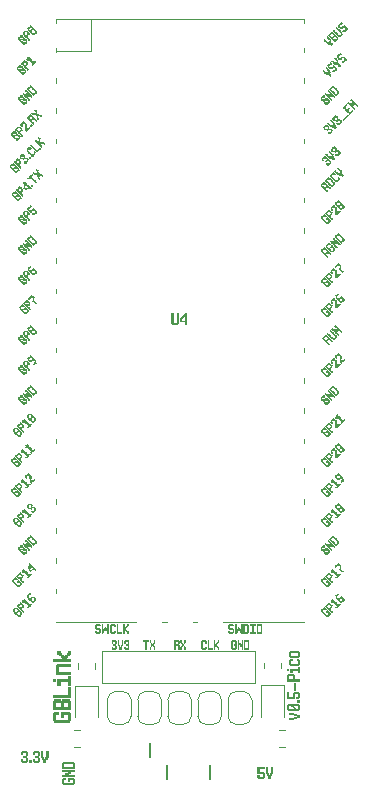
<source format=gbr>
%TF.GenerationSoftware,KiCad,Pcbnew,8.99.0-unknown-120b06f916~181~ubuntu22.04.1*%
%TF.CreationDate,2024-11-21T04:22:58-08:00*%
%TF.ProjectId,gb_video_pico_breakout,67625f76-6964-4656-9f5f-7069636f5f62,rev?*%
%TF.SameCoordinates,Original*%
%TF.FileFunction,Legend,Top*%
%TF.FilePolarity,Positive*%
%FSLAX46Y46*%
G04 Gerber Fmt 4.6, Leading zero omitted, Abs format (unit mm)*
G04 Created by KiCad (PCBNEW 8.99.0-unknown-120b06f916~181~ubuntu22.04.1) date 2024-11-21 04:22:58*
%MOMM*%
%LPD*%
G01*
G04 APERTURE LIST*
%ADD10C,0.250000*%
%ADD11C,0.125000*%
%ADD12C,0.300000*%
%ADD13C,0.150000*%
%ADD14C,0.120000*%
%ADD15C,0.200000*%
G04 APERTURE END LIST*
D10*
G36*
X136887194Y-120180000D02*
G01*
X136799755Y-120180000D01*
X136712316Y-120180000D01*
X136624877Y-120180000D01*
X136537438Y-120180000D01*
X136537438Y-120094026D01*
X136450000Y-120094026D01*
X136450000Y-120006770D01*
X136450000Y-119919453D01*
X136450000Y-119832198D01*
X136537438Y-119832198D01*
X136624877Y-119832198D01*
X136624877Y-119918171D01*
X136624877Y-120004145D01*
X136712316Y-120004145D01*
X136799755Y-120004145D01*
X136887194Y-120004145D01*
X136887194Y-119916889D01*
X136887194Y-119829572D01*
X136887194Y-119742316D01*
X136799755Y-119742316D01*
X136712316Y-119742316D01*
X136624877Y-119742316D01*
X136624877Y-119656343D01*
X136624877Y-119570369D01*
X136712316Y-119570369D01*
X136799755Y-119570369D01*
X136887194Y-119566461D01*
X136887194Y-119480488D01*
X136887194Y-119392561D01*
X136887194Y-119304633D01*
X136799755Y-119304633D01*
X136712316Y-119304633D01*
X136624877Y-119304633D01*
X136624877Y-119392561D01*
X136624877Y-119480488D01*
X136537438Y-119480488D01*
X136450000Y-119480488D01*
X136450000Y-119393232D01*
X136450000Y-119305915D01*
X136450000Y-119218660D01*
X136537438Y-119218660D01*
X136537438Y-119128778D01*
X136624877Y-119128778D01*
X136712316Y-119128778D01*
X136799755Y-119128778D01*
X136887194Y-119128778D01*
X136974633Y-119128778D01*
X136974633Y-119218660D01*
X137062072Y-119218660D01*
X137062072Y-119306587D01*
X137062072Y-119394515D01*
X137062072Y-119482442D01*
X137062072Y-119570369D01*
X136974633Y-119566461D01*
X136974633Y-119654389D01*
X136974633Y-119742316D01*
X137062072Y-119742316D01*
X137062072Y-119830244D01*
X137062072Y-119918171D01*
X137062072Y-120006099D01*
X137062072Y-120094026D01*
X136974633Y-120094026D01*
X136974633Y-120180000D01*
X136887194Y-120180000D01*
G37*
G36*
X137324389Y-120180000D02*
G01*
X137236950Y-120180000D01*
X137149511Y-120180000D01*
X137149511Y-120092744D01*
X137149511Y-120005427D01*
X137149511Y-119918171D01*
X137236950Y-119918171D01*
X137324389Y-119918171D01*
X137411828Y-119918171D01*
X137411828Y-120005427D01*
X137411828Y-120092744D01*
X137411828Y-120180000D01*
X137324389Y-120180000D01*
G37*
G36*
X137936461Y-120180000D02*
G01*
X137849023Y-120180000D01*
X137761584Y-120180000D01*
X137674145Y-120180000D01*
X137586706Y-120180000D01*
X137586706Y-120094026D01*
X137499267Y-120094026D01*
X137499267Y-120006770D01*
X137499267Y-119919453D01*
X137499267Y-119832198D01*
X137586706Y-119832198D01*
X137674145Y-119832198D01*
X137674145Y-119918171D01*
X137674145Y-120004145D01*
X137761584Y-120004145D01*
X137849023Y-120004145D01*
X137936461Y-120004145D01*
X137936461Y-119916889D01*
X137936461Y-119829572D01*
X137936461Y-119742316D01*
X137849023Y-119742316D01*
X137761584Y-119742316D01*
X137674145Y-119742316D01*
X137674145Y-119656343D01*
X137674145Y-119570369D01*
X137761584Y-119570369D01*
X137849023Y-119570369D01*
X137936461Y-119566461D01*
X137936461Y-119480488D01*
X137936461Y-119392561D01*
X137936461Y-119304633D01*
X137849023Y-119304633D01*
X137761584Y-119304633D01*
X137674145Y-119304633D01*
X137674145Y-119392561D01*
X137674145Y-119480488D01*
X137586706Y-119480488D01*
X137499267Y-119480488D01*
X137499267Y-119393232D01*
X137499267Y-119305915D01*
X137499267Y-119218660D01*
X137586706Y-119218660D01*
X137586706Y-119128778D01*
X137674145Y-119128778D01*
X137761584Y-119128778D01*
X137849023Y-119128778D01*
X137936461Y-119128778D01*
X138023900Y-119128778D01*
X138023900Y-119218660D01*
X138111339Y-119218660D01*
X138111339Y-119306587D01*
X138111339Y-119394515D01*
X138111339Y-119482442D01*
X138111339Y-119570369D01*
X138023900Y-119566461D01*
X138023900Y-119654389D01*
X138023900Y-119742316D01*
X138111339Y-119742316D01*
X138111339Y-119830244D01*
X138111339Y-119918171D01*
X138111339Y-120006099D01*
X138111339Y-120094026D01*
X138023900Y-120094026D01*
X138023900Y-120180000D01*
X137936461Y-120180000D01*
G37*
G36*
X138548534Y-120180000D02*
G01*
X138461095Y-120180000D01*
X138373656Y-120180000D01*
X138373656Y-120092377D01*
X138373656Y-120004816D01*
X138373656Y-119917194D01*
X138286217Y-119917194D01*
X138286217Y-119829572D01*
X138286217Y-119742011D01*
X138198778Y-119742011D01*
X138198778Y-119654389D01*
X138198778Y-119566767D01*
X138198778Y-119479206D01*
X138198778Y-119391584D01*
X138198778Y-119303961D01*
X138198778Y-119216400D01*
X138198778Y-119128778D01*
X138286217Y-119128778D01*
X138373656Y-119128778D01*
X138373656Y-119216217D01*
X138373656Y-119303656D01*
X138373656Y-119391095D01*
X138373656Y-119478534D01*
X138373656Y-119565973D01*
X138373656Y-119653412D01*
X138461095Y-119653412D01*
X138461095Y-119740851D01*
X138461095Y-119828290D01*
X138548534Y-119828290D01*
X138548534Y-119740851D01*
X138548534Y-119653412D01*
X138635973Y-119653412D01*
X138635973Y-119565973D01*
X138635973Y-119478534D01*
X138635973Y-119391095D01*
X138635973Y-119303656D01*
X138635973Y-119216217D01*
X138635973Y-119128778D01*
X138723412Y-119128778D01*
X138810851Y-119128778D01*
X138810851Y-119216400D01*
X138810851Y-119303961D01*
X138810851Y-119391584D01*
X138810851Y-119479206D01*
X138810851Y-119566767D01*
X138810851Y-119654389D01*
X138810851Y-119742011D01*
X138723412Y-119742011D01*
X138723412Y-119829572D01*
X138723412Y-119917194D01*
X138635973Y-119917194D01*
X138635973Y-120004816D01*
X138635973Y-120092377D01*
X138635973Y-120180000D01*
X138548534Y-120180000D01*
G37*
G36*
X141030000Y-121612805D02*
G01*
X141030000Y-121700244D01*
X141030000Y-121787683D01*
X141030000Y-121875122D01*
X141030000Y-121962561D01*
X140942438Y-121962561D01*
X140942438Y-122050000D01*
X140854938Y-122050000D01*
X140767377Y-122050000D01*
X140679877Y-122050000D01*
X140592316Y-122050000D01*
X140504389Y-122050000D01*
X140416461Y-122050000D01*
X140330488Y-122050000D01*
X140243232Y-122050000D01*
X140155915Y-122050000D01*
X140068660Y-122050000D01*
X140068660Y-121962561D01*
X139978778Y-121962561D01*
X139978778Y-121875122D01*
X139978778Y-121787683D01*
X139978778Y-121700244D01*
X139978778Y-121612805D01*
X139978778Y-121525366D01*
X140068660Y-121525366D01*
X140068660Y-121437927D01*
X140155915Y-121437927D01*
X140243232Y-121437927D01*
X140330488Y-121437927D01*
X140330488Y-121525366D01*
X140330488Y-121612805D01*
X140242561Y-121612805D01*
X140154633Y-121612805D01*
X140154633Y-121700244D01*
X140154633Y-121787683D01*
X140154633Y-121875122D01*
X140242072Y-121875122D01*
X140329511Y-121875122D01*
X140416950Y-121875122D01*
X140504389Y-121875122D01*
X140591828Y-121875122D01*
X140679267Y-121875122D01*
X140766706Y-121875122D01*
X140854145Y-121875122D01*
X140854145Y-121787683D01*
X140854145Y-121700244D01*
X140854145Y-121612805D01*
X140766889Y-121612805D01*
X140679572Y-121612805D01*
X140592316Y-121612805D01*
X140592316Y-121700244D01*
X140592316Y-121787683D01*
X140504389Y-121787683D01*
X140416461Y-121787683D01*
X140416461Y-121700244D01*
X140416461Y-121612805D01*
X140416461Y-121525366D01*
X140416461Y-121437927D01*
X140504084Y-121437927D01*
X140591767Y-121437927D01*
X140679389Y-121437927D01*
X140767072Y-121437927D01*
X140854694Y-121437927D01*
X140942377Y-121437927D01*
X140942377Y-121525366D01*
X141030000Y-121525366D01*
X141030000Y-121612805D01*
G37*
G36*
X141030000Y-120825854D02*
G01*
X141030000Y-120913293D01*
X140942072Y-120913293D01*
X140854145Y-120913293D01*
X140766217Y-120913293D01*
X140678290Y-120913293D01*
X140678290Y-121000732D01*
X140678290Y-121088171D01*
X140592316Y-121088171D01*
X140506343Y-121088171D01*
X140506343Y-121175610D01*
X140593599Y-121175610D01*
X140680915Y-121175610D01*
X140768171Y-121175610D01*
X140855427Y-121175610D01*
X140942744Y-121175610D01*
X141030000Y-121175610D01*
X141030000Y-121263049D01*
X141030000Y-121350488D01*
X140942377Y-121350488D01*
X140854816Y-121350488D01*
X140767194Y-121350488D01*
X140679572Y-121350488D01*
X140592011Y-121350488D01*
X140504389Y-121350488D01*
X140416767Y-121350488D01*
X140329206Y-121350488D01*
X140241584Y-121350488D01*
X140153961Y-121350488D01*
X140066400Y-121350488D01*
X139978778Y-121350488D01*
X139978778Y-121263049D01*
X139978778Y-121175610D01*
X140067377Y-121175610D01*
X140155915Y-121175610D01*
X140244515Y-121175610D01*
X140244515Y-121088171D01*
X140244515Y-121000732D01*
X140330488Y-121000732D01*
X140416461Y-121000732D01*
X140416461Y-120913293D01*
X140328900Y-120913293D01*
X140241400Y-120913293D01*
X140153839Y-120913293D01*
X140066339Y-120913293D01*
X139978778Y-120913293D01*
X139978778Y-120825854D01*
X139978778Y-120738415D01*
X140066400Y-120738415D01*
X140153961Y-120738415D01*
X140241584Y-120738415D01*
X140329206Y-120738415D01*
X140416767Y-120738415D01*
X140504389Y-120738415D01*
X140592011Y-120738415D01*
X140679572Y-120738415D01*
X140767194Y-120738415D01*
X140854816Y-120738415D01*
X140942377Y-120738415D01*
X141030000Y-120738415D01*
X141030000Y-120825854D01*
G37*
G36*
X140942377Y-120126343D02*
G01*
X141030000Y-120126343D01*
X141030000Y-120213782D01*
X141030000Y-120301221D01*
X141030000Y-120388660D01*
X141030000Y-120476099D01*
X141030000Y-120563538D01*
X141030000Y-120650976D01*
X140942377Y-120650976D01*
X140854816Y-120650976D01*
X140767194Y-120650976D01*
X140679572Y-120650976D01*
X140592011Y-120650976D01*
X140504389Y-120650976D01*
X140416767Y-120650976D01*
X140329206Y-120650976D01*
X140241584Y-120650976D01*
X140153961Y-120650976D01*
X140066400Y-120650976D01*
X139978778Y-120650976D01*
X139978778Y-120563538D01*
X139978778Y-120476099D01*
X139978778Y-120388660D01*
X139978778Y-120301221D01*
X140154633Y-120301221D01*
X140154633Y-120388660D01*
X140154633Y-120476099D01*
X140242072Y-120476099D01*
X140329511Y-120476099D01*
X140416950Y-120476099D01*
X140504389Y-120476099D01*
X140591828Y-120476099D01*
X140679267Y-120476099D01*
X140766706Y-120476099D01*
X140854145Y-120476099D01*
X140854145Y-120388660D01*
X140854145Y-120301221D01*
X140854145Y-120213782D01*
X140766706Y-120213782D01*
X140679267Y-120213782D01*
X140591828Y-120213782D01*
X140504389Y-120213782D01*
X140416950Y-120213782D01*
X140329511Y-120213782D01*
X140242072Y-120213782D01*
X140154633Y-120213782D01*
X140154633Y-120301221D01*
X139978778Y-120301221D01*
X139978778Y-120213782D01*
X139978778Y-120126343D01*
X140066400Y-120126343D01*
X140066400Y-120038904D01*
X140153961Y-120038904D01*
X140241584Y-120038904D01*
X140329206Y-120038904D01*
X140416767Y-120038904D01*
X140504389Y-120038904D01*
X140592011Y-120038904D01*
X140679572Y-120038904D01*
X140767194Y-120038904D01*
X140854816Y-120038904D01*
X140942377Y-120038904D01*
X140942377Y-120126343D01*
G37*
G36*
X160080000Y-116150244D02*
G01*
X160080000Y-116237683D01*
X160080000Y-116325122D01*
X159992744Y-116325122D01*
X159905427Y-116325122D01*
X159818171Y-116325122D01*
X159818171Y-116412561D01*
X159730915Y-116412561D01*
X159643599Y-116412561D01*
X159556343Y-116412561D01*
X159556343Y-116500000D01*
X159468415Y-116500000D01*
X159380488Y-116500000D01*
X159292561Y-116500000D01*
X159204633Y-116500000D01*
X159204633Y-116412561D01*
X159204633Y-116325122D01*
X159292561Y-116325122D01*
X159380488Y-116325122D01*
X159468415Y-116325122D01*
X159556343Y-116325122D01*
X159556343Y-116237683D01*
X159643599Y-116237683D01*
X159730915Y-116237683D01*
X159818171Y-116237683D01*
X159818171Y-116150244D01*
X159730915Y-116150244D01*
X159643599Y-116150244D01*
X159556343Y-116150244D01*
X159556343Y-116062805D01*
X159468415Y-116062805D01*
X159380488Y-116062805D01*
X159292561Y-116062805D01*
X159204633Y-116062805D01*
X159204633Y-115975366D01*
X159204633Y-115887927D01*
X159292561Y-115887927D01*
X159380488Y-115887927D01*
X159468415Y-115887927D01*
X159556343Y-115887927D01*
X159556343Y-115975366D01*
X159643599Y-115975366D01*
X159730915Y-115975366D01*
X159818171Y-115975366D01*
X159818171Y-116062805D01*
X159905427Y-116062805D01*
X159992744Y-116062805D01*
X160080000Y-116062805D01*
X160080000Y-116150244D01*
G37*
G36*
X159992377Y-115275854D02*
G01*
X160080000Y-115275854D01*
X160080000Y-115363293D01*
X160080000Y-115450732D01*
X160080000Y-115538171D01*
X160080000Y-115625610D01*
X160080000Y-115713049D01*
X159993049Y-115713049D01*
X159993049Y-115800488D01*
X159906099Y-115800488D01*
X159819148Y-115800488D01*
X159732198Y-115800488D01*
X159642316Y-115800488D01*
X159556343Y-115800488D01*
X159466461Y-115800488D01*
X159380488Y-115800488D01*
X159292561Y-115800488D01*
X159204633Y-115800488D01*
X159116706Y-115800488D01*
X159116706Y-115713049D01*
X159028778Y-115713049D01*
X159028778Y-115625610D01*
X159028778Y-115538171D01*
X159028778Y-115450732D01*
X159204633Y-115450732D01*
X159204633Y-115538171D01*
X159204633Y-115625610D01*
X159292561Y-115625610D01*
X159380488Y-115625610D01*
X159468415Y-115625610D01*
X159556343Y-115625610D01*
X159556343Y-115538171D01*
X159466461Y-115538171D01*
X159466461Y-115450732D01*
X159556343Y-115450732D01*
X159642316Y-115450732D01*
X159642316Y-115538171D01*
X159732198Y-115538171D01*
X159732198Y-115625610D01*
X159818171Y-115625610D01*
X159904145Y-115625610D01*
X159904145Y-115538171D01*
X159904145Y-115450732D01*
X159904145Y-115363293D01*
X159817194Y-115363293D01*
X159730244Y-115363293D01*
X159643293Y-115363293D01*
X159556343Y-115363293D01*
X159556343Y-115450732D01*
X159466461Y-115450732D01*
X159380488Y-115450732D01*
X159380488Y-115363293D01*
X159292561Y-115363293D01*
X159204633Y-115363293D01*
X159204633Y-115450732D01*
X159028778Y-115450732D01*
X159028778Y-115363293D01*
X159028778Y-115275854D01*
X159116400Y-115275854D01*
X159116400Y-115188415D01*
X159203961Y-115188415D01*
X159291584Y-115188415D01*
X159379206Y-115188415D01*
X159466767Y-115188415D01*
X159554389Y-115188415D01*
X159642011Y-115188415D01*
X159729572Y-115188415D01*
X159817194Y-115188415D01*
X159904816Y-115188415D01*
X159992377Y-115188415D01*
X159992377Y-115275854D01*
G37*
G36*
X160080000Y-114926099D02*
G01*
X160080000Y-115013538D01*
X160080000Y-115100976D01*
X159992744Y-115100976D01*
X159905427Y-115100976D01*
X159818171Y-115100976D01*
X159818171Y-115013538D01*
X159818171Y-114926099D01*
X159818171Y-114838660D01*
X159905427Y-114838660D01*
X159992744Y-114838660D01*
X160080000Y-114838660D01*
X160080000Y-114926099D01*
G37*
G36*
X160080000Y-114314026D02*
G01*
X160080000Y-114401465D01*
X160080000Y-114488904D01*
X160080000Y-114576343D01*
X160080000Y-114663782D01*
X159994026Y-114663782D01*
X159994026Y-114751221D01*
X159906770Y-114751221D01*
X159819453Y-114751221D01*
X159732198Y-114751221D01*
X159732198Y-114663782D01*
X159732198Y-114576343D01*
X159818171Y-114576343D01*
X159904145Y-114576343D01*
X159904145Y-114488904D01*
X159904145Y-114401465D01*
X159904145Y-114314026D01*
X159816889Y-114314026D01*
X159729572Y-114314026D01*
X159642316Y-114314026D01*
X159642316Y-114401465D01*
X159642316Y-114488904D01*
X159642316Y-114576343D01*
X159642316Y-114663782D01*
X159642316Y-114751221D01*
X159554694Y-114751221D01*
X159467011Y-114751221D01*
X159379389Y-114751221D01*
X159291706Y-114751221D01*
X159204084Y-114751221D01*
X159116400Y-114751221D01*
X159028778Y-114751221D01*
X159028778Y-114663782D01*
X159028778Y-114576343D01*
X159028778Y-114488904D01*
X159028778Y-114401465D01*
X159028778Y-114314026D01*
X159028778Y-114226587D01*
X159028778Y-114139148D01*
X159116706Y-114139148D01*
X159204633Y-114139148D01*
X159204633Y-114226587D01*
X159204633Y-114314026D01*
X159204633Y-114401465D01*
X159204633Y-114488904D01*
X159204633Y-114576343D01*
X159291889Y-114576343D01*
X159379206Y-114576343D01*
X159466461Y-114576343D01*
X159466461Y-114488904D01*
X159466461Y-114401465D01*
X159466461Y-114314026D01*
X159466461Y-114226587D01*
X159554389Y-114226587D01*
X159554389Y-114139148D01*
X159642316Y-114139148D01*
X159730244Y-114139148D01*
X159818171Y-114139148D01*
X159906099Y-114139148D01*
X159994026Y-114139148D01*
X159994026Y-114226587D01*
X160080000Y-114226587D01*
X160080000Y-114314026D01*
G37*
G36*
X159732198Y-113439637D02*
G01*
X159732198Y-113527076D01*
X159732198Y-113614515D01*
X159732198Y-113701953D01*
X159732198Y-113789392D01*
X159732198Y-113876831D01*
X159732198Y-113964270D01*
X159732198Y-114051709D01*
X159644270Y-114051709D01*
X159556343Y-114051709D01*
X159556343Y-113964270D01*
X159556343Y-113876831D01*
X159556343Y-113789392D01*
X159556343Y-113701953D01*
X159556343Y-113614515D01*
X159556343Y-113527076D01*
X159556343Y-113439637D01*
X159556343Y-113352198D01*
X159644270Y-113352198D01*
X159732198Y-113352198D01*
X159732198Y-113439637D01*
G37*
G36*
X159554694Y-112739637D02*
G01*
X159642316Y-112739637D01*
X159642316Y-112827076D01*
X159642316Y-112914515D01*
X159642316Y-113001953D01*
X159642316Y-113089392D01*
X159729877Y-113089392D01*
X159817377Y-113089392D01*
X159904938Y-113089392D01*
X159992438Y-113089392D01*
X160080000Y-113089392D01*
X160080000Y-113176831D01*
X160080000Y-113264270D01*
X159992438Y-113264270D01*
X159904938Y-113264270D01*
X159817377Y-113264270D01*
X159729877Y-113264270D01*
X159642316Y-113264270D01*
X159554389Y-113264270D01*
X159466461Y-113264270D01*
X159378900Y-113264270D01*
X159291400Y-113264270D01*
X159203839Y-113264270D01*
X159116339Y-113264270D01*
X159028778Y-113264270D01*
X159028778Y-113176831D01*
X159028778Y-113089392D01*
X159028778Y-113001953D01*
X159028778Y-112914515D01*
X159204633Y-112914515D01*
X159204633Y-113001953D01*
X159204633Y-113089392D01*
X159291889Y-113089392D01*
X159379206Y-113089392D01*
X159466461Y-113089392D01*
X159466461Y-113001953D01*
X159466461Y-112914515D01*
X159466461Y-112827076D01*
X159379206Y-112827076D01*
X159291889Y-112827076D01*
X159204633Y-112827076D01*
X159204633Y-112914515D01*
X159028778Y-112914515D01*
X159028778Y-112827076D01*
X159028778Y-112739637D01*
X159116400Y-112739637D01*
X159116400Y-112652198D01*
X159204084Y-112652198D01*
X159291706Y-112652198D01*
X159379389Y-112652198D01*
X159467011Y-112652198D01*
X159554694Y-112652198D01*
X159554694Y-112739637D01*
G37*
G36*
X160080000Y-112127564D02*
G01*
X160080000Y-112215003D01*
X160080000Y-112302442D01*
X160080000Y-112389881D01*
X160080000Y-112477320D01*
X160080000Y-112564759D01*
X159992072Y-112564759D01*
X159904145Y-112564759D01*
X159904145Y-112477320D01*
X159904145Y-112389881D01*
X159816584Y-112389881D01*
X159729084Y-112389881D01*
X159641523Y-112389881D01*
X159554023Y-112389881D01*
X159466461Y-112389881D01*
X159466461Y-112477320D01*
X159466461Y-112564759D01*
X159378534Y-112564759D01*
X159290607Y-112564759D01*
X159290607Y-112477320D01*
X159290607Y-112389881D01*
X159290607Y-112302442D01*
X159290607Y-112215003D01*
X159378229Y-112215003D01*
X159465912Y-112215003D01*
X159553534Y-112215003D01*
X159641217Y-112215003D01*
X159728839Y-112215003D01*
X159816523Y-112215003D01*
X159904145Y-112215003D01*
X159904145Y-112127564D01*
X159904145Y-112040125D01*
X159992072Y-112040125D01*
X160080000Y-112040125D01*
X160080000Y-112127564D01*
G37*
G36*
X159204633Y-112302442D02*
G01*
X159204633Y-112389881D01*
X159116706Y-112389881D01*
X159028778Y-112389881D01*
X159028778Y-112302442D01*
X159028778Y-112215003D01*
X159116706Y-112215003D01*
X159204633Y-112215003D01*
X159204633Y-112302442D01*
G37*
G36*
X160080000Y-111515980D02*
G01*
X160080000Y-111603419D01*
X160080000Y-111690858D01*
X160080000Y-111778297D01*
X160080000Y-111865736D01*
X159994026Y-111865736D01*
X159994026Y-111953175D01*
X159906099Y-111953175D01*
X159818171Y-111953175D01*
X159730244Y-111953175D01*
X159642316Y-111953175D01*
X159554389Y-111953175D01*
X159466461Y-111953175D01*
X159378534Y-111953175D01*
X159290607Y-111953175D01*
X159290607Y-111865736D01*
X159204633Y-111865736D01*
X159204633Y-111778297D01*
X159204633Y-111690858D01*
X159204633Y-111603419D01*
X159204633Y-111515980D01*
X159204633Y-111428541D01*
X159290607Y-111428541D01*
X159290607Y-111341102D01*
X159378534Y-111341102D01*
X159466461Y-111341102D01*
X159466461Y-111428541D01*
X159466461Y-111515980D01*
X159380488Y-111515980D01*
X159380488Y-111603419D01*
X159380488Y-111690858D01*
X159380488Y-111778297D01*
X159467744Y-111778297D01*
X159555061Y-111778297D01*
X159642316Y-111778297D01*
X159729572Y-111778297D01*
X159816889Y-111778297D01*
X159904145Y-111778297D01*
X159904145Y-111690858D01*
X159904145Y-111603419D01*
X159904145Y-111515980D01*
X159818171Y-111515980D01*
X159818171Y-111428541D01*
X159818171Y-111341102D01*
X159906099Y-111341102D01*
X159994026Y-111341102D01*
X159994026Y-111428541D01*
X160080000Y-111428541D01*
X160080000Y-111515980D01*
G37*
G36*
X159992438Y-110729030D02*
G01*
X160080000Y-110729030D01*
X160080000Y-110816468D01*
X160080000Y-110903907D01*
X160080000Y-110991346D01*
X160080000Y-111078785D01*
X160080000Y-111166224D01*
X159992438Y-111166224D01*
X159992438Y-111253663D01*
X159904938Y-111253663D01*
X159817377Y-111253663D01*
X159729877Y-111253663D01*
X159642316Y-111253663D01*
X159554755Y-111253663D01*
X159467255Y-111253663D01*
X159379694Y-111253663D01*
X159292194Y-111253663D01*
X159292194Y-111166224D01*
X159204633Y-111166224D01*
X159204633Y-111078785D01*
X159204633Y-110991346D01*
X159204633Y-110903907D01*
X159380488Y-110903907D01*
X159380488Y-110991346D01*
X159380488Y-111078785D01*
X159467744Y-111078785D01*
X159555061Y-111078785D01*
X159642316Y-111078785D01*
X159729572Y-111078785D01*
X159816889Y-111078785D01*
X159904145Y-111078785D01*
X159904145Y-110991346D01*
X159904145Y-110903907D01*
X159904145Y-110816468D01*
X159816889Y-110816468D01*
X159729572Y-110816468D01*
X159642316Y-110816468D01*
X159555061Y-110816468D01*
X159467744Y-110816468D01*
X159380488Y-110816468D01*
X159380488Y-110903907D01*
X159204633Y-110903907D01*
X159204633Y-110816468D01*
X159204633Y-110729030D01*
X159292194Y-110729030D01*
X159292194Y-110641591D01*
X159379694Y-110641591D01*
X159467255Y-110641591D01*
X159554755Y-110641591D01*
X159642316Y-110641591D01*
X159729877Y-110641591D01*
X159817377Y-110641591D01*
X159904938Y-110641591D01*
X159992438Y-110641591D01*
X159992438Y-110729030D01*
G37*
D11*
G36*
X152078729Y-110572500D02*
G01*
X152013149Y-110572500D01*
X151947570Y-110572500D01*
X151881991Y-110572500D01*
X151816412Y-110572500D01*
X151816412Y-110508019D01*
X151750833Y-110508019D01*
X151750833Y-110442578D01*
X151750833Y-110377090D01*
X151750833Y-110311648D01*
X151750833Y-110245703D01*
X151750833Y-110179757D01*
X151750833Y-110113811D01*
X151750833Y-110047866D01*
X151750833Y-109982424D01*
X151750833Y-109916936D01*
X151750833Y-109851495D01*
X151816412Y-109851495D01*
X151816412Y-109784084D01*
X151881991Y-109784084D01*
X151947570Y-109784084D01*
X152013149Y-109784084D01*
X152078729Y-109784084D01*
X152144308Y-109784084D01*
X152144308Y-109851495D01*
X152209887Y-109851495D01*
X152209887Y-109916936D01*
X152209887Y-109982424D01*
X152209887Y-110047866D01*
X152144308Y-110047866D01*
X152078729Y-110047866D01*
X152078729Y-109981920D01*
X152078729Y-109915975D01*
X152013149Y-109915975D01*
X151947570Y-109915975D01*
X151881991Y-109915975D01*
X151881991Y-109981554D01*
X151881991Y-110047133D01*
X151881991Y-110112712D01*
X151881991Y-110178292D01*
X151881991Y-110243871D01*
X151881991Y-110309450D01*
X151881991Y-110375029D01*
X151881991Y-110440608D01*
X151947570Y-110440608D01*
X152013149Y-110440608D01*
X152078729Y-110440608D01*
X152078729Y-110376128D01*
X152078729Y-110311648D01*
X152144308Y-110311648D01*
X152209887Y-110311648D01*
X152209887Y-110377090D01*
X152209887Y-110442578D01*
X152209887Y-110508019D01*
X152144308Y-110508019D01*
X152144308Y-110572500D01*
X152078729Y-110572500D01*
G37*
G36*
X152668941Y-110572500D02*
G01*
X152603362Y-110572500D01*
X152537783Y-110572500D01*
X152472204Y-110572500D01*
X152406625Y-110572500D01*
X152341045Y-110572500D01*
X152275466Y-110572500D01*
X152275466Y-110506783D01*
X152275466Y-110441112D01*
X152275466Y-110375396D01*
X152275466Y-110309679D01*
X152275466Y-110244008D01*
X152275466Y-110178292D01*
X152275466Y-110112575D01*
X152275466Y-110046904D01*
X152275466Y-109981188D01*
X152275466Y-109915471D01*
X152275466Y-109849800D01*
X152275466Y-109784084D01*
X152341045Y-109784084D01*
X152406625Y-109784084D01*
X152406625Y-109849754D01*
X152406625Y-109915379D01*
X152406625Y-109981050D01*
X152406625Y-110046675D01*
X152406625Y-110112346D01*
X152406625Y-110178017D01*
X152406625Y-110243642D01*
X152406625Y-110309313D01*
X152406625Y-110374938D01*
X152406625Y-110440608D01*
X152472204Y-110440608D01*
X152537783Y-110440608D01*
X152603362Y-110440608D01*
X152668941Y-110440608D01*
X152734521Y-110440608D01*
X152734521Y-110506554D01*
X152734521Y-110572500D01*
X152668941Y-110572500D01*
G37*
G36*
X153193575Y-110572500D02*
G01*
X153127996Y-110572500D01*
X153127996Y-110507058D01*
X153127996Y-110441570D01*
X153062417Y-110441570D01*
X153062417Y-110376128D01*
X152996837Y-110376128D01*
X152996837Y-110308717D01*
X152931258Y-110308717D01*
X152931258Y-110374663D01*
X152931258Y-110440608D01*
X152931258Y-110506554D01*
X152931258Y-110572500D01*
X152865679Y-110572500D01*
X152800100Y-110572500D01*
X152800100Y-110506829D01*
X152800100Y-110441204D01*
X152800100Y-110375533D01*
X152800100Y-110309908D01*
X152800100Y-110244237D01*
X152800100Y-110178566D01*
X152800100Y-110112941D01*
X152800100Y-110047271D01*
X152800100Y-109981646D01*
X152800100Y-109915975D01*
X152800100Y-109850029D01*
X152800100Y-109784084D01*
X152865679Y-109784084D01*
X152931258Y-109784084D01*
X152931258Y-109850029D01*
X152931258Y-109915975D01*
X152931258Y-109981920D01*
X152931258Y-110047866D01*
X152996837Y-110047866D01*
X152996837Y-109980455D01*
X153062417Y-109980455D01*
X153062417Y-109915975D01*
X153127996Y-109915975D01*
X153127996Y-109850029D01*
X153127996Y-109784084D01*
X153193575Y-109784084D01*
X153259154Y-109784084D01*
X153259154Y-109850029D01*
X153259154Y-109915975D01*
X153259154Y-109980455D01*
X153193575Y-109980455D01*
X153193575Y-110047866D01*
X153127996Y-110047866D01*
X153127996Y-110113079D01*
X153062417Y-110113079D01*
X153062417Y-110178292D01*
X153062417Y-110243504D01*
X153127996Y-110243504D01*
X153127996Y-110308717D01*
X153193575Y-110308717D01*
X153193575Y-110376128D01*
X153259154Y-110376128D01*
X153259154Y-110441570D01*
X153259154Y-110507058D01*
X153259154Y-110572500D01*
X153193575Y-110572500D01*
G37*
G36*
X144478729Y-110572500D02*
G01*
X144413149Y-110572500D01*
X144347570Y-110572500D01*
X144281991Y-110572500D01*
X144216412Y-110572500D01*
X144216412Y-110508019D01*
X144150833Y-110508019D01*
X144150833Y-110442578D01*
X144150833Y-110377090D01*
X144150833Y-110311648D01*
X144216412Y-110311648D01*
X144281991Y-110311648D01*
X144281991Y-110376128D01*
X144281991Y-110440608D01*
X144347570Y-110440608D01*
X144413149Y-110440608D01*
X144478729Y-110440608D01*
X144478729Y-110375167D01*
X144478729Y-110309679D01*
X144478729Y-110244237D01*
X144413149Y-110244237D01*
X144347570Y-110244237D01*
X144281991Y-110244237D01*
X144281991Y-110179757D01*
X144281991Y-110115277D01*
X144347570Y-110115277D01*
X144413149Y-110115277D01*
X144478729Y-110112346D01*
X144478729Y-110047866D01*
X144478729Y-109981920D01*
X144478729Y-109915975D01*
X144413149Y-109915975D01*
X144347570Y-109915975D01*
X144281991Y-109915975D01*
X144281991Y-109981920D01*
X144281991Y-110047866D01*
X144216412Y-110047866D01*
X144150833Y-110047866D01*
X144150833Y-109982424D01*
X144150833Y-109916936D01*
X144150833Y-109851495D01*
X144216412Y-109851495D01*
X144216412Y-109784084D01*
X144281991Y-109784084D01*
X144347570Y-109784084D01*
X144413149Y-109784084D01*
X144478729Y-109784084D01*
X144544308Y-109784084D01*
X144544308Y-109851495D01*
X144609887Y-109851495D01*
X144609887Y-109917440D01*
X144609887Y-109983386D01*
X144609887Y-110049331D01*
X144609887Y-110115277D01*
X144544308Y-110112346D01*
X144544308Y-110178292D01*
X144544308Y-110244237D01*
X144609887Y-110244237D01*
X144609887Y-110310183D01*
X144609887Y-110376128D01*
X144609887Y-110442074D01*
X144609887Y-110508019D01*
X144544308Y-110508019D01*
X144544308Y-110572500D01*
X144478729Y-110572500D01*
G37*
G36*
X144937783Y-110572500D02*
G01*
X144872204Y-110572500D01*
X144806625Y-110572500D01*
X144806625Y-110506783D01*
X144806625Y-110441112D01*
X144806625Y-110375396D01*
X144741045Y-110375396D01*
X144741045Y-110309679D01*
X144741045Y-110244008D01*
X144675466Y-110244008D01*
X144675466Y-110178292D01*
X144675466Y-110112575D01*
X144675466Y-110046904D01*
X144675466Y-109981188D01*
X144675466Y-109915471D01*
X144675466Y-109849800D01*
X144675466Y-109784084D01*
X144741045Y-109784084D01*
X144806625Y-109784084D01*
X144806625Y-109849663D01*
X144806625Y-109915242D01*
X144806625Y-109980821D01*
X144806625Y-110046400D01*
X144806625Y-110111980D01*
X144806625Y-110177559D01*
X144872204Y-110177559D01*
X144872204Y-110243138D01*
X144872204Y-110308717D01*
X144937783Y-110308717D01*
X144937783Y-110243138D01*
X144937783Y-110177559D01*
X145003362Y-110177559D01*
X145003362Y-110111980D01*
X145003362Y-110046400D01*
X145003362Y-109980821D01*
X145003362Y-109915242D01*
X145003362Y-109849663D01*
X145003362Y-109784084D01*
X145068941Y-109784084D01*
X145134521Y-109784084D01*
X145134521Y-109849800D01*
X145134521Y-109915471D01*
X145134521Y-109981188D01*
X145134521Y-110046904D01*
X145134521Y-110112575D01*
X145134521Y-110178292D01*
X145134521Y-110244008D01*
X145068941Y-110244008D01*
X145068941Y-110309679D01*
X145068941Y-110375396D01*
X145003362Y-110375396D01*
X145003362Y-110441112D01*
X145003362Y-110506783D01*
X145003362Y-110572500D01*
X144937783Y-110572500D01*
G37*
G36*
X145527996Y-110572500D02*
G01*
X145462417Y-110572500D01*
X145396837Y-110572500D01*
X145331258Y-110572500D01*
X145265679Y-110572500D01*
X145265679Y-110508019D01*
X145200100Y-110508019D01*
X145200100Y-110442578D01*
X145200100Y-110377090D01*
X145200100Y-110311648D01*
X145265679Y-110311648D01*
X145331258Y-110311648D01*
X145331258Y-110376128D01*
X145331258Y-110440608D01*
X145396837Y-110440608D01*
X145462417Y-110440608D01*
X145527996Y-110440608D01*
X145527996Y-110375167D01*
X145527996Y-110309679D01*
X145527996Y-110244237D01*
X145462417Y-110244237D01*
X145396837Y-110244237D01*
X145331258Y-110244237D01*
X145331258Y-110179757D01*
X145331258Y-110115277D01*
X145396837Y-110115277D01*
X145462417Y-110115277D01*
X145527996Y-110112346D01*
X145527996Y-110047866D01*
X145527996Y-109981920D01*
X145527996Y-109915975D01*
X145462417Y-109915975D01*
X145396837Y-109915975D01*
X145331258Y-109915975D01*
X145331258Y-109981920D01*
X145331258Y-110047866D01*
X145265679Y-110047866D01*
X145200100Y-110047866D01*
X145200100Y-109982424D01*
X145200100Y-109916936D01*
X145200100Y-109851495D01*
X145265679Y-109851495D01*
X145265679Y-109784084D01*
X145331258Y-109784084D01*
X145396837Y-109784084D01*
X145462417Y-109784084D01*
X145527996Y-109784084D01*
X145593575Y-109784084D01*
X145593575Y-109851495D01*
X145659154Y-109851495D01*
X145659154Y-109917440D01*
X145659154Y-109983386D01*
X145659154Y-110049331D01*
X145659154Y-110115277D01*
X145593575Y-110112346D01*
X145593575Y-110178292D01*
X145593575Y-110244237D01*
X145659154Y-110244237D01*
X145659154Y-110310183D01*
X145659154Y-110376128D01*
X145659154Y-110442074D01*
X145659154Y-110508019D01*
X145593575Y-110508019D01*
X145593575Y-110572500D01*
X145527996Y-110572500D01*
G37*
D12*
G36*
X140745000Y-116094207D02*
G01*
X140745000Y-116225366D01*
X140745000Y-116356524D01*
X140745000Y-116487683D01*
X140745000Y-116618841D01*
X140613658Y-116618841D01*
X140613658Y-116750000D01*
X140482408Y-116750000D01*
X140351066Y-116750000D01*
X140219816Y-116750000D01*
X140088475Y-116750000D01*
X139956584Y-116750000D01*
X139824692Y-116750000D01*
X139695732Y-116750000D01*
X139564849Y-116750000D01*
X139433873Y-116750000D01*
X139302990Y-116750000D01*
X139302990Y-116618841D01*
X139168168Y-116618841D01*
X139168168Y-116487683D01*
X139168168Y-116356524D01*
X139168168Y-116225366D01*
X139168168Y-116094207D01*
X139168168Y-115963049D01*
X139302990Y-115963049D01*
X139302990Y-115831891D01*
X139433873Y-115831891D01*
X139564849Y-115831891D01*
X139695732Y-115831891D01*
X139695732Y-115963049D01*
X139695732Y-116094207D01*
X139563841Y-116094207D01*
X139431950Y-116094207D01*
X139431950Y-116225366D01*
X139431950Y-116356524D01*
X139431950Y-116487683D01*
X139563108Y-116487683D01*
X139694267Y-116487683D01*
X139825425Y-116487683D01*
X139956584Y-116487683D01*
X140087742Y-116487683D01*
X140218900Y-116487683D01*
X140350059Y-116487683D01*
X140481217Y-116487683D01*
X140481217Y-116356524D01*
X140481217Y-116225366D01*
X140481217Y-116094207D01*
X140350334Y-116094207D01*
X140219358Y-116094207D01*
X140088475Y-116094207D01*
X140088475Y-116225366D01*
X140088475Y-116356524D01*
X139956584Y-116356524D01*
X139824692Y-116356524D01*
X139824692Y-116225366D01*
X139824692Y-116094207D01*
X139824692Y-115963049D01*
X139824692Y-115831891D01*
X139956126Y-115831891D01*
X140087650Y-115831891D01*
X140219084Y-115831891D01*
X140350608Y-115831891D01*
X140482042Y-115831891D01*
X140613566Y-115831891D01*
X140613566Y-115963049D01*
X140745000Y-115963049D01*
X140745000Y-116094207D01*
G37*
G36*
X139824692Y-114913782D02*
G01*
X139956126Y-114913782D01*
X139956126Y-114782623D01*
X140087650Y-114782623D01*
X140219084Y-114782623D01*
X140350608Y-114782623D01*
X140482042Y-114782623D01*
X140613566Y-114782623D01*
X140613566Y-114913782D01*
X140745000Y-114913782D01*
X140745000Y-115044940D01*
X140745000Y-115176099D01*
X140745000Y-115307257D01*
X140745000Y-115438415D01*
X140745000Y-115569574D01*
X140745000Y-115700732D01*
X140613658Y-115700732D01*
X140482408Y-115700732D01*
X140351066Y-115700732D01*
X140219816Y-115700732D01*
X140088475Y-115700732D01*
X139956584Y-115700732D01*
X139824692Y-115700732D01*
X139693351Y-115700732D01*
X139562101Y-115700732D01*
X139430759Y-115700732D01*
X139299509Y-115700732D01*
X139168168Y-115700732D01*
X139168168Y-115569574D01*
X139168168Y-115438415D01*
X139168168Y-115307257D01*
X139168168Y-115176099D01*
X139431950Y-115176099D01*
X139431950Y-115307257D01*
X139431950Y-115438415D01*
X139562834Y-115438415D01*
X139693809Y-115438415D01*
X139824692Y-115438415D01*
X139824692Y-115307257D01*
X139824692Y-115176099D01*
X140088475Y-115176099D01*
X140088475Y-115307257D01*
X140088475Y-115438415D01*
X140219358Y-115438415D01*
X140350334Y-115438415D01*
X140481217Y-115438415D01*
X140481217Y-115307257D01*
X140481217Y-115176099D01*
X140481217Y-115044940D01*
X140350334Y-115044940D01*
X140219358Y-115044940D01*
X140088475Y-115044940D01*
X140088475Y-115176099D01*
X139824692Y-115176099D01*
X139824692Y-115044940D01*
X139693809Y-115044940D01*
X139562834Y-115044940D01*
X139431950Y-115044940D01*
X139431950Y-115176099D01*
X139168168Y-115176099D01*
X139168168Y-115044940D01*
X139168168Y-114913782D01*
X139299509Y-114913782D01*
X139299509Y-114782623D01*
X139430759Y-114782623D01*
X139562101Y-114782623D01*
X139693351Y-114782623D01*
X139824692Y-114782623D01*
X139824692Y-114913782D01*
G37*
G36*
X140745000Y-113864515D02*
G01*
X140745000Y-113995673D01*
X140745000Y-114126831D01*
X140745000Y-114257990D01*
X140745000Y-114389148D01*
X140745000Y-114520307D01*
X140745000Y-114651465D01*
X140613566Y-114651465D01*
X140482225Y-114651465D01*
X140350792Y-114651465D01*
X140219358Y-114651465D01*
X140088017Y-114651465D01*
X139956584Y-114651465D01*
X139825150Y-114651465D01*
X139693809Y-114651465D01*
X139562376Y-114651465D01*
X139430942Y-114651465D01*
X139299601Y-114651465D01*
X139168168Y-114651465D01*
X139168168Y-114520307D01*
X139168168Y-114389148D01*
X139299509Y-114389148D01*
X139430759Y-114389148D01*
X139562101Y-114389148D01*
X139693351Y-114389148D01*
X139824692Y-114389148D01*
X139956034Y-114389148D01*
X140087284Y-114389148D01*
X140218626Y-114389148D01*
X140349876Y-114389148D01*
X140481217Y-114389148D01*
X140481217Y-114257990D01*
X140481217Y-114126831D01*
X140481217Y-113995673D01*
X140481217Y-113864515D01*
X140481217Y-113733356D01*
X140613108Y-113733356D01*
X140745000Y-113733356D01*
X140745000Y-113864515D01*
G37*
G36*
X140745000Y-112946406D02*
G01*
X140745000Y-113077564D01*
X140745000Y-113208722D01*
X140745000Y-113339881D01*
X140745000Y-113471039D01*
X140745000Y-113602198D01*
X140613108Y-113602198D01*
X140481217Y-113602198D01*
X140481217Y-113471039D01*
X140481217Y-113339881D01*
X140349876Y-113339881D01*
X140218626Y-113339881D01*
X140087284Y-113339881D01*
X139956034Y-113339881D01*
X139824692Y-113339881D01*
X139824692Y-113471039D01*
X139824692Y-113602198D01*
X139692801Y-113602198D01*
X139560910Y-113602198D01*
X139560910Y-113471039D01*
X139560910Y-113339881D01*
X139560910Y-113208722D01*
X139560910Y-113077564D01*
X139692343Y-113077564D01*
X139823868Y-113077564D01*
X139955301Y-113077564D01*
X140086826Y-113077564D01*
X140218259Y-113077564D01*
X140349784Y-113077564D01*
X140481217Y-113077564D01*
X140481217Y-112946406D01*
X140481217Y-112815247D01*
X140613108Y-112815247D01*
X140745000Y-112815247D01*
X140745000Y-112946406D01*
G37*
G36*
X139431950Y-113208722D02*
G01*
X139431950Y-113339881D01*
X139300059Y-113339881D01*
X139168168Y-113339881D01*
X139168168Y-113208722D01*
X139168168Y-113077564D01*
X139300059Y-113077564D01*
X139431950Y-113077564D01*
X139431950Y-113208722D01*
G37*
G36*
X140745000Y-111897871D02*
G01*
X140745000Y-112029030D01*
X140613841Y-112029030D01*
X140482683Y-112029030D01*
X140351524Y-112029030D01*
X140220366Y-112029030D01*
X140089207Y-112029030D01*
X139958049Y-112029030D01*
X139826891Y-112029030D01*
X139695732Y-112029030D01*
X139695732Y-112160188D01*
X139695732Y-112291346D01*
X139695732Y-112422505D01*
X139826891Y-112422505D01*
X139958049Y-112422505D01*
X140089207Y-112422505D01*
X140220366Y-112422505D01*
X140351524Y-112422505D01*
X140482683Y-112422505D01*
X140613841Y-112422505D01*
X140745000Y-112422505D01*
X140745000Y-112553663D01*
X140745000Y-112684822D01*
X140613658Y-112684822D01*
X140482408Y-112684822D01*
X140351066Y-112684822D01*
X140219816Y-112684822D01*
X140088475Y-112684822D01*
X139957133Y-112684822D01*
X139825883Y-112684822D01*
X139694542Y-112684822D01*
X139563292Y-112684822D01*
X139431950Y-112684822D01*
X139431950Y-112553663D01*
X139431950Y-112422505D01*
X139431950Y-112291346D01*
X139431950Y-112160188D01*
X139431950Y-112029030D01*
X139431950Y-111897871D01*
X139563292Y-111897871D01*
X139563292Y-111766713D01*
X139694542Y-111766713D01*
X139825883Y-111766713D01*
X139957133Y-111766713D01*
X140088475Y-111766713D01*
X140219816Y-111766713D01*
X140351066Y-111766713D01*
X140482408Y-111766713D01*
X140613658Y-111766713D01*
X140745000Y-111766713D01*
X140745000Y-111897871D01*
G37*
G36*
X140745000Y-110848604D02*
G01*
X140745000Y-110979762D01*
X140613108Y-110979762D01*
X140613108Y-111110921D01*
X140481217Y-111110921D01*
X140481217Y-111242079D01*
X140352257Y-111242079D01*
X140352257Y-111373237D01*
X140483141Y-111373237D01*
X140614116Y-111373237D01*
X140745000Y-111373237D01*
X140745000Y-111504396D01*
X140745000Y-111635554D01*
X140613108Y-111635554D01*
X140481217Y-111635554D01*
X140349326Y-111635554D01*
X140217435Y-111635554D01*
X140085544Y-111635554D01*
X139953653Y-111635554D01*
X139824692Y-111635554D01*
X139692801Y-111635554D01*
X139560910Y-111635554D01*
X139430027Y-111635554D01*
X139299051Y-111635554D01*
X139168168Y-111635554D01*
X139168168Y-111504396D01*
X139168168Y-111373237D01*
X139299051Y-111373237D01*
X139430027Y-111373237D01*
X139560910Y-111373237D01*
X139691794Y-111373237D01*
X139822769Y-111373237D01*
X139953653Y-111373237D01*
X139953653Y-111242079D01*
X139824692Y-111242079D01*
X139824692Y-111110921D01*
X139692801Y-111110921D01*
X139692801Y-110979762D01*
X139560910Y-110979762D01*
X139560910Y-110848604D01*
X139560910Y-110717445D01*
X139692801Y-110717445D01*
X139824692Y-110717445D01*
X139824692Y-110848604D01*
X139953653Y-110848604D01*
X139953653Y-110979762D01*
X140086551Y-110979762D01*
X140086551Y-111110921D01*
X140219358Y-111110921D01*
X140219358Y-110979762D01*
X140352257Y-110979762D01*
X140352257Y-110848604D01*
X140481217Y-110848604D01*
X140481217Y-110717445D01*
X140613108Y-110717445D01*
X140745000Y-110717445D01*
X140745000Y-110848604D01*
G37*
D11*
G36*
X154628729Y-110572500D02*
G01*
X154563149Y-110572500D01*
X154497570Y-110572500D01*
X154431991Y-110572500D01*
X154366412Y-110572500D01*
X154366412Y-110506829D01*
X154300833Y-110506829D01*
X154300833Y-110441204D01*
X154300833Y-110375533D01*
X154300833Y-110309908D01*
X154300833Y-110244237D01*
X154300833Y-110178292D01*
X154300833Y-110112346D01*
X154300833Y-110047866D01*
X154300833Y-109982424D01*
X154300833Y-109916936D01*
X154300833Y-109851495D01*
X154366412Y-109851495D01*
X154366412Y-109784084D01*
X154431991Y-109784084D01*
X154497570Y-109784084D01*
X154563149Y-109784084D01*
X154628729Y-109784084D01*
X154694308Y-109784084D01*
X154694308Y-109851495D01*
X154759887Y-109851495D01*
X154759887Y-109916936D01*
X154759887Y-109982424D01*
X154759887Y-110047866D01*
X154694308Y-110047866D01*
X154628729Y-110047866D01*
X154628729Y-109981920D01*
X154628729Y-109915975D01*
X154563149Y-109915975D01*
X154497570Y-109915975D01*
X154431991Y-109915975D01*
X154431991Y-109981554D01*
X154431991Y-110047133D01*
X154431991Y-110112712D01*
X154431991Y-110178292D01*
X154431991Y-110243871D01*
X154431991Y-110309450D01*
X154431991Y-110375029D01*
X154431991Y-110440608D01*
X154497570Y-110440608D01*
X154563149Y-110440608D01*
X154628729Y-110440608D01*
X154628729Y-110375167D01*
X154628729Y-110309679D01*
X154628729Y-110244237D01*
X154563149Y-110244237D01*
X154497570Y-110244237D01*
X154497570Y-110178292D01*
X154497570Y-110112346D01*
X154563149Y-110112346D01*
X154628729Y-110112346D01*
X154694308Y-110112346D01*
X154759887Y-110112346D01*
X154759887Y-110178063D01*
X154759887Y-110243825D01*
X154759887Y-110309542D01*
X154759887Y-110375304D01*
X154759887Y-110441021D01*
X154759887Y-110506783D01*
X154694308Y-110506783D01*
X154694308Y-110572500D01*
X154628729Y-110572500D01*
G37*
G36*
X155218941Y-110572500D02*
G01*
X155153362Y-110572500D01*
X155153362Y-110506554D01*
X155153362Y-110440608D01*
X155153362Y-110374663D01*
X155153362Y-110308717D01*
X155087783Y-110308717D01*
X155022204Y-110308717D01*
X155022204Y-110244237D01*
X155022204Y-110179757D01*
X154956625Y-110179757D01*
X154956625Y-110245199D01*
X154956625Y-110310686D01*
X154956625Y-110376128D01*
X154956625Y-110441570D01*
X154956625Y-110507058D01*
X154956625Y-110572500D01*
X154891045Y-110572500D01*
X154825466Y-110572500D01*
X154825466Y-110506783D01*
X154825466Y-110441112D01*
X154825466Y-110375396D01*
X154825466Y-110309679D01*
X154825466Y-110244008D01*
X154825466Y-110178292D01*
X154825466Y-110112575D01*
X154825466Y-110046904D01*
X154825466Y-109981188D01*
X154825466Y-109915471D01*
X154825466Y-109849800D01*
X154825466Y-109784084D01*
X154891045Y-109784084D01*
X154956625Y-109784084D01*
X154956625Y-109850533D01*
X154956625Y-109916936D01*
X154956625Y-109983386D01*
X155022204Y-109983386D01*
X155087783Y-109983386D01*
X155087783Y-110047866D01*
X155087783Y-110112346D01*
X155153362Y-110112346D01*
X155153362Y-110046675D01*
X155153362Y-109981050D01*
X155153362Y-109915379D01*
X155153362Y-109849754D01*
X155153362Y-109784084D01*
X155218941Y-109784084D01*
X155284521Y-109784084D01*
X155284521Y-109849800D01*
X155284521Y-109915471D01*
X155284521Y-109981188D01*
X155284521Y-110046904D01*
X155284521Y-110112575D01*
X155284521Y-110178292D01*
X155284521Y-110244008D01*
X155284521Y-110309679D01*
X155284521Y-110375396D01*
X155284521Y-110441112D01*
X155284521Y-110506783D01*
X155284521Y-110572500D01*
X155218941Y-110572500D01*
G37*
G36*
X155743575Y-109849800D02*
G01*
X155809154Y-109849800D01*
X155809154Y-109915471D01*
X155809154Y-109981188D01*
X155809154Y-110046904D01*
X155809154Y-110112575D01*
X155809154Y-110178292D01*
X155809154Y-110244008D01*
X155809154Y-110309679D01*
X155809154Y-110375396D01*
X155809154Y-110441112D01*
X155809154Y-110506783D01*
X155743575Y-110506783D01*
X155743575Y-110572500D01*
X155677996Y-110572500D01*
X155612417Y-110572500D01*
X155546837Y-110572500D01*
X155481258Y-110572500D01*
X155415679Y-110572500D01*
X155350100Y-110572500D01*
X155350100Y-110506783D01*
X155350100Y-110441112D01*
X155350100Y-110375396D01*
X155350100Y-110309679D01*
X155350100Y-110244008D01*
X155350100Y-110178292D01*
X155350100Y-110112575D01*
X155350100Y-110046904D01*
X155350100Y-109981554D01*
X155481258Y-109981554D01*
X155481258Y-110047133D01*
X155481258Y-110112712D01*
X155481258Y-110178292D01*
X155481258Y-110243871D01*
X155481258Y-110309450D01*
X155481258Y-110375029D01*
X155481258Y-110440608D01*
X155546837Y-110440608D01*
X155612417Y-110440608D01*
X155677996Y-110440608D01*
X155677996Y-110375029D01*
X155677996Y-110309450D01*
X155677996Y-110243871D01*
X155677996Y-110178292D01*
X155677996Y-110112712D01*
X155677996Y-110047133D01*
X155677996Y-109981554D01*
X155677996Y-109915975D01*
X155612417Y-109915975D01*
X155546837Y-109915975D01*
X155481258Y-109915975D01*
X155481258Y-109981554D01*
X155350100Y-109981554D01*
X155350100Y-109981188D01*
X155350100Y-109915471D01*
X155350100Y-109849800D01*
X155350100Y-109784084D01*
X155415679Y-109784084D01*
X155481258Y-109784084D01*
X155546837Y-109784084D01*
X155612417Y-109784084D01*
X155677996Y-109784084D01*
X155743575Y-109784084D01*
X155743575Y-109849800D01*
G37*
G36*
X149844308Y-109849754D02*
G01*
X149909887Y-109849754D01*
X149909887Y-109915379D01*
X149909887Y-109981050D01*
X149909887Y-110046675D01*
X149909887Y-110112346D01*
X149844308Y-110112346D01*
X149844308Y-110178063D01*
X149909887Y-110178063D01*
X149909887Y-110243825D01*
X149909887Y-110309542D01*
X149909887Y-110375304D01*
X149909887Y-110441021D01*
X149909887Y-110506783D01*
X149909887Y-110572500D01*
X149844308Y-110572500D01*
X149778729Y-110572500D01*
X149778729Y-110506829D01*
X149778729Y-110441204D01*
X149778729Y-110375533D01*
X149778729Y-110309908D01*
X149778729Y-110244237D01*
X149713149Y-110244237D01*
X149647570Y-110244237D01*
X149581991Y-110244237D01*
X149581991Y-110309908D01*
X149581991Y-110375533D01*
X149581991Y-110441204D01*
X149581991Y-110506829D01*
X149581991Y-110572500D01*
X149516412Y-110572500D01*
X149450833Y-110572500D01*
X149450833Y-110506783D01*
X149450833Y-110441112D01*
X149450833Y-110375396D01*
X149450833Y-110309679D01*
X149450833Y-110244008D01*
X149450833Y-110178292D01*
X149450833Y-110112575D01*
X149450833Y-110046904D01*
X149450833Y-109981417D01*
X149581991Y-109981417D01*
X149581991Y-110046904D01*
X149581991Y-110112346D01*
X149647570Y-110112346D01*
X149713149Y-110112346D01*
X149778729Y-110112346D01*
X149778729Y-110046904D01*
X149778729Y-109981417D01*
X149778729Y-109915975D01*
X149713149Y-109915975D01*
X149647570Y-109915975D01*
X149581991Y-109915975D01*
X149581991Y-109981417D01*
X149450833Y-109981417D01*
X149450833Y-109981188D01*
X149450833Y-109915471D01*
X149450833Y-109849800D01*
X149450833Y-109784084D01*
X149516412Y-109784084D01*
X149581991Y-109784084D01*
X149647570Y-109784084D01*
X149713149Y-109784084D01*
X149778729Y-109784084D01*
X149844308Y-109784084D01*
X149844308Y-109849754D01*
G37*
G36*
X150368941Y-110572500D02*
G01*
X150303362Y-110572500D01*
X150303362Y-110507058D01*
X150303362Y-110441570D01*
X150303362Y-110376128D01*
X150237783Y-110376128D01*
X150237783Y-110310183D01*
X150237783Y-110244237D01*
X150172204Y-110244237D01*
X150172204Y-110310183D01*
X150172204Y-110376128D01*
X150106625Y-110376128D01*
X150106625Y-110441570D01*
X150106625Y-110507058D01*
X150106625Y-110572500D01*
X150041045Y-110572500D01*
X149975466Y-110572500D01*
X149975466Y-110507058D01*
X149975466Y-110441570D01*
X149975466Y-110376128D01*
X150041045Y-110376128D01*
X150041045Y-110310183D01*
X150041045Y-110244237D01*
X150106625Y-110244237D01*
X150106625Y-110178292D01*
X150106625Y-110112346D01*
X150041045Y-110112346D01*
X150041045Y-110046400D01*
X150041045Y-109980455D01*
X149975466Y-109980455D01*
X149975466Y-109915013D01*
X149975466Y-109849525D01*
X149975466Y-109784084D01*
X150041045Y-109784084D01*
X150106625Y-109784084D01*
X150106625Y-109849525D01*
X150106625Y-109915013D01*
X150106625Y-109980455D01*
X150172204Y-109980455D01*
X150172204Y-110046400D01*
X150172204Y-110112346D01*
X150237783Y-110112346D01*
X150237783Y-110046400D01*
X150237783Y-109980455D01*
X150303362Y-109980455D01*
X150303362Y-109915013D01*
X150303362Y-109849525D01*
X150303362Y-109784084D01*
X150368941Y-109784084D01*
X150434521Y-109784084D01*
X150434521Y-109849525D01*
X150434521Y-109915013D01*
X150434521Y-109980455D01*
X150368941Y-109980455D01*
X150368941Y-110046400D01*
X150368941Y-110112346D01*
X150303362Y-110112346D01*
X150303362Y-110178292D01*
X150303362Y-110244237D01*
X150368941Y-110244237D01*
X150368941Y-110310183D01*
X150368941Y-110376128D01*
X150434521Y-110376128D01*
X150434521Y-110441570D01*
X150434521Y-110507058D01*
X150434521Y-110572500D01*
X150368941Y-110572500D01*
G37*
G36*
X147063149Y-110572500D02*
G01*
X146997570Y-110572500D01*
X146997570Y-110506829D01*
X146997570Y-110441204D01*
X146997570Y-110375533D01*
X146997570Y-110309908D01*
X146997570Y-110244237D01*
X146997570Y-110178566D01*
X146997570Y-110112941D01*
X146997570Y-110047271D01*
X146997570Y-109981646D01*
X146997570Y-109915975D01*
X146931991Y-109915975D01*
X146866412Y-109915975D01*
X146800833Y-109915975D01*
X146800833Y-109850029D01*
X146800833Y-109784084D01*
X146866412Y-109784084D01*
X146931991Y-109784084D01*
X146997570Y-109784084D01*
X147063149Y-109784084D01*
X147128729Y-109784084D01*
X147194308Y-109784084D01*
X147259887Y-109784084D01*
X147325466Y-109784084D01*
X147325466Y-109850029D01*
X147325466Y-109915975D01*
X147259887Y-109915975D01*
X147194308Y-109915975D01*
X147128729Y-109915975D01*
X147128729Y-109981646D01*
X147128729Y-110047271D01*
X147128729Y-110112941D01*
X147128729Y-110178566D01*
X147128729Y-110244237D01*
X147128729Y-110309908D01*
X147128729Y-110375533D01*
X147128729Y-110441204D01*
X147128729Y-110506829D01*
X147128729Y-110572500D01*
X147063149Y-110572500D01*
G37*
G36*
X147784887Y-110572500D02*
G01*
X147719308Y-110572500D01*
X147719308Y-110507058D01*
X147719308Y-110441570D01*
X147719308Y-110376128D01*
X147653729Y-110376128D01*
X147653729Y-110310183D01*
X147653729Y-110244237D01*
X147588149Y-110244237D01*
X147588149Y-110310183D01*
X147588149Y-110376128D01*
X147522570Y-110376128D01*
X147522570Y-110441570D01*
X147522570Y-110507058D01*
X147522570Y-110572500D01*
X147456991Y-110572500D01*
X147391412Y-110572500D01*
X147391412Y-110507058D01*
X147391412Y-110441570D01*
X147391412Y-110376128D01*
X147456991Y-110376128D01*
X147456991Y-110310183D01*
X147456991Y-110244237D01*
X147522570Y-110244237D01*
X147522570Y-110178292D01*
X147522570Y-110112346D01*
X147456991Y-110112346D01*
X147456991Y-110046400D01*
X147456991Y-109980455D01*
X147391412Y-109980455D01*
X147391412Y-109915013D01*
X147391412Y-109849525D01*
X147391412Y-109784084D01*
X147456991Y-109784084D01*
X147522570Y-109784084D01*
X147522570Y-109849525D01*
X147522570Y-109915013D01*
X147522570Y-109980455D01*
X147588149Y-109980455D01*
X147588149Y-110046400D01*
X147588149Y-110112346D01*
X147653729Y-110112346D01*
X147653729Y-110046400D01*
X147653729Y-109980455D01*
X147719308Y-109980455D01*
X147719308Y-109915013D01*
X147719308Y-109849525D01*
X147719308Y-109784084D01*
X147784887Y-109784084D01*
X147850466Y-109784084D01*
X147850466Y-109849525D01*
X147850466Y-109915013D01*
X147850466Y-109980455D01*
X147784887Y-109980455D01*
X147784887Y-110046400D01*
X147784887Y-110112346D01*
X147719308Y-110112346D01*
X147719308Y-110178292D01*
X147719308Y-110244237D01*
X147784887Y-110244237D01*
X147784887Y-110310183D01*
X147784887Y-110376128D01*
X147850466Y-110376128D01*
X147850466Y-110441570D01*
X147850466Y-110507058D01*
X147850466Y-110572500D01*
X147784887Y-110572500D01*
G37*
D10*
G36*
X156937194Y-121530000D02*
G01*
X156849755Y-121530000D01*
X156762316Y-121530000D01*
X156674877Y-121530000D01*
X156587438Y-121530000D01*
X156587438Y-121444026D01*
X156500000Y-121444026D01*
X156500000Y-121356770D01*
X156500000Y-121269453D01*
X156500000Y-121182198D01*
X156587438Y-121182198D01*
X156674877Y-121182198D01*
X156674877Y-121268171D01*
X156674877Y-121354145D01*
X156762316Y-121354145D01*
X156849755Y-121354145D01*
X156937194Y-121354145D01*
X156937194Y-121266889D01*
X156937194Y-121179572D01*
X156937194Y-121092316D01*
X156849755Y-121092316D01*
X156762316Y-121092316D01*
X156674877Y-121092316D01*
X156587438Y-121092316D01*
X156500000Y-121092316D01*
X156500000Y-121004694D01*
X156500000Y-120917011D01*
X156500000Y-120829389D01*
X156500000Y-120741706D01*
X156500000Y-120654084D01*
X156500000Y-120566400D01*
X156500000Y-120478778D01*
X156587438Y-120478778D01*
X156674877Y-120478778D01*
X156762316Y-120478778D01*
X156849755Y-120478778D01*
X156937194Y-120478778D01*
X157024633Y-120478778D01*
X157112072Y-120478778D01*
X157112072Y-120566706D01*
X157112072Y-120654633D01*
X157024633Y-120654633D01*
X156937194Y-120654633D01*
X156849755Y-120654633D01*
X156762316Y-120654633D01*
X156674877Y-120654633D01*
X156674877Y-120741889D01*
X156674877Y-120829206D01*
X156674877Y-120916461D01*
X156762316Y-120916461D01*
X156849755Y-120916461D01*
X156937194Y-120916461D01*
X157024633Y-120916461D01*
X157024633Y-121004389D01*
X157112072Y-121004389D01*
X157112072Y-121092316D01*
X157112072Y-121180244D01*
X157112072Y-121268171D01*
X157112072Y-121356099D01*
X157112072Y-121444026D01*
X157024633Y-121444026D01*
X157024633Y-121530000D01*
X156937194Y-121530000D01*
G37*
G36*
X157549267Y-121530000D02*
G01*
X157461828Y-121530000D01*
X157374389Y-121530000D01*
X157374389Y-121442377D01*
X157374389Y-121354816D01*
X157374389Y-121267194D01*
X157286950Y-121267194D01*
X157286950Y-121179572D01*
X157286950Y-121092011D01*
X157199511Y-121092011D01*
X157199511Y-121004389D01*
X157199511Y-120916767D01*
X157199511Y-120829206D01*
X157199511Y-120741584D01*
X157199511Y-120653961D01*
X157199511Y-120566400D01*
X157199511Y-120478778D01*
X157286950Y-120478778D01*
X157374389Y-120478778D01*
X157374389Y-120566217D01*
X157374389Y-120653656D01*
X157374389Y-120741095D01*
X157374389Y-120828534D01*
X157374389Y-120915973D01*
X157374389Y-121003412D01*
X157461828Y-121003412D01*
X157461828Y-121090851D01*
X157461828Y-121178290D01*
X157549267Y-121178290D01*
X157549267Y-121090851D01*
X157549267Y-121003412D01*
X157636706Y-121003412D01*
X157636706Y-120915973D01*
X157636706Y-120828534D01*
X157636706Y-120741095D01*
X157636706Y-120653656D01*
X157636706Y-120566217D01*
X157636706Y-120478778D01*
X157724145Y-120478778D01*
X157811584Y-120478778D01*
X157811584Y-120566400D01*
X157811584Y-120653961D01*
X157811584Y-120741584D01*
X157811584Y-120829206D01*
X157811584Y-120916767D01*
X157811584Y-121004389D01*
X157811584Y-121092011D01*
X157724145Y-121092011D01*
X157724145Y-121179572D01*
X157724145Y-121267194D01*
X157636706Y-121267194D01*
X157636706Y-121354816D01*
X157636706Y-121442377D01*
X157636706Y-121530000D01*
X157549267Y-121530000D01*
G37*
D13*
G36*
X149653516Y-83115000D02*
G01*
X149566077Y-83115000D01*
X149478638Y-83115000D01*
X149391199Y-83115000D01*
X149303760Y-83115000D01*
X149303760Y-83027377D01*
X149216322Y-83027377D01*
X149216322Y-82939816D01*
X149216322Y-82852194D01*
X149216322Y-82764572D01*
X149216322Y-82677011D01*
X149216322Y-82589389D01*
X149216322Y-82501767D01*
X149216322Y-82414206D01*
X149216322Y-82326584D01*
X149216322Y-82238961D01*
X149216322Y-82151400D01*
X149216322Y-82063778D01*
X149303760Y-82063778D01*
X149391199Y-82063778D01*
X149391199Y-82151339D01*
X149391199Y-82238839D01*
X149391199Y-82326400D01*
X149391199Y-82413900D01*
X149391199Y-82501461D01*
X149391199Y-82589023D01*
X149391199Y-82676523D01*
X149391199Y-82764084D01*
X149391199Y-82851584D01*
X149391199Y-82939145D01*
X149478638Y-82939145D01*
X149566077Y-82939145D01*
X149653516Y-82939145D01*
X149653516Y-82851584D01*
X149653516Y-82764084D01*
X149653516Y-82676523D01*
X149653516Y-82589023D01*
X149653516Y-82501461D01*
X149653516Y-82413900D01*
X149653516Y-82326400D01*
X149653516Y-82238839D01*
X149653516Y-82151339D01*
X149653516Y-82063778D01*
X149740955Y-82063778D01*
X149828394Y-82063778D01*
X149828394Y-82151400D01*
X149828394Y-82238961D01*
X149828394Y-82326584D01*
X149828394Y-82414206D01*
X149828394Y-82501767D01*
X149828394Y-82589389D01*
X149828394Y-82677011D01*
X149828394Y-82764572D01*
X149828394Y-82852194D01*
X149828394Y-82939816D01*
X149828394Y-83027377D01*
X149740955Y-83027377D01*
X149740955Y-83115000D01*
X149653516Y-83115000D01*
G37*
G36*
X150527906Y-82151706D02*
G01*
X150527906Y-82239633D01*
X150527906Y-82327194D01*
X150527906Y-82414694D01*
X150527906Y-82502255D01*
X150527906Y-82589755D01*
X150527906Y-82677316D01*
X150527906Y-82764877D01*
X150527906Y-82852377D01*
X150527906Y-82939938D01*
X150527906Y-83027438D01*
X150527906Y-83115000D01*
X150440467Y-83115000D01*
X150353028Y-83115000D01*
X150353028Y-83027744D01*
X150353028Y-82940427D01*
X150353028Y-82853171D01*
X150265589Y-82853171D01*
X150178150Y-82853171D01*
X150090711Y-82853171D01*
X150003272Y-82853171D01*
X149915833Y-82853171D01*
X149915833Y-82765244D01*
X149915833Y-82677316D01*
X149915833Y-82590061D01*
X150090711Y-82590061D01*
X150090711Y-82678599D01*
X150090711Y-82767198D01*
X150178150Y-82767198D01*
X150265589Y-82767198D01*
X150353028Y-82767198D01*
X150353028Y-82678599D01*
X150353028Y-82590061D01*
X150353028Y-82501461D01*
X150353028Y-82414023D01*
X150265589Y-82414023D01*
X150265589Y-82501461D01*
X150178150Y-82501461D01*
X150178150Y-82590061D01*
X150090711Y-82590061D01*
X149915833Y-82590061D01*
X149915833Y-82589389D01*
X149915833Y-82501461D01*
X150003272Y-82501461D01*
X150003272Y-82414206D01*
X150090711Y-82414206D01*
X150090711Y-82326889D01*
X150178150Y-82326889D01*
X150178150Y-82239633D01*
X150265589Y-82239633D01*
X150265589Y-82151706D01*
X150353028Y-82151706D01*
X150353028Y-82063778D01*
X150440467Y-82063778D01*
X150527906Y-82063778D01*
X150527906Y-82151706D01*
G37*
G36*
X136406500Y-94908851D02*
G01*
X136357037Y-94958314D01*
X136307574Y-95007777D01*
X136258111Y-95057240D01*
X136208648Y-95106703D01*
X136159116Y-95057171D01*
X136109653Y-95106634D01*
X136060156Y-95057136D01*
X136010624Y-95007604D01*
X135961126Y-94958107D01*
X135911594Y-94908575D01*
X135861855Y-94858835D01*
X135812116Y-94809096D01*
X135763482Y-94760462D01*
X135714123Y-94711103D01*
X135664729Y-94661709D01*
X135615369Y-94612350D01*
X135664832Y-94562887D01*
X135613988Y-94512042D01*
X135663451Y-94462579D01*
X135712914Y-94413116D01*
X135762377Y-94363653D01*
X135811839Y-94314190D01*
X135861302Y-94264727D01*
X135912147Y-94315572D01*
X135961610Y-94266109D01*
X136010969Y-94315468D01*
X136060363Y-94364862D01*
X136109722Y-94414222D01*
X136060259Y-94463685D01*
X136010797Y-94513147D01*
X135961057Y-94463408D01*
X135911318Y-94413669D01*
X135861855Y-94463132D01*
X135812392Y-94512595D01*
X135762929Y-94562058D01*
X135812392Y-94611521D01*
X135861855Y-94660984D01*
X135911318Y-94710447D01*
X135960781Y-94759909D01*
X136010244Y-94809372D01*
X136059707Y-94858835D01*
X136109170Y-94908298D01*
X136158633Y-94957761D01*
X136208096Y-94908298D01*
X136257559Y-94858835D01*
X136307021Y-94809372D01*
X136257662Y-94760013D01*
X136208268Y-94710619D01*
X136158909Y-94661260D01*
X136109446Y-94710723D01*
X136059983Y-94760186D01*
X136010244Y-94710447D01*
X135960505Y-94660707D01*
X136009968Y-94611244D01*
X136059430Y-94561781D01*
X136108893Y-94512318D01*
X136158356Y-94462856D01*
X136207923Y-94512422D01*
X136257524Y-94562023D01*
X136307091Y-94611590D01*
X136356692Y-94661191D01*
X136406258Y-94710757D01*
X136455859Y-94760358D01*
X136406396Y-94809821D01*
X136455963Y-94859388D01*
X136406500Y-94908851D01*
G37*
G36*
X136306572Y-93918591D02*
G01*
X136356035Y-93869128D01*
X136405636Y-93918729D01*
X136455203Y-93968295D01*
X136504804Y-94017896D01*
X136554371Y-94067463D01*
X136603972Y-94117064D01*
X136554509Y-94166527D01*
X136604075Y-94216094D01*
X136554612Y-94265556D01*
X136505150Y-94315019D01*
X136455687Y-94364482D01*
X136406224Y-94413945D01*
X136455756Y-94463477D01*
X136505253Y-94512975D01*
X136554785Y-94562507D01*
X136604283Y-94612004D01*
X136653815Y-94661536D01*
X136604352Y-94710999D01*
X136554889Y-94760462D01*
X136505357Y-94710930D01*
X136455859Y-94661433D01*
X136406327Y-94611901D01*
X136356830Y-94562403D01*
X136307298Y-94512871D01*
X136257559Y-94463132D01*
X136207819Y-94413393D01*
X136158287Y-94363861D01*
X136108790Y-94314363D01*
X136059258Y-94264831D01*
X136009760Y-94215334D01*
X135960780Y-94166354D01*
X136158633Y-94166354D01*
X136207992Y-94215714D01*
X136257386Y-94265107D01*
X136306745Y-94314467D01*
X136356208Y-94265004D01*
X136405671Y-94215541D01*
X136455134Y-94166078D01*
X136405775Y-94116719D01*
X136356381Y-94067325D01*
X136307021Y-94017965D01*
X136257559Y-94067428D01*
X136208096Y-94116891D01*
X136158633Y-94166354D01*
X135960780Y-94166354D01*
X135960228Y-94165802D01*
X136009691Y-94116339D01*
X136059154Y-94066876D01*
X136108617Y-94017413D01*
X136158080Y-93967950D01*
X136207543Y-93918487D01*
X136257006Y-93869024D01*
X136306572Y-93918591D01*
G37*
G36*
X137247370Y-94067981D02*
G01*
X137197907Y-94117444D01*
X137148444Y-94166907D01*
X137098981Y-94216370D01*
X137049518Y-94265833D01*
X137000055Y-94315296D01*
X136950592Y-94364759D01*
X136900853Y-94315019D01*
X136851114Y-94265280D01*
X136900577Y-94215817D01*
X136950040Y-94166354D01*
X136900784Y-94117099D01*
X136851494Y-94067808D01*
X136802238Y-94018553D01*
X136752982Y-93969297D01*
X136703727Y-93920041D01*
X136654436Y-93870751D01*
X136605181Y-93821495D01*
X136555718Y-93870958D01*
X136506255Y-93920421D01*
X136456516Y-93870682D01*
X136406776Y-93820943D01*
X136456239Y-93771480D01*
X136505702Y-93722017D01*
X136454858Y-93671172D01*
X136504321Y-93621709D01*
X136553783Y-93572246D01*
X136603246Y-93522783D01*
X136652778Y-93572315D01*
X136702276Y-93621813D01*
X136751808Y-93671345D01*
X136801305Y-93720842D01*
X136850837Y-93770374D01*
X136900369Y-93819906D01*
X136949867Y-93869404D01*
X136999399Y-93918936D01*
X137048896Y-93968433D01*
X137098428Y-94017965D01*
X137147891Y-93968503D01*
X137197354Y-93919040D01*
X137247094Y-93968779D01*
X137296833Y-94018518D01*
X137247370Y-94067981D01*
G37*
G36*
X137643073Y-93672278D02*
G01*
X137593610Y-93721741D01*
X137544147Y-93771203D01*
X137494685Y-93820666D01*
X137445222Y-93870129D01*
X137395759Y-93919592D01*
X137346296Y-93969055D01*
X137296556Y-93919316D01*
X137246817Y-93869577D01*
X137296280Y-93820114D01*
X137345743Y-93770651D01*
X137296487Y-93721395D01*
X137247197Y-93672105D01*
X137197941Y-93622849D01*
X137148686Y-93573594D01*
X137099430Y-93524338D01*
X137050140Y-93475048D01*
X137000884Y-93425792D01*
X136951421Y-93475255D01*
X136901958Y-93524718D01*
X136852219Y-93474979D01*
X136802480Y-93425239D01*
X136851943Y-93375776D01*
X136901406Y-93326313D01*
X136850561Y-93275469D01*
X136900024Y-93226006D01*
X136949487Y-93176543D01*
X136998950Y-93127080D01*
X137048482Y-93176612D01*
X137097979Y-93226109D01*
X137147511Y-93275642D01*
X137197009Y-93325139D01*
X137246541Y-93374671D01*
X137296073Y-93424203D01*
X137345570Y-93473700D01*
X137395102Y-93523233D01*
X137444600Y-93572730D01*
X137494132Y-93622262D01*
X137543595Y-93572799D01*
X137593058Y-93523336D01*
X137642797Y-93573075D01*
X137692536Y-93622815D01*
X137643073Y-93672278D01*
G37*
G36*
X162604352Y-64230999D02*
G01*
X162554889Y-64280462D01*
X162505426Y-64329925D01*
X162455963Y-64379388D01*
X162406500Y-64428851D01*
X162356968Y-64379319D01*
X162307505Y-64428782D01*
X162258008Y-64379284D01*
X162208476Y-64329752D01*
X162158978Y-64280255D01*
X162109446Y-64230723D01*
X162059707Y-64180983D01*
X162009968Y-64131244D01*
X161961334Y-64082610D01*
X161911975Y-64033251D01*
X161862581Y-63983857D01*
X161813221Y-63934498D01*
X161862684Y-63885035D01*
X161811840Y-63834190D01*
X161861303Y-63784727D01*
X161910766Y-63735264D01*
X161960229Y-63685801D01*
X162009691Y-63636338D01*
X162059154Y-63586875D01*
X162109999Y-63637720D01*
X162159462Y-63588257D01*
X162208821Y-63637616D01*
X162258215Y-63687010D01*
X162307574Y-63736370D01*
X162258111Y-63785833D01*
X162208649Y-63835295D01*
X162158909Y-63785556D01*
X162109170Y-63735817D01*
X162059707Y-63785280D01*
X162010244Y-63834743D01*
X161960781Y-63884206D01*
X162010244Y-63933669D01*
X162059707Y-63983132D01*
X162109170Y-64032595D01*
X162158633Y-64082057D01*
X162208096Y-64131520D01*
X162257559Y-64180983D01*
X162307022Y-64230446D01*
X162356485Y-64279909D01*
X162405948Y-64230446D01*
X162455411Y-64180983D01*
X162504873Y-64131520D01*
X162455514Y-64082161D01*
X162406120Y-64032767D01*
X162356761Y-63983408D01*
X162307298Y-64032871D01*
X162257835Y-64082334D01*
X162208096Y-64032595D01*
X162158357Y-63982855D01*
X162207820Y-63933392D01*
X162257282Y-63883929D01*
X162306745Y-63834466D01*
X162356208Y-63785004D01*
X162405775Y-63834570D01*
X162455376Y-63884171D01*
X162504943Y-63933738D01*
X162554544Y-63983339D01*
X162604110Y-64032905D01*
X162653711Y-64082506D01*
X162604248Y-64131969D01*
X162653815Y-64181536D01*
X162604352Y-64230999D01*
G37*
G36*
X163049518Y-63785833D02*
G01*
X163000055Y-63835295D01*
X162950316Y-63785556D01*
X162900577Y-63735817D01*
X162850838Y-63686078D01*
X162801098Y-63636338D01*
X162751635Y-63685801D01*
X162702173Y-63735264D01*
X162653539Y-63686630D01*
X162604905Y-63637996D01*
X162555442Y-63687459D01*
X162604801Y-63736819D01*
X162654195Y-63786212D01*
X162703554Y-63835572D01*
X162752914Y-63884931D01*
X162802307Y-63934325D01*
X162851667Y-63983684D01*
X162802204Y-64033147D01*
X162752741Y-64082610D01*
X162703174Y-64033044D01*
X162653642Y-63983512D01*
X162604076Y-63933945D01*
X162554509Y-63884378D01*
X162504977Y-63834846D01*
X162455411Y-63785280D01*
X162405844Y-63735713D01*
X162356312Y-63686181D01*
X162306745Y-63636615D01*
X162257179Y-63587048D01*
X162207647Y-63537516D01*
X162158080Y-63487950D01*
X162207543Y-63438487D01*
X162257006Y-63389024D01*
X162307125Y-63439143D01*
X162357210Y-63489228D01*
X162407329Y-63539347D01*
X162456792Y-63489884D01*
X162506255Y-63440421D01*
X162554889Y-63489055D01*
X162603523Y-63537689D01*
X162652986Y-63488226D01*
X162603454Y-63438694D01*
X162553956Y-63389196D01*
X162504424Y-63339664D01*
X162454927Y-63290167D01*
X162405395Y-63240635D01*
X162454858Y-63191172D01*
X162504321Y-63141709D01*
X162553887Y-63191276D01*
X162603419Y-63240808D01*
X162652986Y-63290374D01*
X162702552Y-63339941D01*
X162752085Y-63389473D01*
X162801651Y-63439039D01*
X162851218Y-63488606D01*
X162900750Y-63538138D01*
X162950316Y-63587704D01*
X162999883Y-63637271D01*
X163049415Y-63686803D01*
X163098981Y-63736370D01*
X163049518Y-63785833D01*
G37*
G36*
X162900128Y-62845035D02*
G01*
X162949591Y-62795572D01*
X162999123Y-62845104D01*
X163048689Y-62894671D01*
X163098256Y-62944237D01*
X163147788Y-62993769D01*
X163197355Y-63043336D01*
X163246921Y-63092902D01*
X163296453Y-63142434D01*
X163346020Y-63192001D01*
X163395586Y-63241568D01*
X163445118Y-63291100D01*
X163395655Y-63340562D01*
X163445222Y-63390129D01*
X163395759Y-63439592D01*
X163346296Y-63489055D01*
X163296833Y-63538518D01*
X163247370Y-63587981D01*
X163197907Y-63637444D01*
X163148444Y-63686907D01*
X163098878Y-63637340D01*
X163049346Y-63587808D01*
X162999779Y-63538242D01*
X162950213Y-63488675D01*
X162900681Y-63439143D01*
X162851114Y-63389576D01*
X162801547Y-63340010D01*
X162752015Y-63290478D01*
X162702449Y-63240911D01*
X162652882Y-63191345D01*
X162603350Y-63141813D01*
X162554337Y-63092799D01*
X162752188Y-63092799D01*
X162801651Y-63142262D01*
X162851114Y-63191725D01*
X162900577Y-63241188D01*
X162950040Y-63290651D01*
X162999503Y-63340113D01*
X163048966Y-63389576D01*
X163098429Y-63439039D01*
X163147892Y-63488502D01*
X163197355Y-63439039D01*
X163246817Y-63389576D01*
X163296280Y-63340113D01*
X163246817Y-63290651D01*
X163197355Y-63241188D01*
X163147892Y-63191725D01*
X163098429Y-63142262D01*
X163048966Y-63092799D01*
X162999503Y-63043336D01*
X162950040Y-62993873D01*
X162900577Y-62944410D01*
X162851114Y-62993873D01*
X162801651Y-63043336D01*
X162752188Y-63092799D01*
X162554337Y-63092799D01*
X162553784Y-63092246D01*
X162603247Y-63042783D01*
X162652710Y-62993320D01*
X162702173Y-62943857D01*
X162751635Y-62894394D01*
X162801098Y-62844931D01*
X162850561Y-62795469D01*
X162900128Y-62845035D01*
G37*
G36*
X162757037Y-61938314D02*
G01*
X162707574Y-61987777D01*
X162658111Y-62037240D01*
X162608545Y-61987673D01*
X162559013Y-61938141D01*
X162509446Y-61888575D01*
X162459983Y-61938038D01*
X162410417Y-61888471D01*
X162360885Y-61838939D01*
X162311422Y-61888402D01*
X162261855Y-61838835D01*
X162212288Y-61789269D01*
X162162756Y-61739737D01*
X162113190Y-61690170D01*
X162063623Y-61640604D01*
X162014091Y-61591072D01*
X161964525Y-61541505D01*
X162013988Y-61492042D01*
X162063451Y-61442579D01*
X162112914Y-61492042D01*
X162162377Y-61541505D01*
X162211839Y-61590968D01*
X162261302Y-61640431D01*
X162310765Y-61689894D01*
X162360228Y-61739357D01*
X162409691Y-61689894D01*
X162459154Y-61739357D01*
X162508617Y-61788820D01*
X162558080Y-61739357D01*
X162508617Y-61689894D01*
X162459154Y-61640431D01*
X162508617Y-61590968D01*
X162459154Y-61541505D01*
X162409691Y-61492042D01*
X162360228Y-61442579D01*
X162310765Y-61393116D01*
X162261302Y-61343653D01*
X162211839Y-61294190D01*
X162261302Y-61244727D01*
X162310765Y-61195265D01*
X162360332Y-61244831D01*
X162409864Y-61294363D01*
X162459430Y-61343930D01*
X162508997Y-61393496D01*
X162558529Y-61443028D01*
X162608096Y-61492595D01*
X162657662Y-61542161D01*
X162608199Y-61591624D01*
X162657731Y-61641156D01*
X162707298Y-61690723D01*
X162657835Y-61740186D01*
X162707401Y-61789752D01*
X162756933Y-61839284D01*
X162806500Y-61888851D01*
X162757037Y-61938314D01*
G37*
G36*
X163202203Y-61493147D02*
G01*
X163152741Y-61542610D01*
X163103278Y-61592073D01*
X163053815Y-61641536D01*
X163004352Y-61690999D01*
X162955718Y-61642365D01*
X162906255Y-61691828D01*
X162856516Y-61642089D01*
X162806776Y-61592350D01*
X162856239Y-61542887D01*
X162905702Y-61493424D01*
X162954336Y-61542058D01*
X163003799Y-61492595D01*
X163053262Y-61443132D01*
X163102725Y-61393669D01*
X163053366Y-61344310D01*
X163003972Y-61294916D01*
X162954612Y-61245556D01*
X162905150Y-61295019D01*
X162855687Y-61344482D01*
X162806224Y-61393945D01*
X162756761Y-61443408D01*
X162707574Y-61394222D01*
X162658111Y-61443685D01*
X162608925Y-61394498D01*
X162559738Y-61345311D01*
X162510551Y-61296125D01*
X162460812Y-61246385D01*
X162411073Y-61196646D01*
X162460536Y-61147183D01*
X162409691Y-61096339D01*
X162459154Y-61046876D01*
X162508617Y-60997413D01*
X162558080Y-60947950D01*
X162607543Y-60898487D01*
X162657006Y-60849024D01*
X162707850Y-60899869D01*
X162757313Y-60850406D01*
X162807053Y-60900145D01*
X162856792Y-60949884D01*
X162807329Y-60999347D01*
X162757866Y-61048810D01*
X162707021Y-60997965D01*
X162657559Y-61047428D01*
X162608096Y-61096891D01*
X162558633Y-61146354D01*
X162607992Y-61195714D01*
X162657386Y-61245107D01*
X162706745Y-61294467D01*
X162756208Y-61245004D01*
X162805671Y-61195541D01*
X162855134Y-61146078D01*
X162904597Y-61096615D01*
X162954336Y-61146354D01*
X163003799Y-61096891D01*
X163053538Y-61146631D01*
X163103278Y-61196370D01*
X163153017Y-61246109D01*
X163202756Y-61295848D01*
X163252495Y-61345588D01*
X163203032Y-61395051D01*
X163251666Y-61443685D01*
X163202203Y-61493147D01*
G37*
G36*
X163548444Y-61146907D02*
G01*
X163498981Y-61196370D01*
X163449518Y-61245833D01*
X163399952Y-61196266D01*
X163350420Y-61146734D01*
X163300853Y-61097168D01*
X163251286Y-61047601D01*
X163201754Y-60998069D01*
X163152291Y-61047532D01*
X163102725Y-60997965D01*
X163053262Y-61047428D01*
X163003695Y-60997862D01*
X162954163Y-60948330D01*
X162904597Y-60898763D01*
X162855030Y-60849197D01*
X162805498Y-60799665D01*
X162755932Y-60750098D01*
X162805395Y-60700635D01*
X162854858Y-60651172D01*
X162904321Y-60700635D01*
X162953783Y-60750098D01*
X163003246Y-60799561D01*
X163052709Y-60849024D01*
X163102172Y-60898487D01*
X163151635Y-60849024D01*
X163201098Y-60799561D01*
X163250561Y-60750098D01*
X163201098Y-60700635D01*
X163151635Y-60651172D01*
X163102172Y-60601709D01*
X163052709Y-60552246D01*
X163003246Y-60502783D01*
X163052709Y-60453321D01*
X163102172Y-60403858D01*
X163151739Y-60453424D01*
X163201271Y-60502956D01*
X163250837Y-60552523D01*
X163300404Y-60602089D01*
X163349936Y-60651621D01*
X163399503Y-60701188D01*
X163350040Y-60750651D01*
X163399606Y-60800217D01*
X163350143Y-60849680D01*
X163399675Y-60899212D01*
X163449242Y-60948779D01*
X163498808Y-60998345D01*
X163548340Y-61047877D01*
X163597907Y-61097444D01*
X163548444Y-61146907D01*
G37*
G36*
X163993610Y-60701741D02*
G01*
X163944147Y-60751203D01*
X163894685Y-60800666D01*
X163845222Y-60850129D01*
X163795759Y-60899592D01*
X163747125Y-60850958D01*
X163697662Y-60900421D01*
X163647923Y-60850682D01*
X163598183Y-60800943D01*
X163647646Y-60751480D01*
X163697109Y-60702017D01*
X163745743Y-60750651D01*
X163795206Y-60701188D01*
X163844669Y-60651725D01*
X163894132Y-60602262D01*
X163844773Y-60552903D01*
X163795379Y-60503509D01*
X163746019Y-60454150D01*
X163696556Y-60503612D01*
X163647094Y-60553075D01*
X163597631Y-60602538D01*
X163548168Y-60652001D01*
X163498981Y-60602815D01*
X163449518Y-60652278D01*
X163400332Y-60603091D01*
X163351145Y-60553904D01*
X163301958Y-60504718D01*
X163252219Y-60454979D01*
X163202480Y-60405239D01*
X163251943Y-60355776D01*
X163201098Y-60304932D01*
X163250561Y-60255469D01*
X163300024Y-60206006D01*
X163349487Y-60156543D01*
X163398950Y-60107080D01*
X163448413Y-60057617D01*
X163499257Y-60108462D01*
X163548720Y-60058999D01*
X163598460Y-60108738D01*
X163648199Y-60158477D01*
X163598736Y-60207940D01*
X163549273Y-60257403D01*
X163498428Y-60206559D01*
X163448965Y-60256021D01*
X163399503Y-60305484D01*
X163350040Y-60354947D01*
X163399399Y-60404307D01*
X163448793Y-60453700D01*
X163498152Y-60503060D01*
X163547615Y-60453597D01*
X163597078Y-60404134D01*
X163646541Y-60354671D01*
X163696004Y-60305208D01*
X163745743Y-60354947D01*
X163795206Y-60305484D01*
X163844945Y-60355224D01*
X163894685Y-60404963D01*
X163944424Y-60454702D01*
X163994163Y-60504441D01*
X164043902Y-60554181D01*
X163994439Y-60603644D01*
X164043073Y-60652278D01*
X163993610Y-60701741D01*
G37*
G36*
X162604352Y-102330999D02*
G01*
X162554889Y-102380462D01*
X162505426Y-102429925D01*
X162455963Y-102479388D01*
X162406500Y-102528851D01*
X162356968Y-102479319D01*
X162307505Y-102528782D01*
X162258008Y-102479284D01*
X162208476Y-102429752D01*
X162158978Y-102380255D01*
X162109446Y-102330723D01*
X162059707Y-102280983D01*
X162009968Y-102231244D01*
X161961334Y-102182610D01*
X161911975Y-102133251D01*
X161862581Y-102083857D01*
X161813221Y-102034498D01*
X161862684Y-101985035D01*
X161811840Y-101934190D01*
X161861303Y-101884727D01*
X161910766Y-101835264D01*
X161960229Y-101785801D01*
X162009691Y-101736338D01*
X162059154Y-101686875D01*
X162109999Y-101737720D01*
X162159462Y-101688257D01*
X162208821Y-101737616D01*
X162258215Y-101787010D01*
X162307574Y-101836370D01*
X162258111Y-101885833D01*
X162208649Y-101935295D01*
X162158909Y-101885556D01*
X162109170Y-101835817D01*
X162059707Y-101885280D01*
X162010244Y-101934743D01*
X161960781Y-101984206D01*
X162010244Y-102033669D01*
X162059707Y-102083132D01*
X162109170Y-102132595D01*
X162158633Y-102182057D01*
X162208096Y-102231520D01*
X162257559Y-102280983D01*
X162307022Y-102330446D01*
X162356485Y-102379909D01*
X162405948Y-102330446D01*
X162455411Y-102280983D01*
X162504873Y-102231520D01*
X162455514Y-102182161D01*
X162406120Y-102132767D01*
X162356761Y-102083408D01*
X162307298Y-102132871D01*
X162257835Y-102182334D01*
X162208096Y-102132595D01*
X162158357Y-102082855D01*
X162207820Y-102033392D01*
X162257282Y-101983929D01*
X162306745Y-101934466D01*
X162356208Y-101885004D01*
X162405775Y-101934570D01*
X162455376Y-101984171D01*
X162504943Y-102033738D01*
X162554544Y-102083339D01*
X162604110Y-102132905D01*
X162653711Y-102182506D01*
X162604248Y-102231969D01*
X162653815Y-102281536D01*
X162604352Y-102330999D01*
G37*
G36*
X163049518Y-101885833D02*
G01*
X163000055Y-101935295D01*
X162950316Y-101885556D01*
X162900577Y-101835817D01*
X162850838Y-101786078D01*
X162801098Y-101736338D01*
X162751635Y-101785801D01*
X162702173Y-101835264D01*
X162653539Y-101786630D01*
X162604905Y-101737996D01*
X162555442Y-101787459D01*
X162604801Y-101836819D01*
X162654195Y-101886212D01*
X162703554Y-101935572D01*
X162752914Y-101984931D01*
X162802307Y-102034325D01*
X162851667Y-102083684D01*
X162802204Y-102133147D01*
X162752741Y-102182610D01*
X162703174Y-102133044D01*
X162653642Y-102083512D01*
X162604076Y-102033945D01*
X162554509Y-101984378D01*
X162504977Y-101934846D01*
X162455411Y-101885280D01*
X162405844Y-101835713D01*
X162356312Y-101786181D01*
X162306745Y-101736615D01*
X162257179Y-101687048D01*
X162207647Y-101637516D01*
X162158080Y-101587950D01*
X162207543Y-101538487D01*
X162257006Y-101489024D01*
X162307125Y-101539143D01*
X162357210Y-101589228D01*
X162407329Y-101639347D01*
X162456792Y-101589884D01*
X162506255Y-101540421D01*
X162554889Y-101589055D01*
X162603523Y-101637689D01*
X162652986Y-101588226D01*
X162603454Y-101538694D01*
X162553956Y-101489196D01*
X162504424Y-101439664D01*
X162454927Y-101390167D01*
X162405395Y-101340635D01*
X162454858Y-101291172D01*
X162504321Y-101241709D01*
X162553887Y-101291276D01*
X162603419Y-101340808D01*
X162652986Y-101390374D01*
X162702552Y-101439941D01*
X162752085Y-101489473D01*
X162801651Y-101539039D01*
X162851218Y-101588606D01*
X162900750Y-101638138D01*
X162950316Y-101687704D01*
X162999883Y-101737271D01*
X163049415Y-101786803D01*
X163098981Y-101836370D01*
X163049518Y-101885833D01*
G37*
G36*
X162900128Y-100945035D02*
G01*
X162949591Y-100895572D01*
X162999123Y-100945104D01*
X163048689Y-100994671D01*
X163098256Y-101044237D01*
X163147788Y-101093769D01*
X163197355Y-101143336D01*
X163246921Y-101192902D01*
X163296453Y-101242434D01*
X163346020Y-101292001D01*
X163395586Y-101341568D01*
X163445118Y-101391100D01*
X163395655Y-101440562D01*
X163445222Y-101490129D01*
X163395759Y-101539592D01*
X163346296Y-101589055D01*
X163296833Y-101638518D01*
X163247370Y-101687981D01*
X163197907Y-101737444D01*
X163148444Y-101786907D01*
X163098878Y-101737340D01*
X163049346Y-101687808D01*
X162999779Y-101638242D01*
X162950213Y-101588675D01*
X162900681Y-101539143D01*
X162851114Y-101489576D01*
X162801547Y-101440010D01*
X162752015Y-101390478D01*
X162702449Y-101340911D01*
X162652882Y-101291345D01*
X162603350Y-101241813D01*
X162554337Y-101192799D01*
X162752188Y-101192799D01*
X162801651Y-101242262D01*
X162851114Y-101291725D01*
X162900577Y-101341188D01*
X162950040Y-101390651D01*
X162999503Y-101440113D01*
X163048966Y-101489576D01*
X163098429Y-101539039D01*
X163147892Y-101588502D01*
X163197355Y-101539039D01*
X163246817Y-101489576D01*
X163296280Y-101440113D01*
X163246817Y-101390651D01*
X163197355Y-101341188D01*
X163147892Y-101291725D01*
X163098429Y-101242262D01*
X163048966Y-101192799D01*
X162999503Y-101143336D01*
X162950040Y-101093873D01*
X162900577Y-101044410D01*
X162851114Y-101093873D01*
X162801651Y-101143336D01*
X162752188Y-101192799D01*
X162554337Y-101192799D01*
X162553784Y-101192246D01*
X162603247Y-101142783D01*
X162652710Y-101093320D01*
X162702173Y-101043857D01*
X162751635Y-100994394D01*
X162801098Y-100944931D01*
X162850561Y-100895469D01*
X162900128Y-100945035D01*
G37*
G36*
X162660500Y-74334851D02*
G01*
X162611037Y-74384314D01*
X162561574Y-74433777D01*
X162512111Y-74483240D01*
X162462648Y-74532703D01*
X162413116Y-74483171D01*
X162363653Y-74532634D01*
X162314156Y-74483136D01*
X162264624Y-74433604D01*
X162215126Y-74384107D01*
X162165594Y-74334575D01*
X162115855Y-74284835D01*
X162066116Y-74235096D01*
X162017482Y-74186462D01*
X161968123Y-74137103D01*
X161918729Y-74087709D01*
X161869369Y-74038350D01*
X161918832Y-73988887D01*
X161867988Y-73938042D01*
X161917451Y-73888579D01*
X161966914Y-73839116D01*
X162016377Y-73789653D01*
X162065839Y-73740190D01*
X162115302Y-73690727D01*
X162166147Y-73741572D01*
X162215610Y-73692109D01*
X162264969Y-73741468D01*
X162314363Y-73790862D01*
X162363722Y-73840222D01*
X162314259Y-73889685D01*
X162264797Y-73939147D01*
X162215057Y-73889408D01*
X162165318Y-73839669D01*
X162115855Y-73889132D01*
X162066392Y-73938595D01*
X162016929Y-73988058D01*
X162066392Y-74037521D01*
X162115855Y-74086984D01*
X162165318Y-74136447D01*
X162214781Y-74185909D01*
X162264244Y-74235372D01*
X162313707Y-74284835D01*
X162363170Y-74334298D01*
X162412633Y-74383761D01*
X162462096Y-74334298D01*
X162511559Y-74284835D01*
X162561021Y-74235372D01*
X162511662Y-74186013D01*
X162462268Y-74136619D01*
X162412909Y-74087260D01*
X162363446Y-74136723D01*
X162313983Y-74186186D01*
X162264244Y-74136447D01*
X162214505Y-74086707D01*
X162263968Y-74037244D01*
X162313430Y-73987781D01*
X162362893Y-73938318D01*
X162412356Y-73888856D01*
X162461923Y-73938422D01*
X162511524Y-73988023D01*
X162561091Y-74037590D01*
X162610692Y-74087191D01*
X162660258Y-74136757D01*
X162709859Y-74186358D01*
X162660396Y-74235821D01*
X162709963Y-74285388D01*
X162660500Y-74334851D01*
G37*
G36*
X162560572Y-73344591D02*
G01*
X162610035Y-73295128D01*
X162659636Y-73344729D01*
X162709203Y-73394295D01*
X162758804Y-73443896D01*
X162808371Y-73493463D01*
X162857972Y-73543064D01*
X162808509Y-73592527D01*
X162858075Y-73642094D01*
X162808612Y-73691556D01*
X162759150Y-73741019D01*
X162709687Y-73790482D01*
X162660224Y-73839945D01*
X162709756Y-73889477D01*
X162759253Y-73938975D01*
X162808785Y-73988507D01*
X162858283Y-74038004D01*
X162907815Y-74087536D01*
X162858352Y-74136999D01*
X162808889Y-74186462D01*
X162759357Y-74136930D01*
X162709859Y-74087433D01*
X162660327Y-74037901D01*
X162610830Y-73988403D01*
X162561298Y-73938871D01*
X162511559Y-73889132D01*
X162461819Y-73839393D01*
X162412287Y-73789861D01*
X162362790Y-73740363D01*
X162313258Y-73690831D01*
X162263760Y-73641334D01*
X162214780Y-73592354D01*
X162412633Y-73592354D01*
X162461992Y-73641714D01*
X162511386Y-73691107D01*
X162560745Y-73740467D01*
X162610208Y-73691004D01*
X162659671Y-73641541D01*
X162709134Y-73592078D01*
X162659775Y-73542719D01*
X162610381Y-73493325D01*
X162561021Y-73443965D01*
X162511559Y-73493428D01*
X162462096Y-73542891D01*
X162412633Y-73592354D01*
X162214780Y-73592354D01*
X162214228Y-73591802D01*
X162263691Y-73542339D01*
X162313154Y-73492876D01*
X162362617Y-73443413D01*
X162412080Y-73393950D01*
X162461543Y-73344487D01*
X162511006Y-73295024D01*
X162560572Y-73344591D01*
G37*
G36*
X163501370Y-73493981D02*
G01*
X163451907Y-73543444D01*
X163402444Y-73592907D01*
X163352981Y-73642370D01*
X163303518Y-73691833D01*
X163254055Y-73741296D01*
X163204592Y-73790759D01*
X163155233Y-73741399D01*
X163105839Y-73692005D01*
X163056480Y-73642646D01*
X163105943Y-73593183D01*
X163055098Y-73542339D01*
X163104561Y-73492876D01*
X163055374Y-73443689D01*
X163104837Y-73394226D01*
X163055651Y-73345040D01*
X163105114Y-73295577D01*
X163055927Y-73246390D01*
X163105390Y-73196927D01*
X163056203Y-73147741D01*
X163006464Y-73098001D01*
X162956725Y-73048262D01*
X162907262Y-73097725D01*
X162857799Y-73147188D01*
X162808336Y-73196651D01*
X162858075Y-73246390D01*
X162907815Y-73296129D01*
X162858352Y-73345592D01*
X162808889Y-73395055D01*
X162759529Y-73345696D01*
X162710136Y-73296302D01*
X162660776Y-73246943D01*
X162710239Y-73197480D01*
X162659395Y-73146635D01*
X162708858Y-73097172D01*
X162758321Y-73047709D01*
X162807783Y-72998246D01*
X162857246Y-72948783D01*
X162906709Y-72899321D01*
X162957554Y-72950165D01*
X163007017Y-72900702D01*
X163056273Y-72949958D01*
X163105563Y-72999248D01*
X163154818Y-73048504D01*
X163204074Y-73097759D01*
X163253330Y-73147015D01*
X163203867Y-73196478D01*
X163253157Y-73245768D01*
X163203694Y-73295231D01*
X163252950Y-73344487D01*
X163203487Y-73393950D01*
X163254332Y-73444794D01*
X163204869Y-73494257D01*
X163253503Y-73542891D01*
X163302965Y-73493428D01*
X163352428Y-73443965D01*
X163401891Y-73394503D01*
X163451354Y-73345040D01*
X163501094Y-73394779D01*
X163550833Y-73444518D01*
X163501370Y-73493981D01*
G37*
G36*
X163353257Y-72554462D02*
G01*
X163402720Y-72504999D01*
X163452460Y-72554738D01*
X163502199Y-72604477D01*
X163551938Y-72654216D01*
X163601677Y-72703956D01*
X163550833Y-72752037D01*
X163600296Y-72801500D01*
X163649759Y-72752037D01*
X163699222Y-72801500D01*
X163748685Y-72850963D01*
X163798147Y-72900426D01*
X163847610Y-72949889D01*
X163897073Y-72999352D01*
X163847610Y-73048815D01*
X163897073Y-73098278D01*
X163847610Y-73147741D01*
X163798147Y-73197203D01*
X163748685Y-73246666D01*
X163699222Y-73296129D01*
X163649759Y-73345592D01*
X163600676Y-73296509D01*
X163551213Y-73345972D01*
X163502130Y-73296889D01*
X163453081Y-73247841D01*
X163403998Y-73198758D01*
X163354915Y-73149675D01*
X163305176Y-73099936D01*
X163354363Y-73050749D01*
X163453841Y-73050749D01*
X163502475Y-73099383D01*
X163551109Y-73148017D01*
X163599743Y-73196651D01*
X163649206Y-73147188D01*
X163698669Y-73097725D01*
X163748132Y-73048262D01*
X163699498Y-72999628D01*
X163650864Y-72950994D01*
X163602230Y-72902360D01*
X163552767Y-72951823D01*
X163503304Y-73001286D01*
X163453841Y-73050749D01*
X163354363Y-73050749D01*
X163354639Y-73050473D01*
X163304900Y-73000733D01*
X163255437Y-73050196D01*
X163205698Y-73000457D01*
X163155958Y-72950718D01*
X163106219Y-72900979D01*
X163056480Y-72851239D01*
X163105943Y-72801776D01*
X163105114Y-72800947D01*
X163204040Y-72800947D01*
X163254159Y-72851067D01*
X163304243Y-72901151D01*
X163354363Y-72951270D01*
X163402444Y-72900426D01*
X163453289Y-72852345D01*
X163501370Y-72801500D01*
X163451734Y-72751864D01*
X163402064Y-72702194D01*
X163352428Y-72652559D01*
X163302965Y-72702021D01*
X163253503Y-72751484D01*
X163204040Y-72800947D01*
X163105114Y-72800947D01*
X163055098Y-72750932D01*
X163104561Y-72701469D01*
X163154024Y-72652006D01*
X163203487Y-72602543D01*
X163252950Y-72553080D01*
X163302413Y-72503617D01*
X163353257Y-72554462D01*
G37*
G36*
X136552500Y-99988851D02*
G01*
X136503037Y-100038314D01*
X136453574Y-100087777D01*
X136404111Y-100137240D01*
X136354648Y-100186703D01*
X136305116Y-100137171D01*
X136255653Y-100186634D01*
X136206156Y-100137136D01*
X136156624Y-100087604D01*
X136107126Y-100038107D01*
X136057594Y-99988575D01*
X136007855Y-99938835D01*
X135958116Y-99889096D01*
X135909482Y-99840462D01*
X135860123Y-99791103D01*
X135810729Y-99741709D01*
X135761369Y-99692350D01*
X135810832Y-99642887D01*
X135759988Y-99592042D01*
X135809451Y-99542579D01*
X135858914Y-99493116D01*
X135908377Y-99443653D01*
X135957839Y-99394190D01*
X136007302Y-99344727D01*
X136058147Y-99395572D01*
X136107610Y-99346109D01*
X136156969Y-99395468D01*
X136206363Y-99444862D01*
X136255722Y-99494222D01*
X136206259Y-99543685D01*
X136156797Y-99593147D01*
X136107057Y-99543408D01*
X136057318Y-99493669D01*
X136007855Y-99543132D01*
X135958392Y-99592595D01*
X135908929Y-99642058D01*
X135958392Y-99691521D01*
X136007855Y-99740984D01*
X136057318Y-99790447D01*
X136106781Y-99839909D01*
X136156244Y-99889372D01*
X136205707Y-99938835D01*
X136255170Y-99988298D01*
X136304633Y-100037761D01*
X136354096Y-99988298D01*
X136403559Y-99938835D01*
X136453021Y-99889372D01*
X136403662Y-99840013D01*
X136354268Y-99790619D01*
X136304909Y-99741260D01*
X136255446Y-99790723D01*
X136205983Y-99840186D01*
X136156244Y-99790447D01*
X136106505Y-99740707D01*
X136155968Y-99691244D01*
X136205430Y-99641781D01*
X136254893Y-99592318D01*
X136304356Y-99542856D01*
X136353923Y-99592422D01*
X136403524Y-99642023D01*
X136453091Y-99691590D01*
X136502692Y-99741191D01*
X136552258Y-99790757D01*
X136601859Y-99840358D01*
X136552396Y-99889821D01*
X136601963Y-99939388D01*
X136552500Y-99988851D01*
G37*
G36*
X136452572Y-98998591D02*
G01*
X136502035Y-98949128D01*
X136551636Y-98998729D01*
X136601203Y-99048295D01*
X136650804Y-99097896D01*
X136700371Y-99147463D01*
X136749972Y-99197064D01*
X136700509Y-99246527D01*
X136750075Y-99296094D01*
X136700612Y-99345556D01*
X136651150Y-99395019D01*
X136601687Y-99444482D01*
X136552224Y-99493945D01*
X136601756Y-99543477D01*
X136651253Y-99592975D01*
X136700785Y-99642507D01*
X136750283Y-99692004D01*
X136799815Y-99741536D01*
X136750352Y-99790999D01*
X136700889Y-99840462D01*
X136651357Y-99790930D01*
X136601859Y-99741433D01*
X136552327Y-99691901D01*
X136502830Y-99642403D01*
X136453298Y-99592871D01*
X136403559Y-99543132D01*
X136353819Y-99493393D01*
X136304287Y-99443861D01*
X136254790Y-99394363D01*
X136205258Y-99344831D01*
X136155760Y-99295334D01*
X136106780Y-99246354D01*
X136304633Y-99246354D01*
X136353992Y-99295714D01*
X136403386Y-99345107D01*
X136452745Y-99394467D01*
X136502208Y-99345004D01*
X136551671Y-99295541D01*
X136601134Y-99246078D01*
X136551775Y-99196719D01*
X136502381Y-99147325D01*
X136453021Y-99097965D01*
X136403559Y-99147428D01*
X136354096Y-99196891D01*
X136304633Y-99246354D01*
X136106780Y-99246354D01*
X136106228Y-99245802D01*
X136155691Y-99196339D01*
X136205154Y-99146876D01*
X136254617Y-99097413D01*
X136304080Y-99047950D01*
X136353543Y-98998487D01*
X136403006Y-98949024D01*
X136452572Y-98998591D01*
G37*
G36*
X137393370Y-99147981D02*
G01*
X137343907Y-99197444D01*
X137294444Y-99246907D01*
X137244981Y-99296370D01*
X137195518Y-99345833D01*
X137146055Y-99395296D01*
X137096592Y-99444759D01*
X137046853Y-99395019D01*
X136997114Y-99345280D01*
X137046577Y-99295817D01*
X137096040Y-99246354D01*
X137046784Y-99197099D01*
X136997494Y-99147808D01*
X136948238Y-99098553D01*
X136898982Y-99049297D01*
X136849727Y-99000041D01*
X136800436Y-98950751D01*
X136751181Y-98901495D01*
X136701718Y-98950958D01*
X136652255Y-99000421D01*
X136602516Y-98950682D01*
X136552776Y-98900943D01*
X136602239Y-98851480D01*
X136651702Y-98802017D01*
X136600858Y-98751172D01*
X136650321Y-98701709D01*
X136699783Y-98652246D01*
X136749246Y-98602783D01*
X136798778Y-98652315D01*
X136848276Y-98701813D01*
X136897808Y-98751345D01*
X136947305Y-98800842D01*
X136996837Y-98850374D01*
X137046369Y-98899906D01*
X137095867Y-98949404D01*
X137145399Y-98998936D01*
X137194896Y-99048433D01*
X137244428Y-99097965D01*
X137293891Y-99048503D01*
X137343354Y-98999040D01*
X137393094Y-99048779D01*
X137442833Y-99098518D01*
X137393370Y-99147981D01*
G37*
G36*
X137739610Y-98801741D02*
G01*
X137690147Y-98851203D01*
X137640685Y-98900666D01*
X137591222Y-98950129D01*
X137541759Y-98999592D01*
X137493125Y-98950958D01*
X137443662Y-99000421D01*
X137394302Y-98951062D01*
X137344909Y-98901668D01*
X137295549Y-98852309D01*
X137345012Y-98802846D01*
X137394475Y-98753383D01*
X137443109Y-98802017D01*
X137491743Y-98850651D01*
X137541206Y-98801188D01*
X137590669Y-98751725D01*
X137640132Y-98702262D01*
X137590773Y-98652903D01*
X137541379Y-98603509D01*
X137492019Y-98554150D01*
X137442556Y-98603612D01*
X137393094Y-98653075D01*
X137343631Y-98702538D01*
X137294997Y-98653904D01*
X137246363Y-98605270D01*
X137295826Y-98555807D01*
X137345289Y-98506345D01*
X137392541Y-98454671D01*
X137343907Y-98406037D01*
X137294168Y-98356298D01*
X137244428Y-98306559D01*
X137194965Y-98356021D01*
X137145503Y-98405484D01*
X137096040Y-98454947D01*
X137145779Y-98504687D01*
X137195518Y-98554426D01*
X137146055Y-98603889D01*
X137096592Y-98653352D01*
X137047233Y-98603992D01*
X136997839Y-98554599D01*
X136948480Y-98505239D01*
X136997943Y-98455776D01*
X136947098Y-98404932D01*
X136996561Y-98355469D01*
X137046024Y-98306006D01*
X137095487Y-98256543D01*
X137144950Y-98207080D01*
X137194413Y-98157617D01*
X137245257Y-98208462D01*
X137294720Y-98158999D01*
X137344460Y-98208738D01*
X137394199Y-98258477D01*
X137443938Y-98308216D01*
X137493677Y-98357956D01*
X137442004Y-98405208D01*
X137491743Y-98454947D01*
X137541482Y-98504687D01*
X137590945Y-98455224D01*
X137640685Y-98504963D01*
X137690424Y-98554702D01*
X137740163Y-98604441D01*
X137789902Y-98654181D01*
X137740439Y-98703644D01*
X137789073Y-98752278D01*
X137739610Y-98801741D01*
G37*
G36*
X162660500Y-79678851D02*
G01*
X162611037Y-79728314D01*
X162561574Y-79777777D01*
X162512111Y-79827240D01*
X162462648Y-79876703D01*
X162413116Y-79827171D01*
X162363653Y-79876634D01*
X162314156Y-79827136D01*
X162264624Y-79777604D01*
X162215126Y-79728107D01*
X162165594Y-79678575D01*
X162115855Y-79628835D01*
X162066116Y-79579096D01*
X162017482Y-79530462D01*
X161968123Y-79481103D01*
X161918729Y-79431709D01*
X161869369Y-79382350D01*
X161918832Y-79332887D01*
X161867988Y-79282042D01*
X161917451Y-79232579D01*
X161966914Y-79183116D01*
X162016377Y-79133653D01*
X162065839Y-79084190D01*
X162115302Y-79034727D01*
X162166147Y-79085572D01*
X162215610Y-79036109D01*
X162264969Y-79085468D01*
X162314363Y-79134862D01*
X162363722Y-79184222D01*
X162314259Y-79233685D01*
X162264797Y-79283147D01*
X162215057Y-79233408D01*
X162165318Y-79183669D01*
X162115855Y-79233132D01*
X162066392Y-79282595D01*
X162016929Y-79332058D01*
X162066392Y-79381521D01*
X162115855Y-79430984D01*
X162165318Y-79480447D01*
X162214781Y-79529909D01*
X162264244Y-79579372D01*
X162313707Y-79628835D01*
X162363170Y-79678298D01*
X162412633Y-79727761D01*
X162462096Y-79678298D01*
X162511559Y-79628835D01*
X162561021Y-79579372D01*
X162511662Y-79530013D01*
X162462268Y-79480619D01*
X162412909Y-79431260D01*
X162363446Y-79480723D01*
X162313983Y-79530186D01*
X162264244Y-79480447D01*
X162214505Y-79430707D01*
X162263968Y-79381244D01*
X162313430Y-79331781D01*
X162362893Y-79282318D01*
X162412356Y-79232856D01*
X162461923Y-79282422D01*
X162511524Y-79332023D01*
X162561091Y-79381590D01*
X162610692Y-79431191D01*
X162660258Y-79480757D01*
X162709859Y-79530358D01*
X162660396Y-79579821D01*
X162709963Y-79629388D01*
X162660500Y-79678851D01*
G37*
G36*
X162560572Y-78688591D02*
G01*
X162610035Y-78639128D01*
X162659636Y-78688729D01*
X162709203Y-78738295D01*
X162758804Y-78787896D01*
X162808371Y-78837463D01*
X162857972Y-78887064D01*
X162808509Y-78936527D01*
X162858075Y-78986094D01*
X162808612Y-79035556D01*
X162759150Y-79085019D01*
X162709687Y-79134482D01*
X162660224Y-79183945D01*
X162709756Y-79233477D01*
X162759253Y-79282975D01*
X162808785Y-79332507D01*
X162858283Y-79382004D01*
X162907815Y-79431536D01*
X162858352Y-79480999D01*
X162808889Y-79530462D01*
X162759357Y-79480930D01*
X162709859Y-79431433D01*
X162660327Y-79381901D01*
X162610830Y-79332403D01*
X162561298Y-79282871D01*
X162511559Y-79233132D01*
X162461819Y-79183393D01*
X162412287Y-79133861D01*
X162362790Y-79084363D01*
X162313258Y-79034831D01*
X162263760Y-78985334D01*
X162214780Y-78936354D01*
X162412633Y-78936354D01*
X162461992Y-78985714D01*
X162511386Y-79035107D01*
X162560745Y-79084467D01*
X162610208Y-79035004D01*
X162659671Y-78985541D01*
X162709134Y-78936078D01*
X162659775Y-78886719D01*
X162610381Y-78837325D01*
X162561021Y-78787965D01*
X162511559Y-78837428D01*
X162462096Y-78886891D01*
X162412633Y-78936354D01*
X162214780Y-78936354D01*
X162214228Y-78935802D01*
X162263691Y-78886339D01*
X162313154Y-78836876D01*
X162362617Y-78787413D01*
X162412080Y-78737950D01*
X162461543Y-78688487D01*
X162511006Y-78639024D01*
X162560572Y-78688591D01*
G37*
G36*
X163501370Y-78837981D02*
G01*
X163451907Y-78887444D01*
X163402444Y-78936907D01*
X163352981Y-78986370D01*
X163303518Y-79035833D01*
X163254055Y-79085296D01*
X163204592Y-79134759D01*
X163155233Y-79085399D01*
X163105839Y-79036005D01*
X163056480Y-78986646D01*
X163105943Y-78937183D01*
X163055098Y-78886339D01*
X163104561Y-78836876D01*
X163055374Y-78787689D01*
X163104837Y-78738226D01*
X163055651Y-78689040D01*
X163105114Y-78639577D01*
X163055927Y-78590390D01*
X163105390Y-78540927D01*
X163056203Y-78491741D01*
X163006464Y-78442001D01*
X162956725Y-78392262D01*
X162907262Y-78441725D01*
X162857799Y-78491188D01*
X162808336Y-78540651D01*
X162858075Y-78590390D01*
X162907815Y-78640129D01*
X162858352Y-78689592D01*
X162808889Y-78739055D01*
X162759529Y-78689696D01*
X162710136Y-78640302D01*
X162660776Y-78590943D01*
X162710239Y-78541480D01*
X162659395Y-78490635D01*
X162708858Y-78441172D01*
X162758321Y-78391709D01*
X162807783Y-78342246D01*
X162857246Y-78292783D01*
X162906709Y-78243321D01*
X162957554Y-78294165D01*
X163007017Y-78244702D01*
X163056273Y-78293958D01*
X163105563Y-78343248D01*
X163154818Y-78392504D01*
X163204074Y-78441759D01*
X163253330Y-78491015D01*
X163203867Y-78540478D01*
X163253157Y-78589768D01*
X163203694Y-78639231D01*
X163252950Y-78688487D01*
X163203487Y-78737950D01*
X163254332Y-78788794D01*
X163204869Y-78838257D01*
X163253503Y-78886891D01*
X163302965Y-78837428D01*
X163352428Y-78787965D01*
X163401891Y-78738503D01*
X163451354Y-78689040D01*
X163501094Y-78738779D01*
X163550833Y-78788518D01*
X163501370Y-78837981D01*
G37*
G36*
X163748685Y-78590666D02*
G01*
X163699222Y-78640129D01*
X163649690Y-78590597D01*
X163600192Y-78541100D01*
X163550660Y-78491568D01*
X163501163Y-78442070D01*
X163451631Y-78392538D01*
X163402099Y-78343006D01*
X163451562Y-78293543D01*
X163402064Y-78244046D01*
X163451527Y-78194583D01*
X163401995Y-78145051D01*
X163451458Y-78095588D01*
X163401960Y-78046091D01*
X163352428Y-77996559D01*
X163302965Y-78046021D01*
X163253503Y-78095484D01*
X163204040Y-78144947D01*
X163154577Y-78194410D01*
X163105114Y-78243873D01*
X163055374Y-78194134D01*
X163005635Y-78144395D01*
X163055098Y-78094932D01*
X163104561Y-78045469D01*
X163154024Y-77996006D01*
X163203487Y-77946543D01*
X163252950Y-77897080D01*
X163302413Y-77847617D01*
X163351876Y-77798154D01*
X163401442Y-77847721D01*
X163450974Y-77897253D01*
X163500541Y-77946819D01*
X163550107Y-77996386D01*
X163599639Y-78045918D01*
X163550177Y-78095381D01*
X163599743Y-78144947D01*
X163550280Y-78194410D01*
X163599847Y-78243977D01*
X163550384Y-78293440D01*
X163599916Y-78342972D01*
X163649482Y-78392538D01*
X163699049Y-78442105D01*
X163748581Y-78491637D01*
X163798147Y-78541203D01*
X163748685Y-78590666D01*
G37*
G36*
X162660500Y-82208851D02*
G01*
X162611037Y-82258314D01*
X162561574Y-82307777D01*
X162512111Y-82357240D01*
X162462648Y-82406703D01*
X162413116Y-82357171D01*
X162363653Y-82406634D01*
X162314156Y-82357136D01*
X162264624Y-82307604D01*
X162215126Y-82258107D01*
X162165594Y-82208575D01*
X162115855Y-82158835D01*
X162066116Y-82109096D01*
X162017482Y-82060462D01*
X161968123Y-82011103D01*
X161918729Y-81961709D01*
X161869369Y-81912350D01*
X161918832Y-81862887D01*
X161867988Y-81812042D01*
X161917451Y-81762579D01*
X161966914Y-81713116D01*
X162016377Y-81663653D01*
X162065839Y-81614190D01*
X162115302Y-81564727D01*
X162166147Y-81615572D01*
X162215610Y-81566109D01*
X162264969Y-81615468D01*
X162314363Y-81664862D01*
X162363722Y-81714222D01*
X162314259Y-81763685D01*
X162264797Y-81813147D01*
X162215057Y-81763408D01*
X162165318Y-81713669D01*
X162115855Y-81763132D01*
X162066392Y-81812595D01*
X162016929Y-81862058D01*
X162066392Y-81911521D01*
X162115855Y-81960984D01*
X162165318Y-82010447D01*
X162214781Y-82059909D01*
X162264244Y-82109372D01*
X162313707Y-82158835D01*
X162363170Y-82208298D01*
X162412633Y-82257761D01*
X162462096Y-82208298D01*
X162511559Y-82158835D01*
X162561021Y-82109372D01*
X162511662Y-82060013D01*
X162462268Y-82010619D01*
X162412909Y-81961260D01*
X162363446Y-82010723D01*
X162313983Y-82060186D01*
X162264244Y-82010447D01*
X162214505Y-81960707D01*
X162263968Y-81911244D01*
X162313430Y-81861781D01*
X162362893Y-81812318D01*
X162412356Y-81762856D01*
X162461923Y-81812422D01*
X162511524Y-81862023D01*
X162561091Y-81911590D01*
X162610692Y-81961191D01*
X162660258Y-82010757D01*
X162709859Y-82060358D01*
X162660396Y-82109821D01*
X162709963Y-82159388D01*
X162660500Y-82208851D01*
G37*
G36*
X162560572Y-81218591D02*
G01*
X162610035Y-81169128D01*
X162659636Y-81218729D01*
X162709203Y-81268295D01*
X162758804Y-81317896D01*
X162808371Y-81367463D01*
X162857972Y-81417064D01*
X162808509Y-81466527D01*
X162858075Y-81516094D01*
X162808612Y-81565556D01*
X162759150Y-81615019D01*
X162709687Y-81664482D01*
X162660224Y-81713945D01*
X162709756Y-81763477D01*
X162759253Y-81812975D01*
X162808785Y-81862507D01*
X162858283Y-81912004D01*
X162907815Y-81961536D01*
X162858352Y-82010999D01*
X162808889Y-82060462D01*
X162759357Y-82010930D01*
X162709859Y-81961433D01*
X162660327Y-81911901D01*
X162610830Y-81862403D01*
X162561298Y-81812871D01*
X162511559Y-81763132D01*
X162461819Y-81713393D01*
X162412287Y-81663861D01*
X162362790Y-81614363D01*
X162313258Y-81564831D01*
X162263760Y-81515334D01*
X162214780Y-81466354D01*
X162412633Y-81466354D01*
X162461992Y-81515714D01*
X162511386Y-81565107D01*
X162560745Y-81614467D01*
X162610208Y-81565004D01*
X162659671Y-81515541D01*
X162709134Y-81466078D01*
X162659775Y-81416719D01*
X162610381Y-81367325D01*
X162561021Y-81317965D01*
X162511559Y-81367428D01*
X162462096Y-81416891D01*
X162412633Y-81466354D01*
X162214780Y-81466354D01*
X162214228Y-81465802D01*
X162263691Y-81416339D01*
X162313154Y-81366876D01*
X162362617Y-81317413D01*
X162412080Y-81267950D01*
X162461543Y-81218487D01*
X162511006Y-81169024D01*
X162560572Y-81218591D01*
G37*
G36*
X163501370Y-81367981D02*
G01*
X163451907Y-81417444D01*
X163402444Y-81466907D01*
X163352981Y-81516370D01*
X163303518Y-81565833D01*
X163254055Y-81615296D01*
X163204592Y-81664759D01*
X163155233Y-81615399D01*
X163105839Y-81566005D01*
X163056480Y-81516646D01*
X163105943Y-81467183D01*
X163055098Y-81416339D01*
X163104561Y-81366876D01*
X163055374Y-81317689D01*
X163104837Y-81268226D01*
X163055651Y-81219040D01*
X163105114Y-81169577D01*
X163055927Y-81120390D01*
X163105390Y-81070927D01*
X163056203Y-81021741D01*
X163006464Y-80972001D01*
X162956725Y-80922262D01*
X162907262Y-80971725D01*
X162857799Y-81021188D01*
X162808336Y-81070651D01*
X162858075Y-81120390D01*
X162907815Y-81170129D01*
X162858352Y-81219592D01*
X162808889Y-81269055D01*
X162759529Y-81219696D01*
X162710136Y-81170302D01*
X162660776Y-81120943D01*
X162710239Y-81071480D01*
X162659395Y-81020635D01*
X162708858Y-80971172D01*
X162758321Y-80921709D01*
X162807783Y-80872246D01*
X162857246Y-80822783D01*
X162906709Y-80773321D01*
X162957554Y-80824165D01*
X163007017Y-80774702D01*
X163056273Y-80823958D01*
X163105563Y-80873248D01*
X163154818Y-80922504D01*
X163204074Y-80971759D01*
X163253330Y-81021015D01*
X163203867Y-81070478D01*
X163253157Y-81119768D01*
X163203694Y-81169231D01*
X163252950Y-81218487D01*
X163203487Y-81267950D01*
X163254332Y-81318794D01*
X163204869Y-81368257D01*
X163253503Y-81416891D01*
X163302965Y-81367428D01*
X163352428Y-81317965D01*
X163401891Y-81268503D01*
X163451354Y-81219040D01*
X163501094Y-81268779D01*
X163550833Y-81318518D01*
X163501370Y-81367981D01*
G37*
G36*
X163352152Y-80427356D02*
G01*
X163401891Y-80477096D01*
X163352428Y-80526559D01*
X163302965Y-80576021D01*
X163253503Y-80625484D01*
X163204040Y-80674947D01*
X163253399Y-80724307D01*
X163302793Y-80773700D01*
X163352152Y-80823060D01*
X163401615Y-80773597D01*
X163451078Y-80724134D01*
X163500541Y-80674671D01*
X163550004Y-80625208D01*
X163599570Y-80674775D01*
X163649033Y-80625312D01*
X163698634Y-80674913D01*
X163748201Y-80724479D01*
X163797802Y-80774080D01*
X163847369Y-80823647D01*
X163896970Y-80873248D01*
X163847507Y-80922711D01*
X163897073Y-80972278D01*
X163847610Y-81021741D01*
X163798147Y-81071203D01*
X163748685Y-81120666D01*
X163699222Y-81170129D01*
X163649759Y-81219592D01*
X163600227Y-81170060D01*
X163550764Y-81219523D01*
X163501266Y-81170026D01*
X163451734Y-81120494D01*
X163402237Y-81070996D01*
X163352705Y-81021464D01*
X163302965Y-80971725D01*
X163253778Y-80922538D01*
X163451631Y-80922538D01*
X163500990Y-80971898D01*
X163550384Y-81021291D01*
X163599743Y-81070651D01*
X163649206Y-81021188D01*
X163698669Y-80971725D01*
X163748132Y-80922262D01*
X163698773Y-80872903D01*
X163649379Y-80823509D01*
X163600019Y-80774150D01*
X163550556Y-80823612D01*
X163501094Y-80873075D01*
X163451631Y-80922538D01*
X163253778Y-80922538D01*
X163253226Y-80921986D01*
X163203867Y-80872626D01*
X163154473Y-80823233D01*
X163105114Y-80773873D01*
X163154577Y-80724410D01*
X163104837Y-80674671D01*
X163154300Y-80625208D01*
X163104561Y-80575469D01*
X163154024Y-80526006D01*
X163203487Y-80476543D01*
X163252950Y-80427080D01*
X163302413Y-80377617D01*
X163352152Y-80427356D01*
G37*
G36*
X162604352Y-89630999D02*
G01*
X162554889Y-89680462D01*
X162505426Y-89729925D01*
X162455963Y-89779388D01*
X162406500Y-89828851D01*
X162356968Y-89779319D01*
X162307505Y-89828782D01*
X162258008Y-89779284D01*
X162208476Y-89729752D01*
X162158978Y-89680255D01*
X162109446Y-89630723D01*
X162059707Y-89580983D01*
X162009968Y-89531244D01*
X161961334Y-89482610D01*
X161911975Y-89433251D01*
X161862581Y-89383857D01*
X161813221Y-89334498D01*
X161862684Y-89285035D01*
X161811840Y-89234190D01*
X161861303Y-89184727D01*
X161910766Y-89135264D01*
X161960229Y-89085801D01*
X162009691Y-89036338D01*
X162059154Y-88986875D01*
X162109999Y-89037720D01*
X162159462Y-88988257D01*
X162208821Y-89037616D01*
X162258215Y-89087010D01*
X162307574Y-89136370D01*
X162258111Y-89185833D01*
X162208649Y-89235295D01*
X162158909Y-89185556D01*
X162109170Y-89135817D01*
X162059707Y-89185280D01*
X162010244Y-89234743D01*
X161960781Y-89284206D01*
X162010244Y-89333669D01*
X162059707Y-89383132D01*
X162109170Y-89432595D01*
X162158633Y-89482057D01*
X162208096Y-89531520D01*
X162257559Y-89580983D01*
X162307022Y-89630446D01*
X162356485Y-89679909D01*
X162405948Y-89630446D01*
X162455411Y-89580983D01*
X162504873Y-89531520D01*
X162455514Y-89482161D01*
X162406120Y-89432767D01*
X162356761Y-89383408D01*
X162307298Y-89432871D01*
X162257835Y-89482334D01*
X162208096Y-89432595D01*
X162158357Y-89382855D01*
X162207820Y-89333392D01*
X162257282Y-89283929D01*
X162306745Y-89234466D01*
X162356208Y-89185004D01*
X162405775Y-89234570D01*
X162455376Y-89284171D01*
X162504943Y-89333738D01*
X162554544Y-89383339D01*
X162604110Y-89432905D01*
X162653711Y-89482506D01*
X162604248Y-89531969D01*
X162653815Y-89581536D01*
X162604352Y-89630999D01*
G37*
G36*
X163049518Y-89185833D02*
G01*
X163000055Y-89235295D01*
X162950316Y-89185556D01*
X162900577Y-89135817D01*
X162850838Y-89086078D01*
X162801098Y-89036338D01*
X162751635Y-89085801D01*
X162702173Y-89135264D01*
X162653539Y-89086630D01*
X162604905Y-89037996D01*
X162555442Y-89087459D01*
X162604801Y-89136819D01*
X162654195Y-89186212D01*
X162703554Y-89235572D01*
X162752914Y-89284931D01*
X162802307Y-89334325D01*
X162851667Y-89383684D01*
X162802204Y-89433147D01*
X162752741Y-89482610D01*
X162703174Y-89433044D01*
X162653642Y-89383512D01*
X162604076Y-89333945D01*
X162554509Y-89284378D01*
X162504977Y-89234846D01*
X162455411Y-89185280D01*
X162405844Y-89135713D01*
X162356312Y-89086181D01*
X162306745Y-89036615D01*
X162257179Y-88987048D01*
X162207647Y-88937516D01*
X162158080Y-88887950D01*
X162207543Y-88838487D01*
X162257006Y-88789024D01*
X162307125Y-88839143D01*
X162357210Y-88889228D01*
X162407329Y-88939347D01*
X162456792Y-88889884D01*
X162506255Y-88840421D01*
X162554889Y-88889055D01*
X162603523Y-88937689D01*
X162652986Y-88888226D01*
X162603454Y-88838694D01*
X162553956Y-88789196D01*
X162504424Y-88739664D01*
X162454927Y-88690167D01*
X162405395Y-88640635D01*
X162454858Y-88591172D01*
X162504321Y-88541709D01*
X162553887Y-88591276D01*
X162603419Y-88640808D01*
X162652986Y-88690374D01*
X162702552Y-88739941D01*
X162752085Y-88789473D01*
X162801651Y-88839039D01*
X162851218Y-88888606D01*
X162900750Y-88938138D01*
X162950316Y-88987704D01*
X162999883Y-89037271D01*
X163049415Y-89086803D01*
X163098981Y-89136370D01*
X163049518Y-89185833D01*
G37*
G36*
X162900128Y-88245035D02*
G01*
X162949591Y-88195572D01*
X162999123Y-88245104D01*
X163048689Y-88294671D01*
X163098256Y-88344237D01*
X163147788Y-88393769D01*
X163197355Y-88443336D01*
X163246921Y-88492902D01*
X163296453Y-88542434D01*
X163346020Y-88592001D01*
X163395586Y-88641568D01*
X163445118Y-88691100D01*
X163395655Y-88740562D01*
X163445222Y-88790129D01*
X163395759Y-88839592D01*
X163346296Y-88889055D01*
X163296833Y-88938518D01*
X163247370Y-88987981D01*
X163197907Y-89037444D01*
X163148444Y-89086907D01*
X163098878Y-89037340D01*
X163049346Y-88987808D01*
X162999779Y-88938242D01*
X162950213Y-88888675D01*
X162900681Y-88839143D01*
X162851114Y-88789576D01*
X162801547Y-88740010D01*
X162752015Y-88690478D01*
X162702449Y-88640911D01*
X162652882Y-88591345D01*
X162603350Y-88541813D01*
X162554337Y-88492799D01*
X162752188Y-88492799D01*
X162801651Y-88542262D01*
X162851114Y-88591725D01*
X162900577Y-88641188D01*
X162950040Y-88690651D01*
X162999503Y-88740113D01*
X163048966Y-88789576D01*
X163098429Y-88839039D01*
X163147892Y-88888502D01*
X163197355Y-88839039D01*
X163246817Y-88789576D01*
X163296280Y-88740113D01*
X163246817Y-88690651D01*
X163197355Y-88641188D01*
X163147892Y-88591725D01*
X163098429Y-88542262D01*
X163048966Y-88492799D01*
X162999503Y-88443336D01*
X162950040Y-88393873D01*
X162900577Y-88344410D01*
X162851114Y-88393873D01*
X162801651Y-88443336D01*
X162752188Y-88492799D01*
X162554337Y-88492799D01*
X162553784Y-88492246D01*
X162603247Y-88442783D01*
X162652710Y-88393320D01*
X162702173Y-88343857D01*
X162751635Y-88294394D01*
X162801098Y-88244931D01*
X162850561Y-88195469D01*
X162900128Y-88245035D01*
G37*
G36*
X136406500Y-97448851D02*
G01*
X136357037Y-97498314D01*
X136307574Y-97547777D01*
X136258111Y-97597240D01*
X136208648Y-97646703D01*
X136159116Y-97597171D01*
X136109653Y-97646634D01*
X136060156Y-97597136D01*
X136010624Y-97547604D01*
X135961126Y-97498107D01*
X135911594Y-97448575D01*
X135861855Y-97398835D01*
X135812116Y-97349096D01*
X135763482Y-97300462D01*
X135714123Y-97251103D01*
X135664729Y-97201709D01*
X135615369Y-97152350D01*
X135664832Y-97102887D01*
X135613988Y-97052042D01*
X135663451Y-97002579D01*
X135712914Y-96953116D01*
X135762377Y-96903653D01*
X135811839Y-96854190D01*
X135861302Y-96804727D01*
X135912147Y-96855572D01*
X135961610Y-96806109D01*
X136010969Y-96855468D01*
X136060363Y-96904862D01*
X136109722Y-96954222D01*
X136060259Y-97003685D01*
X136010797Y-97053147D01*
X135961057Y-97003408D01*
X135911318Y-96953669D01*
X135861855Y-97003132D01*
X135812392Y-97052595D01*
X135762929Y-97102058D01*
X135812392Y-97151521D01*
X135861855Y-97200984D01*
X135911318Y-97250447D01*
X135960781Y-97299909D01*
X136010244Y-97349372D01*
X136059707Y-97398835D01*
X136109170Y-97448298D01*
X136158633Y-97497761D01*
X136208096Y-97448298D01*
X136257559Y-97398835D01*
X136307021Y-97349372D01*
X136257662Y-97300013D01*
X136208268Y-97250619D01*
X136158909Y-97201260D01*
X136109446Y-97250723D01*
X136059983Y-97300186D01*
X136010244Y-97250447D01*
X135960505Y-97200707D01*
X136009968Y-97151244D01*
X136059430Y-97101781D01*
X136108893Y-97052318D01*
X136158356Y-97002856D01*
X136207923Y-97052422D01*
X136257524Y-97102023D01*
X136307091Y-97151590D01*
X136356692Y-97201191D01*
X136406258Y-97250757D01*
X136455859Y-97300358D01*
X136406396Y-97349821D01*
X136455963Y-97399388D01*
X136406500Y-97448851D01*
G37*
G36*
X136306572Y-96458591D02*
G01*
X136356035Y-96409128D01*
X136405636Y-96458729D01*
X136455203Y-96508295D01*
X136504804Y-96557896D01*
X136554371Y-96607463D01*
X136603972Y-96657064D01*
X136554509Y-96706527D01*
X136604075Y-96756094D01*
X136554612Y-96805556D01*
X136505150Y-96855019D01*
X136455687Y-96904482D01*
X136406224Y-96953945D01*
X136455756Y-97003477D01*
X136505253Y-97052975D01*
X136554785Y-97102507D01*
X136604283Y-97152004D01*
X136653815Y-97201536D01*
X136604352Y-97250999D01*
X136554889Y-97300462D01*
X136505357Y-97250930D01*
X136455859Y-97201433D01*
X136406327Y-97151901D01*
X136356830Y-97102403D01*
X136307298Y-97052871D01*
X136257559Y-97003132D01*
X136207819Y-96953393D01*
X136158287Y-96903861D01*
X136108790Y-96854363D01*
X136059258Y-96804831D01*
X136009760Y-96755334D01*
X135960780Y-96706354D01*
X136158633Y-96706354D01*
X136207992Y-96755714D01*
X136257386Y-96805107D01*
X136306745Y-96854467D01*
X136356208Y-96805004D01*
X136405671Y-96755541D01*
X136455134Y-96706078D01*
X136405775Y-96656719D01*
X136356381Y-96607325D01*
X136307021Y-96557965D01*
X136257559Y-96607428D01*
X136208096Y-96656891D01*
X136158633Y-96706354D01*
X135960780Y-96706354D01*
X135960228Y-96705802D01*
X136009691Y-96656339D01*
X136059154Y-96606876D01*
X136108617Y-96557413D01*
X136158080Y-96507950D01*
X136207543Y-96458487D01*
X136257006Y-96409024D01*
X136306572Y-96458591D01*
G37*
G36*
X137247370Y-96607981D02*
G01*
X137197907Y-96657444D01*
X137148444Y-96706907D01*
X137098981Y-96756370D01*
X137049518Y-96805833D01*
X137000055Y-96855296D01*
X136950592Y-96904759D01*
X136900853Y-96855019D01*
X136851114Y-96805280D01*
X136900577Y-96755817D01*
X136950040Y-96706354D01*
X136900784Y-96657099D01*
X136851494Y-96607808D01*
X136802238Y-96558553D01*
X136752982Y-96509297D01*
X136703727Y-96460041D01*
X136654436Y-96410751D01*
X136605181Y-96361495D01*
X136555718Y-96410958D01*
X136506255Y-96460421D01*
X136456516Y-96410682D01*
X136406776Y-96360943D01*
X136456239Y-96311480D01*
X136505702Y-96262017D01*
X136454858Y-96211172D01*
X136504321Y-96161709D01*
X136553783Y-96112246D01*
X136603246Y-96062783D01*
X136652778Y-96112315D01*
X136702276Y-96161813D01*
X136751808Y-96211345D01*
X136801305Y-96260842D01*
X136850837Y-96310374D01*
X136900369Y-96359906D01*
X136949867Y-96409404D01*
X136999399Y-96458936D01*
X137048896Y-96508433D01*
X137098428Y-96557965D01*
X137147891Y-96508503D01*
X137197354Y-96459040D01*
X137247094Y-96508779D01*
X137296833Y-96558518D01*
X137247370Y-96607981D01*
G37*
G36*
X137643073Y-96212278D02*
G01*
X137593610Y-96261741D01*
X137544147Y-96311203D01*
X137494685Y-96360666D01*
X137445222Y-96410129D01*
X137395759Y-96459592D01*
X137346296Y-96509055D01*
X137296936Y-96459696D01*
X137247543Y-96410302D01*
X137198183Y-96360943D01*
X137247646Y-96311480D01*
X137196802Y-96260635D01*
X137246265Y-96211172D01*
X137197078Y-96161986D01*
X137246541Y-96112523D01*
X137197354Y-96063336D01*
X137246817Y-96013873D01*
X137197631Y-95964687D01*
X137247094Y-95915224D01*
X137197907Y-95866037D01*
X137148168Y-95816298D01*
X137098428Y-95766559D01*
X137048965Y-95816021D01*
X136999503Y-95865484D01*
X136950040Y-95914947D01*
X136999779Y-95964687D01*
X137049518Y-96014426D01*
X137000055Y-96063889D01*
X136950592Y-96113352D01*
X136901233Y-96063992D01*
X136851839Y-96014599D01*
X136802480Y-95965239D01*
X136851943Y-95915776D01*
X136801098Y-95864932D01*
X136850561Y-95815469D01*
X136900024Y-95766006D01*
X136949487Y-95716543D01*
X136998950Y-95667080D01*
X137048413Y-95617617D01*
X137099257Y-95668462D01*
X137148720Y-95618999D01*
X137197976Y-95668254D01*
X137247266Y-95717545D01*
X137296522Y-95766800D01*
X137345778Y-95816056D01*
X137395033Y-95865312D01*
X137345570Y-95914775D01*
X137394861Y-95964065D01*
X137345398Y-96013528D01*
X137394653Y-96062783D01*
X137345190Y-96112246D01*
X137396035Y-96163091D01*
X137346572Y-96212554D01*
X137395206Y-96261188D01*
X137444669Y-96211725D01*
X137494132Y-96162262D01*
X137543595Y-96112799D01*
X137593058Y-96063336D01*
X137642797Y-96113075D01*
X137692536Y-96162815D01*
X137643073Y-96212278D01*
G37*
G36*
X137004352Y-102330999D02*
G01*
X136954889Y-102380462D01*
X136905426Y-102429925D01*
X136855963Y-102479388D01*
X136806500Y-102528851D01*
X136756968Y-102479319D01*
X136707505Y-102528782D01*
X136658008Y-102479284D01*
X136608476Y-102429752D01*
X136558978Y-102380255D01*
X136509446Y-102330723D01*
X136459707Y-102280983D01*
X136409968Y-102231244D01*
X136361334Y-102182610D01*
X136311975Y-102133251D01*
X136262581Y-102083857D01*
X136213221Y-102034498D01*
X136262684Y-101985035D01*
X136211840Y-101934190D01*
X136261303Y-101884727D01*
X136310766Y-101835264D01*
X136360229Y-101785801D01*
X136409691Y-101736338D01*
X136459154Y-101686875D01*
X136509999Y-101737720D01*
X136559462Y-101688257D01*
X136608821Y-101737616D01*
X136658215Y-101787010D01*
X136707574Y-101836370D01*
X136658111Y-101885833D01*
X136608649Y-101935295D01*
X136558909Y-101885556D01*
X136509170Y-101835817D01*
X136459707Y-101885280D01*
X136410244Y-101934743D01*
X136360781Y-101984206D01*
X136410244Y-102033669D01*
X136459707Y-102083132D01*
X136509170Y-102132595D01*
X136558633Y-102182057D01*
X136608096Y-102231520D01*
X136657559Y-102280983D01*
X136707022Y-102330446D01*
X136756485Y-102379909D01*
X136805948Y-102330446D01*
X136855411Y-102280983D01*
X136904873Y-102231520D01*
X136855514Y-102182161D01*
X136806120Y-102132767D01*
X136756761Y-102083408D01*
X136707298Y-102132871D01*
X136657835Y-102182334D01*
X136608096Y-102132595D01*
X136558357Y-102082855D01*
X136607820Y-102033392D01*
X136657282Y-101983929D01*
X136706745Y-101934466D01*
X136756208Y-101885004D01*
X136805775Y-101934570D01*
X136855376Y-101984171D01*
X136904943Y-102033738D01*
X136954544Y-102083339D01*
X137004110Y-102132905D01*
X137053711Y-102182506D01*
X137004248Y-102231969D01*
X137053815Y-102281536D01*
X137004352Y-102330999D01*
G37*
G36*
X137449518Y-101885833D02*
G01*
X137400055Y-101935295D01*
X137350316Y-101885556D01*
X137300577Y-101835817D01*
X137250838Y-101786078D01*
X137201098Y-101736338D01*
X137151635Y-101785801D01*
X137102173Y-101835264D01*
X137053539Y-101786630D01*
X137004905Y-101737996D01*
X136955442Y-101787459D01*
X137004801Y-101836819D01*
X137054195Y-101886212D01*
X137103554Y-101935572D01*
X137152914Y-101984931D01*
X137202307Y-102034325D01*
X137251667Y-102083684D01*
X137202204Y-102133147D01*
X137152741Y-102182610D01*
X137103174Y-102133044D01*
X137053642Y-102083512D01*
X137004076Y-102033945D01*
X136954509Y-101984378D01*
X136904977Y-101934846D01*
X136855411Y-101885280D01*
X136805844Y-101835713D01*
X136756312Y-101786181D01*
X136706745Y-101736615D01*
X136657179Y-101687048D01*
X136607647Y-101637516D01*
X136558080Y-101587950D01*
X136607543Y-101538487D01*
X136657006Y-101489024D01*
X136707125Y-101539143D01*
X136757210Y-101589228D01*
X136807329Y-101639347D01*
X136856792Y-101589884D01*
X136906255Y-101540421D01*
X136954889Y-101589055D01*
X137003523Y-101637689D01*
X137052986Y-101588226D01*
X137003454Y-101538694D01*
X136953956Y-101489196D01*
X136904424Y-101439664D01*
X136854927Y-101390167D01*
X136805395Y-101340635D01*
X136854858Y-101291172D01*
X136904321Y-101241709D01*
X136953887Y-101291276D01*
X137003419Y-101340808D01*
X137052986Y-101390374D01*
X137102552Y-101439941D01*
X137152085Y-101489473D01*
X137201651Y-101539039D01*
X137251218Y-101588606D01*
X137300750Y-101638138D01*
X137350316Y-101687704D01*
X137399883Y-101737271D01*
X137449415Y-101786803D01*
X137498981Y-101836370D01*
X137449518Y-101885833D01*
G37*
G36*
X137300128Y-100945035D02*
G01*
X137349591Y-100895572D01*
X137399123Y-100945104D01*
X137448689Y-100994671D01*
X137498256Y-101044237D01*
X137547788Y-101093769D01*
X137597355Y-101143336D01*
X137646921Y-101192902D01*
X137696453Y-101242434D01*
X137746020Y-101292001D01*
X137795586Y-101341568D01*
X137845118Y-101391100D01*
X137795655Y-101440562D01*
X137845222Y-101490129D01*
X137795759Y-101539592D01*
X137746296Y-101589055D01*
X137696833Y-101638518D01*
X137647370Y-101687981D01*
X137597907Y-101737444D01*
X137548444Y-101786907D01*
X137498878Y-101737340D01*
X137449346Y-101687808D01*
X137399779Y-101638242D01*
X137350213Y-101588675D01*
X137300681Y-101539143D01*
X137251114Y-101489576D01*
X137201547Y-101440010D01*
X137152015Y-101390478D01*
X137102449Y-101340911D01*
X137052882Y-101291345D01*
X137003350Y-101241813D01*
X136954337Y-101192799D01*
X137152188Y-101192799D01*
X137201651Y-101242262D01*
X137251114Y-101291725D01*
X137300577Y-101341188D01*
X137350040Y-101390651D01*
X137399503Y-101440113D01*
X137448966Y-101489576D01*
X137498429Y-101539039D01*
X137547892Y-101588502D01*
X137597355Y-101539039D01*
X137646817Y-101489576D01*
X137696280Y-101440113D01*
X137646817Y-101390651D01*
X137597355Y-101341188D01*
X137547892Y-101291725D01*
X137498429Y-101242262D01*
X137448966Y-101192799D01*
X137399503Y-101143336D01*
X137350040Y-101093873D01*
X137300577Y-101044410D01*
X137251114Y-101093873D01*
X137201651Y-101143336D01*
X137152188Y-101192799D01*
X136954337Y-101192799D01*
X136953784Y-101192246D01*
X137003247Y-101142783D01*
X137052710Y-101093320D01*
X137102173Y-101043857D01*
X137151635Y-100994394D01*
X137201098Y-100944931D01*
X137250561Y-100895469D01*
X137300128Y-100945035D01*
G37*
G36*
X136484853Y-72370498D02*
G01*
X136435390Y-72419961D01*
X136385927Y-72469424D01*
X136336464Y-72518887D01*
X136287001Y-72568350D01*
X136237469Y-72518818D01*
X136188006Y-72568281D01*
X136138509Y-72518783D01*
X136088976Y-72469251D01*
X136039479Y-72419754D01*
X135989947Y-72370222D01*
X135940208Y-72320483D01*
X135890468Y-72270743D01*
X135841835Y-72222109D01*
X135792475Y-72172750D01*
X135743081Y-72123356D01*
X135693722Y-72073997D01*
X135743185Y-72024534D01*
X135692340Y-71973689D01*
X135741803Y-71924227D01*
X135791266Y-71874764D01*
X135840729Y-71825301D01*
X135890192Y-71775838D01*
X135939655Y-71726375D01*
X135990500Y-71777219D01*
X136039963Y-71727756D01*
X136089322Y-71777116D01*
X136138716Y-71826510D01*
X136188075Y-71875869D01*
X136138612Y-71925332D01*
X136089149Y-71974795D01*
X136039410Y-71925056D01*
X135989671Y-71875316D01*
X135940208Y-71924779D01*
X135890745Y-71974242D01*
X135841282Y-72023705D01*
X135890745Y-72073168D01*
X135940208Y-72122631D01*
X135989671Y-72172094D01*
X136039134Y-72221557D01*
X136088597Y-72271020D01*
X136138059Y-72320483D01*
X136187522Y-72369946D01*
X136236985Y-72419409D01*
X136286448Y-72369946D01*
X136335911Y-72320483D01*
X136385374Y-72271020D01*
X136336015Y-72221660D01*
X136286621Y-72172267D01*
X136237262Y-72122907D01*
X136187799Y-72172370D01*
X136138336Y-72221833D01*
X136088597Y-72172094D01*
X136038857Y-72122355D01*
X136088320Y-72072892D01*
X136137783Y-72023429D01*
X136187246Y-71973966D01*
X136236709Y-71924503D01*
X136286276Y-71974069D01*
X136335877Y-72023671D01*
X136385443Y-72073237D01*
X136435044Y-72122838D01*
X136484611Y-72172405D01*
X136534212Y-72222006D01*
X136484749Y-72271469D01*
X136534316Y-72321035D01*
X136484853Y-72370498D01*
G37*
G36*
X136384925Y-71380238D02*
G01*
X136434388Y-71330775D01*
X136483989Y-71380376D01*
X136533556Y-71429943D01*
X136583157Y-71479544D01*
X136632723Y-71529110D01*
X136682324Y-71578711D01*
X136632862Y-71628174D01*
X136682428Y-71677741D01*
X136632965Y-71727204D01*
X136583502Y-71776667D01*
X136534039Y-71826130D01*
X136484576Y-71875593D01*
X136534108Y-71925125D01*
X136583606Y-71974622D01*
X136633138Y-72024154D01*
X136682635Y-72073652D01*
X136732167Y-72123184D01*
X136682704Y-72172647D01*
X136633241Y-72222109D01*
X136583709Y-72172577D01*
X136534212Y-72123080D01*
X136484680Y-72073548D01*
X136435182Y-72024050D01*
X136385650Y-71974518D01*
X136335911Y-71924779D01*
X136286172Y-71875040D01*
X136236640Y-71825508D01*
X136187142Y-71776010D01*
X136137610Y-71726478D01*
X136088113Y-71676981D01*
X136039134Y-71628002D01*
X136236985Y-71628002D01*
X136286345Y-71677361D01*
X136335738Y-71726755D01*
X136385098Y-71776114D01*
X136434561Y-71726651D01*
X136484024Y-71677188D01*
X136533487Y-71627725D01*
X136484127Y-71578366D01*
X136434733Y-71528972D01*
X136385374Y-71479613D01*
X136335911Y-71529076D01*
X136286448Y-71578539D01*
X136236985Y-71628002D01*
X136039134Y-71628002D01*
X136038581Y-71627449D01*
X136088044Y-71577986D01*
X136137507Y-71528523D01*
X136186970Y-71479060D01*
X136236433Y-71429597D01*
X136285896Y-71380134D01*
X136335359Y-71330671D01*
X136384925Y-71380238D01*
G37*
G36*
X136830264Y-70935244D02*
G01*
X136880003Y-70984983D01*
X136929535Y-71034515D01*
X136979033Y-71084013D01*
X137028565Y-71133545D01*
X137078062Y-71183042D01*
X137127594Y-71232574D01*
X137177126Y-71282106D01*
X137226624Y-71331604D01*
X137276156Y-71381136D01*
X137325653Y-71430633D01*
X137375185Y-71480165D01*
X137325723Y-71529628D01*
X137276260Y-71579091D01*
X137226900Y-71529732D01*
X137177506Y-71480338D01*
X137128147Y-71430979D01*
X137078684Y-71480442D01*
X137029221Y-71529905D01*
X136979758Y-71579368D01*
X136930295Y-71628831D01*
X136880832Y-71678293D01*
X136831093Y-71628554D01*
X136781354Y-71578815D01*
X136731615Y-71529076D01*
X136681875Y-71479336D01*
X136731338Y-71429874D01*
X136681979Y-71380514D01*
X136731442Y-71331051D01*
X136682048Y-71281657D01*
X136731511Y-71232194D01*
X136731339Y-71232022D01*
X136830264Y-71232022D01*
X136879727Y-71281485D01*
X136830264Y-71330948D01*
X136880383Y-71381067D01*
X136830920Y-71430530D01*
X136881005Y-71480614D01*
X136931124Y-71530734D01*
X136980587Y-71481271D01*
X137030050Y-71431808D01*
X137079513Y-71382345D01*
X137029394Y-71332226D01*
X136979309Y-71282141D01*
X136929190Y-71232022D01*
X136879727Y-71182559D01*
X136830264Y-71232022D01*
X136731339Y-71232022D01*
X136682152Y-71182835D01*
X136731615Y-71133372D01*
X136681875Y-71083633D01*
X136731338Y-71034170D01*
X136681599Y-70984431D01*
X136731062Y-70934968D01*
X136780525Y-70885505D01*
X136830264Y-70935244D01*
G37*
G36*
X137523574Y-71331777D02*
G01*
X137474111Y-71381240D01*
X137424648Y-71430703D01*
X137375289Y-71381343D01*
X137325895Y-71331949D01*
X137276536Y-71282590D01*
X137325999Y-71233127D01*
X137375462Y-71183664D01*
X137424925Y-71134201D01*
X137474284Y-71183561D01*
X137523678Y-71232954D01*
X137573037Y-71282314D01*
X137523574Y-71331777D01*
G37*
G36*
X137820352Y-71034999D02*
G01*
X137770889Y-71084462D01*
X137721357Y-71034930D01*
X137671859Y-70985432D01*
X137622327Y-70935900D01*
X137572830Y-70886403D01*
X137523298Y-70836871D01*
X137473766Y-70787339D01*
X137424268Y-70737841D01*
X137374736Y-70688309D01*
X137325239Y-70638812D01*
X137275707Y-70589280D01*
X137226244Y-70638743D01*
X137176781Y-70688206D01*
X137127318Y-70737669D01*
X137077579Y-70687930D01*
X137027840Y-70638190D01*
X137077303Y-70588727D01*
X137126765Y-70539264D01*
X137176228Y-70489801D01*
X137225691Y-70440339D01*
X137275154Y-70390876D01*
X137324617Y-70341413D01*
X137374080Y-70291950D01*
X137423543Y-70242487D01*
X137473282Y-70292226D01*
X137523022Y-70341965D01*
X137473559Y-70391428D01*
X137424096Y-70440891D01*
X137374633Y-70490354D01*
X137424165Y-70539886D01*
X137473662Y-70589384D01*
X137523194Y-70638916D01*
X137572692Y-70688413D01*
X137622224Y-70737945D01*
X137671756Y-70787477D01*
X137721253Y-70836975D01*
X137770785Y-70886507D01*
X137820283Y-70936004D01*
X137869815Y-70985536D01*
X137820352Y-71034999D01*
G37*
G36*
X138364720Y-70490630D02*
G01*
X138315258Y-70540093D01*
X138265898Y-70490734D01*
X138216504Y-70441340D01*
X138167145Y-70391981D01*
X138117682Y-70441444D01*
X138067943Y-70391705D01*
X138018204Y-70341965D01*
X137968741Y-70391428D01*
X138018480Y-70441168D01*
X138068219Y-70490907D01*
X138018756Y-70540370D01*
X138068116Y-70589729D01*
X138117509Y-70639123D01*
X138166869Y-70688482D01*
X138117406Y-70737945D01*
X138067943Y-70787408D01*
X138018584Y-70738049D01*
X137969190Y-70688655D01*
X137919830Y-70639296D01*
X137969293Y-70589833D01*
X137919554Y-70540093D01*
X137869815Y-70490354D01*
X137919278Y-70440891D01*
X137869538Y-70391152D01*
X137819799Y-70341413D01*
X137770336Y-70390876D01*
X137720597Y-70341136D01*
X137670858Y-70291397D01*
X137621395Y-70340860D01*
X137572036Y-70291501D01*
X137522642Y-70242107D01*
X137473282Y-70192748D01*
X137522745Y-70143285D01*
X137572208Y-70093822D01*
X137621568Y-70143181D01*
X137670961Y-70192575D01*
X137720321Y-70241934D01*
X137769784Y-70192471D01*
X137819523Y-70242210D01*
X137869262Y-70291950D01*
X137918725Y-70242487D01*
X137868986Y-70192748D01*
X137819247Y-70143008D01*
X137868709Y-70093545D01*
X137819350Y-70044186D01*
X137769956Y-69994792D01*
X137720597Y-69945433D01*
X137770060Y-69895970D01*
X137819523Y-69846507D01*
X137868882Y-69895866D01*
X137918276Y-69945260D01*
X137967635Y-69994619D01*
X137918172Y-70044082D01*
X137967912Y-70093822D01*
X138017651Y-70143561D01*
X137968188Y-70193024D01*
X138017927Y-70242763D01*
X138067667Y-70292502D01*
X138117129Y-70243039D01*
X138166869Y-70292779D01*
X138216608Y-70342518D01*
X138266071Y-70293055D01*
X138315430Y-70342414D01*
X138364824Y-70391808D01*
X138414183Y-70441168D01*
X138364720Y-70490630D01*
G37*
G36*
X162660500Y-87288851D02*
G01*
X162611037Y-87338314D01*
X162561574Y-87387777D01*
X162512111Y-87437240D01*
X162462648Y-87486703D01*
X162413116Y-87437171D01*
X162363653Y-87486634D01*
X162314156Y-87437136D01*
X162264624Y-87387604D01*
X162215126Y-87338107D01*
X162165594Y-87288575D01*
X162115855Y-87238835D01*
X162066116Y-87189096D01*
X162017482Y-87140462D01*
X161968123Y-87091103D01*
X161918729Y-87041709D01*
X161869369Y-86992350D01*
X161918832Y-86942887D01*
X161867988Y-86892042D01*
X161917451Y-86842579D01*
X161966914Y-86793116D01*
X162016377Y-86743653D01*
X162065839Y-86694190D01*
X162115302Y-86644727D01*
X162166147Y-86695572D01*
X162215610Y-86646109D01*
X162264969Y-86695468D01*
X162314363Y-86744862D01*
X162363722Y-86794222D01*
X162314259Y-86843685D01*
X162264797Y-86893147D01*
X162215057Y-86843408D01*
X162165318Y-86793669D01*
X162115855Y-86843132D01*
X162066392Y-86892595D01*
X162016929Y-86942058D01*
X162066392Y-86991521D01*
X162115855Y-87040984D01*
X162165318Y-87090447D01*
X162214781Y-87139909D01*
X162264244Y-87189372D01*
X162313707Y-87238835D01*
X162363170Y-87288298D01*
X162412633Y-87337761D01*
X162462096Y-87288298D01*
X162511559Y-87238835D01*
X162561021Y-87189372D01*
X162511662Y-87140013D01*
X162462268Y-87090619D01*
X162412909Y-87041260D01*
X162363446Y-87090723D01*
X162313983Y-87140186D01*
X162264244Y-87090447D01*
X162214505Y-87040707D01*
X162263968Y-86991244D01*
X162313430Y-86941781D01*
X162362893Y-86892318D01*
X162412356Y-86842856D01*
X162461923Y-86892422D01*
X162511524Y-86942023D01*
X162561091Y-86991590D01*
X162610692Y-87041191D01*
X162660258Y-87090757D01*
X162709859Y-87140358D01*
X162660396Y-87189821D01*
X162709963Y-87239388D01*
X162660500Y-87288851D01*
G37*
G36*
X162560572Y-86298591D02*
G01*
X162610035Y-86249128D01*
X162659636Y-86298729D01*
X162709203Y-86348295D01*
X162758804Y-86397896D01*
X162808371Y-86447463D01*
X162857972Y-86497064D01*
X162808509Y-86546527D01*
X162858075Y-86596094D01*
X162808612Y-86645556D01*
X162759150Y-86695019D01*
X162709687Y-86744482D01*
X162660224Y-86793945D01*
X162709756Y-86843477D01*
X162759253Y-86892975D01*
X162808785Y-86942507D01*
X162858283Y-86992004D01*
X162907815Y-87041536D01*
X162858352Y-87090999D01*
X162808889Y-87140462D01*
X162759357Y-87090930D01*
X162709859Y-87041433D01*
X162660327Y-86991901D01*
X162610830Y-86942403D01*
X162561298Y-86892871D01*
X162511559Y-86843132D01*
X162461819Y-86793393D01*
X162412287Y-86743861D01*
X162362790Y-86694363D01*
X162313258Y-86644831D01*
X162263760Y-86595334D01*
X162214780Y-86546354D01*
X162412633Y-86546354D01*
X162461992Y-86595714D01*
X162511386Y-86645107D01*
X162560745Y-86694467D01*
X162610208Y-86645004D01*
X162659671Y-86595541D01*
X162709134Y-86546078D01*
X162659775Y-86496719D01*
X162610381Y-86447325D01*
X162561021Y-86397965D01*
X162511559Y-86447428D01*
X162462096Y-86496891D01*
X162412633Y-86546354D01*
X162214780Y-86546354D01*
X162214228Y-86545802D01*
X162263691Y-86496339D01*
X162313154Y-86446876D01*
X162362617Y-86397413D01*
X162412080Y-86347950D01*
X162461543Y-86298487D01*
X162511006Y-86249024D01*
X162560572Y-86298591D01*
G37*
G36*
X163501370Y-86447981D02*
G01*
X163451907Y-86497444D01*
X163402444Y-86546907D01*
X163352981Y-86596370D01*
X163303518Y-86645833D01*
X163254055Y-86695296D01*
X163204592Y-86744759D01*
X163155233Y-86695399D01*
X163105839Y-86646005D01*
X163056480Y-86596646D01*
X163105943Y-86547183D01*
X163055098Y-86496339D01*
X163104561Y-86446876D01*
X163055374Y-86397689D01*
X163104837Y-86348226D01*
X163055651Y-86299040D01*
X163105114Y-86249577D01*
X163055927Y-86200390D01*
X163105390Y-86150927D01*
X163056203Y-86101741D01*
X163006464Y-86052001D01*
X162956725Y-86002262D01*
X162907262Y-86051725D01*
X162857799Y-86101188D01*
X162808336Y-86150651D01*
X162858075Y-86200390D01*
X162907815Y-86250129D01*
X162858352Y-86299592D01*
X162808889Y-86349055D01*
X162759529Y-86299696D01*
X162710136Y-86250302D01*
X162660776Y-86200943D01*
X162710239Y-86151480D01*
X162659395Y-86100635D01*
X162708858Y-86051172D01*
X162758321Y-86001709D01*
X162807783Y-85952246D01*
X162857246Y-85902783D01*
X162906709Y-85853321D01*
X162957554Y-85904165D01*
X163007017Y-85854702D01*
X163056273Y-85903958D01*
X163105563Y-85953248D01*
X163154818Y-86002504D01*
X163204074Y-86051759D01*
X163253330Y-86101015D01*
X163203867Y-86150478D01*
X163253157Y-86199768D01*
X163203694Y-86249231D01*
X163252950Y-86298487D01*
X163203487Y-86347950D01*
X163254332Y-86398794D01*
X163204869Y-86448257D01*
X163253503Y-86496891D01*
X163302965Y-86447428D01*
X163352428Y-86397965D01*
X163401891Y-86348503D01*
X163451354Y-86299040D01*
X163501094Y-86348779D01*
X163550833Y-86398518D01*
X163501370Y-86447981D01*
G37*
G36*
X163897073Y-86052278D02*
G01*
X163847610Y-86101741D01*
X163798147Y-86151203D01*
X163748685Y-86200666D01*
X163699222Y-86250129D01*
X163649759Y-86299592D01*
X163600296Y-86349055D01*
X163550936Y-86299696D01*
X163501543Y-86250302D01*
X163452183Y-86200943D01*
X163501646Y-86151480D01*
X163450802Y-86100635D01*
X163500265Y-86051172D01*
X163451078Y-86001986D01*
X163500541Y-85952523D01*
X163451354Y-85903336D01*
X163500817Y-85853873D01*
X163451631Y-85804687D01*
X163501094Y-85755224D01*
X163451907Y-85706037D01*
X163402168Y-85656298D01*
X163352428Y-85606559D01*
X163302965Y-85656021D01*
X163253503Y-85705484D01*
X163204040Y-85754947D01*
X163253779Y-85804687D01*
X163303518Y-85854426D01*
X163254055Y-85903889D01*
X163204592Y-85953352D01*
X163155233Y-85903992D01*
X163105839Y-85854599D01*
X163056480Y-85805239D01*
X163105943Y-85755776D01*
X163055098Y-85704932D01*
X163104561Y-85655469D01*
X163154024Y-85606006D01*
X163203487Y-85556543D01*
X163252950Y-85507080D01*
X163302413Y-85457617D01*
X163353257Y-85508462D01*
X163402720Y-85458999D01*
X163451976Y-85508254D01*
X163501266Y-85557545D01*
X163550522Y-85606800D01*
X163599778Y-85656056D01*
X163649033Y-85705312D01*
X163599570Y-85754775D01*
X163648861Y-85804065D01*
X163599398Y-85853528D01*
X163648653Y-85902783D01*
X163599190Y-85952246D01*
X163650035Y-86003091D01*
X163600572Y-86052554D01*
X163649206Y-86101188D01*
X163698669Y-86051725D01*
X163748132Y-86002262D01*
X163797595Y-85952799D01*
X163847058Y-85903336D01*
X163896797Y-85953075D01*
X163946536Y-86002815D01*
X163897073Y-86052278D01*
G37*
G36*
X162145036Y-70984294D02*
G01*
X162194499Y-70934831D01*
X162244031Y-70984363D01*
X162293597Y-71033930D01*
X162343164Y-71083496D01*
X162392696Y-71133028D01*
X162442263Y-71182595D01*
X162491829Y-71232161D01*
X162541361Y-71281693D01*
X162590928Y-71331260D01*
X162640494Y-71380826D01*
X162690026Y-71430358D01*
X162739593Y-71479925D01*
X162690130Y-71529388D01*
X162640667Y-71578851D01*
X162591480Y-71529664D01*
X162542294Y-71480478D01*
X162493107Y-71431291D01*
X162443921Y-71382105D01*
X162394458Y-71431567D01*
X162344995Y-71481030D01*
X162295532Y-71530493D01*
X162344718Y-71579680D01*
X162393905Y-71628867D01*
X162443092Y-71678053D01*
X162492278Y-71727240D01*
X162442815Y-71776703D01*
X162393352Y-71826166D01*
X162343786Y-71776599D01*
X162294254Y-71727067D01*
X162244687Y-71677500D01*
X162195121Y-71627934D01*
X162145589Y-71578402D01*
X162096022Y-71528835D01*
X162046455Y-71479269D01*
X161996923Y-71429737D01*
X161947357Y-71380170D01*
X161897790Y-71330604D01*
X161848258Y-71281072D01*
X161897272Y-71232058D01*
X161997096Y-71232058D01*
X162046835Y-71281797D01*
X162096575Y-71331536D01*
X162146314Y-71381276D01*
X162196053Y-71431015D01*
X162245516Y-71381552D01*
X162294979Y-71332089D01*
X162344442Y-71282626D01*
X162294703Y-71232887D01*
X162244964Y-71183147D01*
X162195224Y-71133408D01*
X162145485Y-71083669D01*
X162096022Y-71133132D01*
X162046559Y-71182595D01*
X161997096Y-71232058D01*
X161897272Y-71232058D01*
X161897721Y-71231609D01*
X161848155Y-71182042D01*
X161897618Y-71132579D01*
X161947081Y-71083116D01*
X161996544Y-71033653D01*
X162046006Y-70984190D01*
X162095469Y-70934727D01*
X162145036Y-70984294D01*
G37*
G36*
X162540739Y-70588591D02*
G01*
X162590202Y-70539128D01*
X162639734Y-70588660D01*
X162689301Y-70638226D01*
X162738867Y-70687793D01*
X162788400Y-70737325D01*
X162837966Y-70786891D01*
X162887533Y-70836458D01*
X162937065Y-70885990D01*
X162986631Y-70935556D01*
X163036198Y-70985123D01*
X163085730Y-71034655D01*
X163036267Y-71084118D01*
X163085833Y-71133685D01*
X163036370Y-71183147D01*
X162986908Y-71232610D01*
X162937445Y-71282073D01*
X162887982Y-71331536D01*
X162838519Y-71380999D01*
X162789056Y-71430462D01*
X162739489Y-71380896D01*
X162689957Y-71331364D01*
X162640391Y-71281797D01*
X162590824Y-71232230D01*
X162541292Y-71182698D01*
X162491726Y-71133132D01*
X162442159Y-71083565D01*
X162392627Y-71034033D01*
X162343060Y-70984467D01*
X162293494Y-70934900D01*
X162243962Y-70885368D01*
X162194947Y-70836354D01*
X162392800Y-70836354D01*
X162442263Y-70885817D01*
X162491726Y-70935280D01*
X162541188Y-70984743D01*
X162590651Y-71034206D01*
X162640114Y-71083669D01*
X162689577Y-71133132D01*
X162739040Y-71182595D01*
X162788503Y-71232058D01*
X162837966Y-71182595D01*
X162887429Y-71133132D01*
X162936892Y-71083669D01*
X162887429Y-71034206D01*
X162837966Y-70984743D01*
X162788503Y-70935280D01*
X162739040Y-70885817D01*
X162689577Y-70836354D01*
X162640114Y-70786891D01*
X162590651Y-70737428D01*
X162541188Y-70687965D01*
X162491726Y-70737428D01*
X162442263Y-70786891D01*
X162392800Y-70836354D01*
X162194947Y-70836354D01*
X162194395Y-70835802D01*
X162243858Y-70786339D01*
X162293321Y-70736876D01*
X162342784Y-70687413D01*
X162392247Y-70637950D01*
X162441710Y-70588487D01*
X162491173Y-70539024D01*
X162540739Y-70588591D01*
G37*
G36*
X163432074Y-70787444D02*
G01*
X163382611Y-70836907D01*
X163333148Y-70886370D01*
X163283685Y-70935833D01*
X163234222Y-70985296D01*
X163185588Y-70936662D01*
X163136125Y-70986125D01*
X163086766Y-70936765D01*
X163037372Y-70887372D01*
X162988013Y-70838012D01*
X162938274Y-70788273D01*
X162888534Y-70738534D01*
X162838795Y-70688794D01*
X162789056Y-70639055D01*
X162739696Y-70589696D01*
X162690303Y-70540302D01*
X162640943Y-70490943D01*
X162690406Y-70441480D01*
X162639562Y-70390635D01*
X162689025Y-70341172D01*
X162738488Y-70291709D01*
X162787950Y-70242246D01*
X162837413Y-70192783D01*
X162886876Y-70143321D01*
X162937721Y-70194165D01*
X162987184Y-70144702D01*
X163036543Y-70194061D01*
X163085937Y-70243455D01*
X163135296Y-70292815D01*
X163085833Y-70342278D01*
X163036370Y-70391741D01*
X162986631Y-70342001D01*
X162936892Y-70292262D01*
X162887429Y-70341725D01*
X162837966Y-70391188D01*
X162788503Y-70440651D01*
X162837966Y-70490114D01*
X162887429Y-70539577D01*
X162936892Y-70589040D01*
X162986355Y-70638503D01*
X163035818Y-70687965D01*
X163085281Y-70737428D01*
X163134744Y-70786891D01*
X163184207Y-70836354D01*
X163233670Y-70786891D01*
X163283132Y-70737428D01*
X163332595Y-70687965D01*
X163283961Y-70639332D01*
X163235328Y-70590698D01*
X163284790Y-70541235D01*
X163334253Y-70491772D01*
X163383613Y-70541131D01*
X163433007Y-70590525D01*
X163482366Y-70639884D01*
X163432903Y-70689347D01*
X163481537Y-70737981D01*
X163432074Y-70787444D01*
G37*
G36*
X163778314Y-70441203D02*
G01*
X163728852Y-70490666D01*
X163679389Y-70540129D01*
X163629822Y-70490563D01*
X163580290Y-70441031D01*
X163530723Y-70391464D01*
X163481261Y-70440927D01*
X163431694Y-70391361D01*
X163382162Y-70341829D01*
X163332699Y-70391291D01*
X163283132Y-70341725D01*
X163233566Y-70292158D01*
X163184034Y-70242626D01*
X163134467Y-70193060D01*
X163084901Y-70143493D01*
X163035369Y-70093961D01*
X162985802Y-70044395D01*
X163035265Y-69994932D01*
X163084728Y-69945469D01*
X163134191Y-69994932D01*
X163183654Y-70044395D01*
X163233117Y-70093858D01*
X163282580Y-70143321D01*
X163332043Y-70192783D01*
X163381506Y-70242246D01*
X163430969Y-70192783D01*
X163480432Y-70242246D01*
X163529894Y-70291709D01*
X163579357Y-70242246D01*
X163529894Y-70192783D01*
X163480432Y-70143321D01*
X163529894Y-70093858D01*
X163480432Y-70044395D01*
X163430969Y-69994932D01*
X163381506Y-69945469D01*
X163332043Y-69896006D01*
X163282580Y-69846543D01*
X163233117Y-69797080D01*
X163282580Y-69747617D01*
X163332043Y-69698154D01*
X163381609Y-69747721D01*
X163431141Y-69797253D01*
X163480708Y-69846819D01*
X163530274Y-69896386D01*
X163579806Y-69945918D01*
X163629373Y-69995484D01*
X163678940Y-70045051D01*
X163629477Y-70094514D01*
X163679009Y-70144046D01*
X163728575Y-70193612D01*
X163679112Y-70243075D01*
X163728679Y-70292642D01*
X163778211Y-70342174D01*
X163827777Y-70391741D01*
X163778314Y-70441203D01*
G37*
G36*
X136904352Y-61680999D02*
G01*
X136854889Y-61730462D01*
X136805426Y-61779925D01*
X136755963Y-61829388D01*
X136706500Y-61878851D01*
X136656968Y-61829319D01*
X136607505Y-61878782D01*
X136558008Y-61829284D01*
X136508476Y-61779752D01*
X136458978Y-61730255D01*
X136409446Y-61680723D01*
X136359707Y-61630983D01*
X136309968Y-61581244D01*
X136261334Y-61532610D01*
X136211975Y-61483251D01*
X136162581Y-61433857D01*
X136113221Y-61384498D01*
X136162684Y-61335035D01*
X136111840Y-61284190D01*
X136161303Y-61234727D01*
X136210766Y-61185264D01*
X136260229Y-61135801D01*
X136309691Y-61086338D01*
X136359154Y-61036875D01*
X136409999Y-61087720D01*
X136459462Y-61038257D01*
X136508821Y-61087616D01*
X136558215Y-61137010D01*
X136607574Y-61186370D01*
X136558111Y-61235833D01*
X136508649Y-61285295D01*
X136458909Y-61235556D01*
X136409170Y-61185817D01*
X136359707Y-61235280D01*
X136310244Y-61284743D01*
X136260781Y-61334206D01*
X136310244Y-61383669D01*
X136359707Y-61433132D01*
X136409170Y-61482595D01*
X136458633Y-61532057D01*
X136508096Y-61581520D01*
X136557559Y-61630983D01*
X136607022Y-61680446D01*
X136656485Y-61729909D01*
X136705948Y-61680446D01*
X136755411Y-61630983D01*
X136804873Y-61581520D01*
X136755514Y-61532161D01*
X136706120Y-61482767D01*
X136656761Y-61433408D01*
X136607298Y-61482871D01*
X136557835Y-61532334D01*
X136508096Y-61482595D01*
X136458357Y-61432855D01*
X136507820Y-61383392D01*
X136557282Y-61333929D01*
X136606745Y-61284466D01*
X136656208Y-61235004D01*
X136705775Y-61284570D01*
X136755376Y-61334171D01*
X136804943Y-61383738D01*
X136854544Y-61433339D01*
X136904110Y-61482905D01*
X136953711Y-61532506D01*
X136904248Y-61581969D01*
X136953815Y-61631536D01*
X136904352Y-61680999D01*
G37*
G36*
X136804424Y-60690739D02*
G01*
X136853887Y-60641276D01*
X136903488Y-60690877D01*
X136953055Y-60740443D01*
X137002656Y-60790044D01*
X137052223Y-60839611D01*
X137101824Y-60889212D01*
X137052361Y-60938675D01*
X137101927Y-60988242D01*
X137052464Y-61037704D01*
X137003002Y-61087167D01*
X136953539Y-61136630D01*
X136904076Y-61186093D01*
X136953608Y-61235625D01*
X137003105Y-61285123D01*
X137052637Y-61334655D01*
X137102135Y-61384152D01*
X137151667Y-61433684D01*
X137102204Y-61483147D01*
X137052741Y-61532610D01*
X137003209Y-61483078D01*
X136953711Y-61433581D01*
X136904179Y-61384049D01*
X136854682Y-61334551D01*
X136805150Y-61285019D01*
X136755411Y-61235280D01*
X136705671Y-61185541D01*
X136656139Y-61136009D01*
X136606642Y-61086511D01*
X136557110Y-61036979D01*
X136507612Y-60987482D01*
X136458632Y-60938502D01*
X136656485Y-60938502D01*
X136705844Y-60987862D01*
X136755238Y-61037255D01*
X136804597Y-61086615D01*
X136854060Y-61037152D01*
X136903523Y-60987689D01*
X136952986Y-60938226D01*
X136903627Y-60888867D01*
X136854233Y-60839473D01*
X136804873Y-60790113D01*
X136755411Y-60839576D01*
X136705948Y-60889039D01*
X136656485Y-60938502D01*
X136458632Y-60938502D01*
X136458080Y-60937950D01*
X136507543Y-60888487D01*
X136557006Y-60839024D01*
X136606469Y-60789561D01*
X136655932Y-60740098D01*
X136705395Y-60690635D01*
X136754858Y-60641172D01*
X136804424Y-60690739D01*
G37*
G36*
X137745222Y-60840129D02*
G01*
X137695759Y-60889592D01*
X137646296Y-60939055D01*
X137596833Y-60988518D01*
X137547370Y-61037981D01*
X137497907Y-61087444D01*
X137448444Y-61136907D01*
X137398705Y-61087167D01*
X137348966Y-61037428D01*
X137398429Y-60987965D01*
X137447892Y-60938502D01*
X137398636Y-60889247D01*
X137349346Y-60839956D01*
X137300090Y-60790701D01*
X137250834Y-60741445D01*
X137201579Y-60692189D01*
X137152288Y-60642899D01*
X137103033Y-60593643D01*
X137053570Y-60643106D01*
X137004107Y-60692569D01*
X136954368Y-60642830D01*
X136904628Y-60593091D01*
X136954091Y-60543628D01*
X137003554Y-60494165D01*
X136952710Y-60443320D01*
X137002173Y-60393857D01*
X137051635Y-60344394D01*
X137101098Y-60294931D01*
X137150630Y-60344463D01*
X137200128Y-60393961D01*
X137249660Y-60443493D01*
X137299157Y-60492990D01*
X137348689Y-60542522D01*
X137398221Y-60592054D01*
X137447719Y-60641552D01*
X137497251Y-60691084D01*
X137546748Y-60740581D01*
X137596280Y-60790113D01*
X137645743Y-60740651D01*
X137695206Y-60691188D01*
X137744946Y-60740927D01*
X137794685Y-60790666D01*
X137745222Y-60840129D01*
G37*
G36*
X136409722Y-67265629D02*
G01*
X136360259Y-67315092D01*
X136310796Y-67364554D01*
X136261334Y-67414017D01*
X136211871Y-67463480D01*
X136162339Y-67413948D01*
X136112876Y-67463411D01*
X136063378Y-67413914D01*
X136013846Y-67364382D01*
X135964349Y-67314884D01*
X135914817Y-67265352D01*
X135865077Y-67215613D01*
X135815338Y-67165874D01*
X135766704Y-67117240D01*
X135717345Y-67067880D01*
X135667951Y-67018487D01*
X135618592Y-66969127D01*
X135668055Y-66919664D01*
X135617210Y-66868820D01*
X135666673Y-66819357D01*
X135716136Y-66769894D01*
X135765599Y-66720431D01*
X135815062Y-66670968D01*
X135864525Y-66621505D01*
X135915369Y-66672350D01*
X135964832Y-66622887D01*
X136014192Y-66672246D01*
X136063585Y-66721640D01*
X136112945Y-66770999D01*
X136063482Y-66820462D01*
X136014019Y-66869925D01*
X135964280Y-66820186D01*
X135914540Y-66770447D01*
X135865077Y-66819910D01*
X135815614Y-66869372D01*
X135766152Y-66918835D01*
X135815614Y-66968298D01*
X135865077Y-67017761D01*
X135914540Y-67067224D01*
X135964003Y-67116687D01*
X136013466Y-67166150D01*
X136062929Y-67215613D01*
X136112392Y-67265076D01*
X136161855Y-67314539D01*
X136211318Y-67265076D01*
X136260781Y-67215613D01*
X136310244Y-67166150D01*
X136260884Y-67116791D01*
X136211491Y-67067397D01*
X136162131Y-67018038D01*
X136112668Y-67067501D01*
X136063205Y-67116963D01*
X136013466Y-67067224D01*
X135963727Y-67017485D01*
X136013190Y-66968022D01*
X136062653Y-66918559D01*
X136112116Y-66869096D01*
X136161579Y-66819633D01*
X136211145Y-66869200D01*
X136260746Y-66918801D01*
X136310313Y-66968367D01*
X136359914Y-67017969D01*
X136409481Y-67067535D01*
X136459082Y-67117136D01*
X136409619Y-67166599D01*
X136459185Y-67216166D01*
X136409722Y-67265629D01*
G37*
G36*
X136309795Y-66275368D02*
G01*
X136359258Y-66225905D01*
X136408859Y-66275506D01*
X136458425Y-66325073D01*
X136508026Y-66374674D01*
X136557593Y-66424241D01*
X136607194Y-66473842D01*
X136557731Y-66523305D01*
X136607298Y-66572871D01*
X136557835Y-66622334D01*
X136508372Y-66671797D01*
X136458909Y-66721260D01*
X136409446Y-66770723D01*
X136458978Y-66820255D01*
X136508475Y-66869752D01*
X136558007Y-66919284D01*
X136607505Y-66968782D01*
X136657037Y-67018314D01*
X136607574Y-67067777D01*
X136558111Y-67117240D01*
X136508579Y-67067708D01*
X136459082Y-67018210D01*
X136409550Y-66968678D01*
X136360052Y-66919181D01*
X136310520Y-66869649D01*
X136260781Y-66819910D01*
X136211042Y-66770170D01*
X136161510Y-66720638D01*
X136112012Y-66671141D01*
X136062480Y-66621609D01*
X136012983Y-66572111D01*
X135964004Y-66523132D01*
X136161855Y-66523132D01*
X136211214Y-66572491D01*
X136260608Y-66621885D01*
X136309967Y-66671244D01*
X136359430Y-66621781D01*
X136408893Y-66572319D01*
X136458356Y-66522856D01*
X136408997Y-66473496D01*
X136359603Y-66424102D01*
X136310244Y-66374743D01*
X136260781Y-66424206D01*
X136211318Y-66473669D01*
X136161855Y-66523132D01*
X135964004Y-66523132D01*
X135963451Y-66522579D01*
X136012914Y-66473116D01*
X136062376Y-66423653D01*
X136111839Y-66374190D01*
X136161302Y-66324728D01*
X136210765Y-66275265D01*
X136260228Y-66225802D01*
X136309795Y-66275368D01*
G37*
G36*
X137250592Y-66424759D02*
G01*
X137201129Y-66474222D01*
X137151666Y-66523685D01*
X137102203Y-66573148D01*
X137052740Y-66622610D01*
X137003278Y-66672073D01*
X136953815Y-66721536D01*
X136904455Y-66672177D01*
X136855061Y-66622783D01*
X136805702Y-66573424D01*
X136855165Y-66523961D01*
X136804320Y-66473116D01*
X136853783Y-66423653D01*
X136804597Y-66374467D01*
X136854060Y-66325004D01*
X136804873Y-66275817D01*
X136854336Y-66226354D01*
X136805149Y-66177168D01*
X136854612Y-66127705D01*
X136805426Y-66078518D01*
X136755687Y-66028779D01*
X136705947Y-65979040D01*
X136656484Y-66028503D01*
X136607021Y-66077966D01*
X136557558Y-66127428D01*
X136607298Y-66177168D01*
X136657037Y-66226907D01*
X136607574Y-66276370D01*
X136558111Y-66325833D01*
X136508752Y-66276474D01*
X136459358Y-66227080D01*
X136409999Y-66177720D01*
X136459462Y-66128257D01*
X136408617Y-66077413D01*
X136458080Y-66027950D01*
X136507543Y-65978487D01*
X136557006Y-65929024D01*
X136606469Y-65879561D01*
X136655932Y-65830098D01*
X136706776Y-65880943D01*
X136756239Y-65831480D01*
X136805495Y-65880736D01*
X136854785Y-65930026D01*
X136904041Y-65979281D01*
X136953296Y-66028537D01*
X137002552Y-66077793D01*
X136953089Y-66127256D01*
X137002379Y-66176546D01*
X136952917Y-66226009D01*
X137002172Y-66275265D01*
X136952709Y-66324728D01*
X137003554Y-66375572D01*
X136954091Y-66425035D01*
X137002725Y-66473669D01*
X137052188Y-66424206D01*
X137101651Y-66374743D01*
X137151114Y-66325280D01*
X137200577Y-66275817D01*
X137250316Y-66325557D01*
X137300055Y-66375296D01*
X137250592Y-66424759D01*
G37*
G36*
X137448444Y-66226907D02*
G01*
X137398981Y-66276370D01*
X137349518Y-66325833D01*
X137300159Y-66276474D01*
X137250765Y-66227080D01*
X137201406Y-66177720D01*
X137250869Y-66128257D01*
X137300331Y-66078795D01*
X137349794Y-66029332D01*
X137399154Y-66078691D01*
X137448548Y-66128085D01*
X137497907Y-66177444D01*
X137448444Y-66226907D01*
G37*
G36*
X137299019Y-65286075D02*
G01*
X137348482Y-65236612D01*
X137397979Y-65286110D01*
X137447511Y-65335642D01*
X137497009Y-65385139D01*
X137546541Y-65434671D01*
X137497078Y-65484134D01*
X137546644Y-65533701D01*
X137596107Y-65484238D01*
X137645708Y-65533839D01*
X137695275Y-65583405D01*
X137744876Y-65633006D01*
X137794443Y-65682573D01*
X137844044Y-65732174D01*
X137893610Y-65781741D01*
X137844147Y-65831204D01*
X137794684Y-65880666D01*
X137745152Y-65831134D01*
X137695655Y-65781637D01*
X137646123Y-65732105D01*
X137596625Y-65682607D01*
X137547093Y-65633075D01*
X137497631Y-65682538D01*
X137448168Y-65732001D01*
X137398705Y-65781464D01*
X137448237Y-65830996D01*
X137497734Y-65880494D01*
X137547266Y-65930026D01*
X137596764Y-65979523D01*
X137646296Y-66029055D01*
X137596833Y-66078518D01*
X137547370Y-66127981D01*
X137497803Y-66078415D01*
X137448271Y-66028883D01*
X137398705Y-65979316D01*
X137349138Y-65929749D01*
X137299606Y-65880217D01*
X137250040Y-65830651D01*
X137200473Y-65781084D01*
X137150941Y-65731552D01*
X137101374Y-65681986D01*
X137051808Y-65632419D01*
X137002276Y-65582887D01*
X136953261Y-65533873D01*
X137151114Y-65533873D01*
X137200473Y-65583233D01*
X137249867Y-65632626D01*
X137299226Y-65681986D01*
X137348689Y-65632523D01*
X137398152Y-65583060D01*
X137447615Y-65533597D01*
X137398256Y-65484238D01*
X137348862Y-65434844D01*
X137299502Y-65385484D01*
X137250040Y-65434947D01*
X137200577Y-65484410D01*
X137151114Y-65533873D01*
X136953261Y-65533873D01*
X136952709Y-65533321D01*
X137002172Y-65483858D01*
X137051635Y-65434395D01*
X137101098Y-65384932D01*
X137150561Y-65335469D01*
X137200024Y-65286006D01*
X137249487Y-65236543D01*
X137299019Y-65286075D01*
G37*
G36*
X138239851Y-65435500D02*
G01*
X138190388Y-65484963D01*
X138141029Y-65435604D01*
X138091635Y-65386210D01*
X138042275Y-65336851D01*
X137992813Y-65386313D01*
X137943073Y-65336574D01*
X137893334Y-65286835D01*
X137843871Y-65336298D01*
X137893610Y-65386037D01*
X137943350Y-65435776D01*
X137893887Y-65485239D01*
X137943246Y-65534599D01*
X137992640Y-65583992D01*
X138041999Y-65633352D01*
X137992536Y-65682815D01*
X137943073Y-65732278D01*
X137893714Y-65682918D01*
X137844320Y-65633524D01*
X137794961Y-65584165D01*
X137844424Y-65534702D01*
X137794684Y-65484963D01*
X137744945Y-65435224D01*
X137794408Y-65385761D01*
X137744669Y-65336022D01*
X137694930Y-65286282D01*
X137645467Y-65335745D01*
X137595727Y-65286006D01*
X137545988Y-65236267D01*
X137496525Y-65285730D01*
X137447166Y-65236370D01*
X137397772Y-65186976D01*
X137348413Y-65137617D01*
X137397876Y-65088154D01*
X137447339Y-65038691D01*
X137496698Y-65088051D01*
X137546092Y-65137444D01*
X137595451Y-65186804D01*
X137644914Y-65137341D01*
X137694653Y-65187080D01*
X137744393Y-65236819D01*
X137793855Y-65187356D01*
X137744116Y-65137617D01*
X137694377Y-65087878D01*
X137743840Y-65038415D01*
X137694481Y-64989056D01*
X137645087Y-64939662D01*
X137595727Y-64890302D01*
X137645190Y-64840840D01*
X137694653Y-64791377D01*
X137744013Y-64840736D01*
X137793406Y-64890130D01*
X137842766Y-64939489D01*
X137793303Y-64988952D01*
X137843042Y-65038691D01*
X137892781Y-65088431D01*
X137843318Y-65137893D01*
X137893058Y-65187633D01*
X137942797Y-65237372D01*
X137992260Y-65187909D01*
X138041999Y-65237648D01*
X138091738Y-65287388D01*
X138141201Y-65237925D01*
X138190561Y-65287284D01*
X138239954Y-65336678D01*
X138289314Y-65386037D01*
X138239851Y-65435500D01*
G37*
G36*
X137004352Y-89630999D02*
G01*
X136954889Y-89680462D01*
X136905426Y-89729925D01*
X136855963Y-89779388D01*
X136806500Y-89828851D01*
X136756968Y-89779319D01*
X136707505Y-89828782D01*
X136658008Y-89779284D01*
X136608476Y-89729752D01*
X136558978Y-89680255D01*
X136509446Y-89630723D01*
X136459707Y-89580983D01*
X136409968Y-89531244D01*
X136361334Y-89482610D01*
X136311975Y-89433251D01*
X136262581Y-89383857D01*
X136213221Y-89334498D01*
X136262684Y-89285035D01*
X136211840Y-89234190D01*
X136261303Y-89184727D01*
X136310766Y-89135264D01*
X136360229Y-89085801D01*
X136409691Y-89036338D01*
X136459154Y-88986875D01*
X136509999Y-89037720D01*
X136559462Y-88988257D01*
X136608821Y-89037616D01*
X136658215Y-89087010D01*
X136707574Y-89136370D01*
X136658111Y-89185833D01*
X136608649Y-89235295D01*
X136558909Y-89185556D01*
X136509170Y-89135817D01*
X136459707Y-89185280D01*
X136410244Y-89234743D01*
X136360781Y-89284206D01*
X136410244Y-89333669D01*
X136459707Y-89383132D01*
X136509170Y-89432595D01*
X136558633Y-89482057D01*
X136608096Y-89531520D01*
X136657559Y-89580983D01*
X136707022Y-89630446D01*
X136756485Y-89679909D01*
X136805948Y-89630446D01*
X136855411Y-89580983D01*
X136904873Y-89531520D01*
X136855514Y-89482161D01*
X136806120Y-89432767D01*
X136756761Y-89383408D01*
X136707298Y-89432871D01*
X136657835Y-89482334D01*
X136608096Y-89432595D01*
X136558357Y-89382855D01*
X136607820Y-89333392D01*
X136657282Y-89283929D01*
X136706745Y-89234466D01*
X136756208Y-89185004D01*
X136805775Y-89234570D01*
X136855376Y-89284171D01*
X136904943Y-89333738D01*
X136954544Y-89383339D01*
X137004110Y-89432905D01*
X137053711Y-89482506D01*
X137004248Y-89531969D01*
X137053815Y-89581536D01*
X137004352Y-89630999D01*
G37*
G36*
X137449518Y-89185833D02*
G01*
X137400055Y-89235295D01*
X137350316Y-89185556D01*
X137300577Y-89135817D01*
X137250838Y-89086078D01*
X137201098Y-89036338D01*
X137151635Y-89085801D01*
X137102173Y-89135264D01*
X137053539Y-89086630D01*
X137004905Y-89037996D01*
X136955442Y-89087459D01*
X137004801Y-89136819D01*
X137054195Y-89186212D01*
X137103554Y-89235572D01*
X137152914Y-89284931D01*
X137202307Y-89334325D01*
X137251667Y-89383684D01*
X137202204Y-89433147D01*
X137152741Y-89482610D01*
X137103174Y-89433044D01*
X137053642Y-89383512D01*
X137004076Y-89333945D01*
X136954509Y-89284378D01*
X136904977Y-89234846D01*
X136855411Y-89185280D01*
X136805844Y-89135713D01*
X136756312Y-89086181D01*
X136706745Y-89036615D01*
X136657179Y-88987048D01*
X136607647Y-88937516D01*
X136558080Y-88887950D01*
X136607543Y-88838487D01*
X136657006Y-88789024D01*
X136707125Y-88839143D01*
X136757210Y-88889228D01*
X136807329Y-88939347D01*
X136856792Y-88889884D01*
X136906255Y-88840421D01*
X136954889Y-88889055D01*
X137003523Y-88937689D01*
X137052986Y-88888226D01*
X137003454Y-88838694D01*
X136953956Y-88789196D01*
X136904424Y-88739664D01*
X136854927Y-88690167D01*
X136805395Y-88640635D01*
X136854858Y-88591172D01*
X136904321Y-88541709D01*
X136953887Y-88591276D01*
X137003419Y-88640808D01*
X137052986Y-88690374D01*
X137102552Y-88739941D01*
X137152085Y-88789473D01*
X137201651Y-88839039D01*
X137251218Y-88888606D01*
X137300750Y-88938138D01*
X137350316Y-88987704D01*
X137399883Y-89037271D01*
X137449415Y-89086803D01*
X137498981Y-89136370D01*
X137449518Y-89185833D01*
G37*
G36*
X137300128Y-88245035D02*
G01*
X137349591Y-88195572D01*
X137399123Y-88245104D01*
X137448689Y-88294671D01*
X137498256Y-88344237D01*
X137547788Y-88393769D01*
X137597355Y-88443336D01*
X137646921Y-88492902D01*
X137696453Y-88542434D01*
X137746020Y-88592001D01*
X137795586Y-88641568D01*
X137845118Y-88691100D01*
X137795655Y-88740562D01*
X137845222Y-88790129D01*
X137795759Y-88839592D01*
X137746296Y-88889055D01*
X137696833Y-88938518D01*
X137647370Y-88987981D01*
X137597907Y-89037444D01*
X137548444Y-89086907D01*
X137498878Y-89037340D01*
X137449346Y-88987808D01*
X137399779Y-88938242D01*
X137350213Y-88888675D01*
X137300681Y-88839143D01*
X137251114Y-88789576D01*
X137201547Y-88740010D01*
X137152015Y-88690478D01*
X137102449Y-88640911D01*
X137052882Y-88591345D01*
X137003350Y-88541813D01*
X136954337Y-88492799D01*
X137152188Y-88492799D01*
X137201651Y-88542262D01*
X137251114Y-88591725D01*
X137300577Y-88641188D01*
X137350040Y-88690651D01*
X137399503Y-88740113D01*
X137448966Y-88789576D01*
X137498429Y-88839039D01*
X137547892Y-88888502D01*
X137597355Y-88839039D01*
X137646817Y-88789576D01*
X137696280Y-88740113D01*
X137646817Y-88690651D01*
X137597355Y-88641188D01*
X137547892Y-88591725D01*
X137498429Y-88542262D01*
X137448966Y-88492799D01*
X137399503Y-88443336D01*
X137350040Y-88393873D01*
X137300577Y-88344410D01*
X137251114Y-88393873D01*
X137201651Y-88443336D01*
X137152188Y-88492799D01*
X136954337Y-88492799D01*
X136953784Y-88492246D01*
X137003247Y-88442783D01*
X137052710Y-88393320D01*
X137102173Y-88343857D01*
X137151635Y-88294394D01*
X137201098Y-88244931D01*
X137250561Y-88195469D01*
X137300128Y-88245035D01*
G37*
G36*
X162704352Y-69380999D02*
G01*
X162654889Y-69430462D01*
X162605426Y-69479925D01*
X162555963Y-69529388D01*
X162506500Y-69578851D01*
X162457866Y-69530217D01*
X162408403Y-69579680D01*
X162359044Y-69530320D01*
X162309650Y-69480926D01*
X162260291Y-69431567D01*
X162309754Y-69382104D01*
X162359217Y-69332641D01*
X162407851Y-69381275D01*
X162456485Y-69429909D01*
X162505948Y-69380446D01*
X162555411Y-69330983D01*
X162604873Y-69281520D01*
X162555514Y-69232161D01*
X162506120Y-69182767D01*
X162456761Y-69133408D01*
X162407298Y-69182871D01*
X162357835Y-69232334D01*
X162308372Y-69281797D01*
X162259738Y-69233163D01*
X162211104Y-69184529D01*
X162260567Y-69135066D01*
X162310030Y-69085603D01*
X162357282Y-69033929D01*
X162308649Y-68985295D01*
X162258909Y-68935556D01*
X162209170Y-68885817D01*
X162159707Y-68935280D01*
X162110244Y-68984743D01*
X162060781Y-69034206D01*
X162110520Y-69083945D01*
X162160260Y-69133684D01*
X162110797Y-69183147D01*
X162061334Y-69232610D01*
X162011975Y-69183251D01*
X161962581Y-69133857D01*
X161913221Y-69084498D01*
X161962684Y-69035035D01*
X161911840Y-68984190D01*
X161961303Y-68934727D01*
X162010766Y-68885264D01*
X162060229Y-68835801D01*
X162109691Y-68786338D01*
X162159154Y-68736875D01*
X162209999Y-68787720D01*
X162259462Y-68738257D01*
X162309201Y-68787996D01*
X162358940Y-68837736D01*
X162408680Y-68887475D01*
X162458419Y-68937214D01*
X162406745Y-68984466D01*
X162456485Y-69034206D01*
X162506224Y-69083945D01*
X162555687Y-69034482D01*
X162605426Y-69084221D01*
X162655165Y-69133961D01*
X162704905Y-69183700D01*
X162754644Y-69233439D01*
X162705181Y-69282902D01*
X162753815Y-69331536D01*
X162704352Y-69380999D01*
G37*
G36*
X163050593Y-69034758D02*
G01*
X163001130Y-69084221D01*
X162951667Y-69133684D01*
X162902100Y-69084118D01*
X162852568Y-69034586D01*
X162803002Y-68985019D01*
X162753539Y-69034482D01*
X162703972Y-68984915D01*
X162654440Y-68935383D01*
X162604977Y-68984846D01*
X162555411Y-68935280D01*
X162505844Y-68885713D01*
X162456312Y-68836181D01*
X162406745Y-68786615D01*
X162357179Y-68737048D01*
X162307647Y-68687516D01*
X162258080Y-68637950D01*
X162307543Y-68588487D01*
X162357006Y-68539024D01*
X162406469Y-68588487D01*
X162455932Y-68637950D01*
X162505395Y-68687413D01*
X162554858Y-68736875D01*
X162604321Y-68786338D01*
X162653784Y-68835801D01*
X162703247Y-68786338D01*
X162752710Y-68835801D01*
X162802173Y-68885264D01*
X162851635Y-68835801D01*
X162802173Y-68786338D01*
X162752710Y-68736875D01*
X162802173Y-68687413D01*
X162752710Y-68637950D01*
X162703247Y-68588487D01*
X162653784Y-68539024D01*
X162604321Y-68489561D01*
X162554858Y-68440098D01*
X162505395Y-68390635D01*
X162554858Y-68341172D01*
X162604321Y-68291709D01*
X162653887Y-68341276D01*
X162703419Y-68390808D01*
X162752986Y-68440374D01*
X162802552Y-68489941D01*
X162852085Y-68539473D01*
X162901651Y-68589039D01*
X162951218Y-68638606D01*
X162901755Y-68688069D01*
X162951287Y-68737601D01*
X163000853Y-68787167D01*
X162951390Y-68836630D01*
X163000957Y-68886197D01*
X163050489Y-68935729D01*
X163100055Y-68985295D01*
X163050593Y-69034758D01*
G37*
G36*
X163495759Y-68589592D02*
G01*
X163446296Y-68639055D01*
X163396833Y-68688518D01*
X163347370Y-68737981D01*
X163297907Y-68787444D01*
X163249273Y-68738810D01*
X163199810Y-68788273D01*
X163150451Y-68738913D01*
X163101057Y-68689520D01*
X163051698Y-68640160D01*
X163101161Y-68590697D01*
X163150624Y-68541234D01*
X163199258Y-68589868D01*
X163247892Y-68638502D01*
X163297355Y-68589039D01*
X163346817Y-68539576D01*
X163396280Y-68490113D01*
X163346921Y-68440754D01*
X163297527Y-68391360D01*
X163248168Y-68342001D01*
X163198705Y-68391464D01*
X163149242Y-68440927D01*
X163099779Y-68490390D01*
X163051145Y-68441756D01*
X163002511Y-68393122D01*
X163051974Y-68343659D01*
X163101437Y-68294196D01*
X163148689Y-68242522D01*
X163100055Y-68193889D01*
X163050316Y-68144149D01*
X163000577Y-68094410D01*
X162951114Y-68143873D01*
X162901651Y-68193336D01*
X162852188Y-68242799D01*
X162901927Y-68292538D01*
X162951667Y-68342277D01*
X162902204Y-68391740D01*
X162852741Y-68441203D01*
X162803381Y-68391844D01*
X162753988Y-68342450D01*
X162704628Y-68293091D01*
X162754091Y-68243628D01*
X162703247Y-68192783D01*
X162752710Y-68143320D01*
X162802173Y-68093857D01*
X162851635Y-68044394D01*
X162901098Y-67994931D01*
X162950561Y-67945469D01*
X163001406Y-67996313D01*
X163050869Y-67946850D01*
X163100608Y-67996589D01*
X163150347Y-68046329D01*
X163200087Y-68096068D01*
X163249826Y-68145807D01*
X163198152Y-68193060D01*
X163247892Y-68242799D01*
X163297631Y-68292538D01*
X163347094Y-68243075D01*
X163396833Y-68292814D01*
X163446572Y-68342554D01*
X163496312Y-68392293D01*
X163546051Y-68442032D01*
X163496588Y-68491495D01*
X163545222Y-68540129D01*
X163495759Y-68589592D01*
G37*
G36*
X162164869Y-76534294D02*
G01*
X162214332Y-76484831D01*
X162263864Y-76534363D01*
X162313430Y-76583930D01*
X162362997Y-76633496D01*
X162412529Y-76683028D01*
X162462096Y-76732595D01*
X162511662Y-76782161D01*
X162561194Y-76831693D01*
X162610761Y-76881260D01*
X162660327Y-76930826D01*
X162709859Y-76980358D01*
X162759426Y-77029925D01*
X162709963Y-77079388D01*
X162660500Y-77128851D01*
X162611313Y-77079664D01*
X162562127Y-77030478D01*
X162512940Y-76981291D01*
X162463754Y-76932105D01*
X162414291Y-76981567D01*
X162364828Y-77031030D01*
X162315365Y-77080493D01*
X162364551Y-77129680D01*
X162413738Y-77178867D01*
X162462925Y-77228053D01*
X162512111Y-77277240D01*
X162462648Y-77326703D01*
X162413185Y-77376166D01*
X162363619Y-77326599D01*
X162314087Y-77277067D01*
X162264520Y-77227500D01*
X162214954Y-77177934D01*
X162165422Y-77128402D01*
X162115855Y-77078835D01*
X162066288Y-77029269D01*
X162016756Y-76979737D01*
X161967190Y-76930170D01*
X161917623Y-76880604D01*
X161868091Y-76831072D01*
X161917105Y-76782058D01*
X162016929Y-76782058D01*
X162066668Y-76831797D01*
X162116408Y-76881536D01*
X162166147Y-76931276D01*
X162215886Y-76981015D01*
X162265349Y-76931552D01*
X162314812Y-76882089D01*
X162364275Y-76832626D01*
X162314536Y-76782887D01*
X162264797Y-76733147D01*
X162215057Y-76683408D01*
X162165318Y-76633669D01*
X162115855Y-76683132D01*
X162066392Y-76732595D01*
X162016929Y-76782058D01*
X161917105Y-76782058D01*
X161917554Y-76781609D01*
X161867988Y-76732042D01*
X161917451Y-76682579D01*
X161966914Y-76633116D01*
X162016377Y-76583653D01*
X162065839Y-76534190D01*
X162115302Y-76484727D01*
X162164869Y-76534294D01*
G37*
G36*
X163056203Y-76733147D02*
G01*
X163006741Y-76782610D01*
X162957278Y-76832073D01*
X162907815Y-76881536D01*
X162858352Y-76930999D01*
X162808820Y-76881467D01*
X162759357Y-76930930D01*
X162709859Y-76881433D01*
X162660327Y-76831901D01*
X162610830Y-76782403D01*
X162561298Y-76732871D01*
X162511559Y-76683132D01*
X162461819Y-76633393D01*
X162413185Y-76584759D01*
X162363826Y-76535399D01*
X162314432Y-76486005D01*
X162265073Y-76436646D01*
X162314536Y-76387183D01*
X162263691Y-76336339D01*
X162313154Y-76286876D01*
X162362617Y-76237413D01*
X162412080Y-76187950D01*
X162461543Y-76138487D01*
X162511006Y-76089024D01*
X162561850Y-76139869D01*
X162611313Y-76090406D01*
X162660673Y-76139765D01*
X162710067Y-76189159D01*
X162759426Y-76238518D01*
X162709963Y-76287981D01*
X162660500Y-76337444D01*
X162610761Y-76287705D01*
X162561021Y-76237965D01*
X162511559Y-76287428D01*
X162462096Y-76336891D01*
X162412633Y-76386354D01*
X162462096Y-76435817D01*
X162511559Y-76485280D01*
X162561021Y-76534743D01*
X162610484Y-76584206D01*
X162659947Y-76633669D01*
X162709410Y-76683132D01*
X162758873Y-76732595D01*
X162808336Y-76782058D01*
X162857799Y-76732595D01*
X162907262Y-76683132D01*
X162956725Y-76633669D01*
X162907366Y-76584310D01*
X162857972Y-76534916D01*
X162808612Y-76485556D01*
X162759150Y-76535019D01*
X162709687Y-76584482D01*
X162659947Y-76534743D01*
X162610208Y-76485004D01*
X162659671Y-76435541D01*
X162709134Y-76386078D01*
X162758597Y-76336615D01*
X162808060Y-76287152D01*
X162857626Y-76336719D01*
X162907227Y-76386320D01*
X162956794Y-76435886D01*
X163006395Y-76485487D01*
X163055962Y-76535054D01*
X163105563Y-76584655D01*
X163056100Y-76634118D01*
X163105666Y-76683685D01*
X163056203Y-76733147D01*
G37*
G36*
X163501370Y-76287981D02*
G01*
X163451907Y-76337444D01*
X163402168Y-76287705D01*
X163352428Y-76237965D01*
X163302689Y-76188226D01*
X163252950Y-76138487D01*
X163203487Y-76187950D01*
X163154024Y-76237413D01*
X163105390Y-76188779D01*
X163056756Y-76140145D01*
X163007293Y-76189608D01*
X163056652Y-76238967D01*
X163106046Y-76288361D01*
X163155406Y-76337720D01*
X163204765Y-76387080D01*
X163254159Y-76436473D01*
X163303518Y-76485833D01*
X163254055Y-76535296D01*
X163204592Y-76584759D01*
X163155026Y-76535192D01*
X163105494Y-76485660D01*
X163055927Y-76436094D01*
X163006361Y-76386527D01*
X162956829Y-76336995D01*
X162907262Y-76287428D01*
X162857695Y-76237862D01*
X162808163Y-76188330D01*
X162758597Y-76138763D01*
X162709030Y-76089197D01*
X162659498Y-76039665D01*
X162609932Y-75990098D01*
X162659395Y-75940635D01*
X162708858Y-75891172D01*
X162758977Y-75941291D01*
X162809061Y-75991376D01*
X162859181Y-76041495D01*
X162908644Y-75992032D01*
X162958107Y-75942570D01*
X163006741Y-75991203D01*
X163055374Y-76039837D01*
X163104837Y-75990374D01*
X163055305Y-75940842D01*
X163005808Y-75891345D01*
X162956276Y-75841813D01*
X162906778Y-75792315D01*
X162857246Y-75742783D01*
X162906709Y-75693321D01*
X162956172Y-75643858D01*
X163005739Y-75693424D01*
X163055271Y-75742956D01*
X163104837Y-75792523D01*
X163154404Y-75842089D01*
X163203936Y-75891621D01*
X163253503Y-75941188D01*
X163303069Y-75990754D01*
X163352601Y-76040286D01*
X163402168Y-76089853D01*
X163451734Y-76139420D01*
X163501266Y-76188952D01*
X163550833Y-76238518D01*
X163501370Y-76287981D01*
G37*
G36*
X163351979Y-75347184D02*
G01*
X163401442Y-75297721D01*
X163450974Y-75347253D01*
X163500541Y-75396819D01*
X163550107Y-75446386D01*
X163599639Y-75495918D01*
X163649206Y-75545484D01*
X163698773Y-75595051D01*
X163748305Y-75644583D01*
X163797871Y-75694150D01*
X163847438Y-75743716D01*
X163896970Y-75793248D01*
X163847507Y-75842711D01*
X163897073Y-75892278D01*
X163847610Y-75941741D01*
X163798147Y-75991203D01*
X163748685Y-76040666D01*
X163699222Y-76090129D01*
X163649759Y-76139592D01*
X163600296Y-76189055D01*
X163550729Y-76139489D01*
X163501197Y-76089957D01*
X163451631Y-76040390D01*
X163402064Y-75990823D01*
X163352532Y-75941291D01*
X163302965Y-75891725D01*
X163253399Y-75842158D01*
X163203867Y-75792626D01*
X163154300Y-75743060D01*
X163104734Y-75693493D01*
X163055202Y-75643961D01*
X163006187Y-75594947D01*
X163204040Y-75594947D01*
X163253503Y-75644410D01*
X163302965Y-75693873D01*
X163352428Y-75743336D01*
X163401891Y-75792799D01*
X163451354Y-75842262D01*
X163500817Y-75891725D01*
X163550280Y-75941188D01*
X163599743Y-75990651D01*
X163649206Y-75941188D01*
X163698669Y-75891725D01*
X163748132Y-75842262D01*
X163698669Y-75792799D01*
X163649206Y-75743336D01*
X163599743Y-75693873D01*
X163550280Y-75644410D01*
X163500817Y-75594947D01*
X163451354Y-75545484D01*
X163401891Y-75496021D01*
X163352428Y-75446559D01*
X163302965Y-75496021D01*
X163253503Y-75545484D01*
X163204040Y-75594947D01*
X163006187Y-75594947D01*
X163005635Y-75594395D01*
X163055098Y-75544932D01*
X163104561Y-75495469D01*
X163154024Y-75446006D01*
X163203487Y-75396543D01*
X163252950Y-75347080D01*
X163302413Y-75297617D01*
X163351979Y-75347184D01*
G37*
G36*
X162857037Y-59328314D02*
G01*
X162807574Y-59377777D01*
X162758111Y-59427240D01*
X162708545Y-59377673D01*
X162659013Y-59328141D01*
X162609446Y-59278575D01*
X162559983Y-59328038D01*
X162510417Y-59278471D01*
X162460885Y-59228939D01*
X162411422Y-59278402D01*
X162361855Y-59228835D01*
X162312288Y-59179269D01*
X162262756Y-59129737D01*
X162213190Y-59080170D01*
X162163623Y-59030604D01*
X162114091Y-58981072D01*
X162064525Y-58931505D01*
X162113988Y-58882042D01*
X162163451Y-58832579D01*
X162212914Y-58882042D01*
X162262377Y-58931505D01*
X162311839Y-58980968D01*
X162361302Y-59030431D01*
X162410765Y-59079894D01*
X162460228Y-59129357D01*
X162509691Y-59079894D01*
X162559154Y-59129357D01*
X162608617Y-59178820D01*
X162658080Y-59129357D01*
X162608617Y-59079894D01*
X162559154Y-59030431D01*
X162608617Y-58980968D01*
X162559154Y-58931505D01*
X162509691Y-58882042D01*
X162460228Y-58832579D01*
X162410765Y-58783116D01*
X162361302Y-58733653D01*
X162311839Y-58684190D01*
X162361302Y-58634727D01*
X162410765Y-58585265D01*
X162460332Y-58634831D01*
X162509864Y-58684363D01*
X162559430Y-58733930D01*
X162608997Y-58783496D01*
X162658529Y-58833028D01*
X162708096Y-58882595D01*
X162757662Y-58932161D01*
X162708199Y-58981624D01*
X162757731Y-59031156D01*
X162807298Y-59080723D01*
X162757835Y-59130186D01*
X162807401Y-59179752D01*
X162856933Y-59229284D01*
X162906500Y-59278851D01*
X162857037Y-59328314D01*
G37*
G36*
X162806538Y-58288556D02*
G01*
X162856001Y-58239093D01*
X162905498Y-58288591D01*
X162955030Y-58338123D01*
X163004528Y-58387620D01*
X163054060Y-58437152D01*
X163004597Y-58486615D01*
X163054163Y-58536182D01*
X163103626Y-58486719D01*
X163153227Y-58536320D01*
X163202794Y-58585886D01*
X163252395Y-58635487D01*
X163301962Y-58685054D01*
X163351563Y-58734655D01*
X163302100Y-58784118D01*
X163351666Y-58833685D01*
X163302203Y-58883147D01*
X163252741Y-58932610D01*
X163203278Y-58982073D01*
X163153815Y-59031536D01*
X163104352Y-59080999D01*
X163054889Y-59130462D01*
X163005357Y-59080930D01*
X162955859Y-59031433D01*
X162906327Y-58981901D01*
X162856830Y-58932403D01*
X162807298Y-58882871D01*
X162757559Y-58833132D01*
X162708371Y-58783945D01*
X162906224Y-58783945D01*
X162955583Y-58833305D01*
X163004977Y-58882698D01*
X163054336Y-58932058D01*
X163103799Y-58882595D01*
X163153262Y-58833132D01*
X163202725Y-58783669D01*
X163153366Y-58734310D01*
X163103972Y-58684916D01*
X163054612Y-58635556D01*
X163005150Y-58685019D01*
X162955687Y-58734482D01*
X162906224Y-58783945D01*
X162708371Y-58783945D01*
X162707819Y-58783393D01*
X162658287Y-58733861D01*
X162608790Y-58684363D01*
X162559258Y-58634831D01*
X162509760Y-58585334D01*
X162460780Y-58536354D01*
X162658633Y-58536354D01*
X162707992Y-58585714D01*
X162757386Y-58635107D01*
X162806745Y-58684467D01*
X162856208Y-58635004D01*
X162905671Y-58585541D01*
X162955134Y-58536078D01*
X162905775Y-58486719D01*
X162856381Y-58437325D01*
X162807021Y-58387965D01*
X162757559Y-58437428D01*
X162708096Y-58486891D01*
X162658633Y-58536354D01*
X162460780Y-58536354D01*
X162460228Y-58535802D01*
X162509691Y-58486339D01*
X162559154Y-58436876D01*
X162608617Y-58387413D01*
X162658080Y-58337950D01*
X162707543Y-58288487D01*
X162757006Y-58239024D01*
X162806538Y-58288556D01*
G37*
G36*
X163697907Y-58487444D02*
G01*
X163648444Y-58536907D01*
X163598981Y-58586370D01*
X163549518Y-58635833D01*
X163500055Y-58685296D01*
X163450489Y-58635729D01*
X163401026Y-58685192D01*
X163351494Y-58635660D01*
X163301927Y-58586094D01*
X163252361Y-58536527D01*
X163202829Y-58486995D01*
X163153262Y-58437428D01*
X163103695Y-58387862D01*
X163054163Y-58338330D01*
X163004597Y-58288763D01*
X162955030Y-58239197D01*
X162905498Y-58189665D01*
X162855932Y-58140098D01*
X162905395Y-58090635D01*
X162954858Y-58041172D01*
X163004390Y-58090704D01*
X163053887Y-58140202D01*
X163103419Y-58189734D01*
X163152917Y-58239231D01*
X163202449Y-58288763D01*
X163251981Y-58338295D01*
X163301478Y-58387793D01*
X163351010Y-58437325D01*
X163400508Y-58486822D01*
X163450040Y-58536354D01*
X163499503Y-58486891D01*
X163548965Y-58437428D01*
X163598428Y-58387965D01*
X163548896Y-58338433D01*
X163499399Y-58288936D01*
X163449867Y-58239404D01*
X163400369Y-58189906D01*
X163350837Y-58140374D01*
X163301305Y-58090842D01*
X163251808Y-58041345D01*
X163202276Y-57991813D01*
X163152778Y-57942315D01*
X163103246Y-57892783D01*
X163152709Y-57843321D01*
X163202172Y-57793858D01*
X163251739Y-57843424D01*
X163301271Y-57892956D01*
X163350837Y-57942523D01*
X163400404Y-57992089D01*
X163449936Y-58041621D01*
X163499503Y-58091188D01*
X163549069Y-58140754D01*
X163598601Y-58190286D01*
X163648168Y-58239853D01*
X163697734Y-58289420D01*
X163747266Y-58338952D01*
X163697803Y-58388414D01*
X163747370Y-58437981D01*
X163697907Y-58487444D01*
G37*
G36*
X164093610Y-58091741D02*
G01*
X164044147Y-58141203D01*
X163994685Y-58190666D01*
X163945222Y-58240129D01*
X163895759Y-58289592D01*
X163847125Y-58240958D01*
X163797662Y-58290421D01*
X163747923Y-58240682D01*
X163698183Y-58190943D01*
X163747646Y-58141480D01*
X163797109Y-58092017D01*
X163845743Y-58140651D01*
X163895206Y-58091188D01*
X163944669Y-58041725D01*
X163994132Y-57992262D01*
X163944773Y-57942903D01*
X163895379Y-57893509D01*
X163846019Y-57844150D01*
X163796556Y-57893612D01*
X163747094Y-57943075D01*
X163697631Y-57992538D01*
X163648168Y-58042001D01*
X163598981Y-57992815D01*
X163549518Y-58042278D01*
X163500332Y-57993091D01*
X163451145Y-57943904D01*
X163401958Y-57894718D01*
X163352219Y-57844979D01*
X163302480Y-57795239D01*
X163351943Y-57745776D01*
X163301098Y-57694932D01*
X163350561Y-57645469D01*
X163400024Y-57596006D01*
X163449487Y-57546543D01*
X163498950Y-57497080D01*
X163548413Y-57447617D01*
X163599257Y-57498462D01*
X163648720Y-57448999D01*
X163698460Y-57498738D01*
X163748199Y-57548477D01*
X163698736Y-57597940D01*
X163649273Y-57647403D01*
X163598428Y-57596559D01*
X163548965Y-57646021D01*
X163499503Y-57695484D01*
X163450040Y-57744947D01*
X163499399Y-57794307D01*
X163548793Y-57843700D01*
X163598152Y-57893060D01*
X163647615Y-57843597D01*
X163697078Y-57794134D01*
X163746541Y-57744671D01*
X163796004Y-57695208D01*
X163845743Y-57744947D01*
X163895206Y-57695484D01*
X163944945Y-57745224D01*
X163994685Y-57794963D01*
X164044424Y-57844702D01*
X164094163Y-57894441D01*
X164143902Y-57944181D01*
X164094439Y-57993644D01*
X164143073Y-58042278D01*
X164093610Y-58091741D01*
G37*
G36*
X137104352Y-81980999D02*
G01*
X137054889Y-82030462D01*
X137005426Y-82079925D01*
X136955963Y-82129388D01*
X136906500Y-82178851D01*
X136856968Y-82129319D01*
X136807505Y-82178782D01*
X136758008Y-82129284D01*
X136708476Y-82079752D01*
X136658978Y-82030255D01*
X136609446Y-81980723D01*
X136559707Y-81930983D01*
X136509968Y-81881244D01*
X136461334Y-81832610D01*
X136411975Y-81783251D01*
X136362581Y-81733857D01*
X136313221Y-81684498D01*
X136362684Y-81635035D01*
X136311840Y-81584190D01*
X136361303Y-81534727D01*
X136410766Y-81485264D01*
X136460229Y-81435801D01*
X136509691Y-81386338D01*
X136559154Y-81336875D01*
X136609999Y-81387720D01*
X136659462Y-81338257D01*
X136708821Y-81387616D01*
X136758215Y-81437010D01*
X136807574Y-81486370D01*
X136758111Y-81535833D01*
X136708649Y-81585295D01*
X136658909Y-81535556D01*
X136609170Y-81485817D01*
X136559707Y-81535280D01*
X136510244Y-81584743D01*
X136460781Y-81634206D01*
X136510244Y-81683669D01*
X136559707Y-81733132D01*
X136609170Y-81782595D01*
X136658633Y-81832057D01*
X136708096Y-81881520D01*
X136757559Y-81930983D01*
X136807022Y-81980446D01*
X136856485Y-82029909D01*
X136905948Y-81980446D01*
X136955411Y-81930983D01*
X137004873Y-81881520D01*
X136955514Y-81832161D01*
X136906120Y-81782767D01*
X136856761Y-81733408D01*
X136807298Y-81782871D01*
X136757835Y-81832334D01*
X136708096Y-81782595D01*
X136658357Y-81732855D01*
X136707820Y-81683392D01*
X136757282Y-81633929D01*
X136806745Y-81584466D01*
X136856208Y-81535004D01*
X136905775Y-81584570D01*
X136955376Y-81634171D01*
X137004943Y-81683738D01*
X137054544Y-81733339D01*
X137104110Y-81782905D01*
X137153711Y-81832506D01*
X137104248Y-81881969D01*
X137153815Y-81931536D01*
X137104352Y-81980999D01*
G37*
G36*
X137004424Y-80990739D02*
G01*
X137053887Y-80941276D01*
X137103488Y-80990877D01*
X137153055Y-81040443D01*
X137202656Y-81090044D01*
X137252223Y-81139611D01*
X137301824Y-81189212D01*
X137252361Y-81238675D01*
X137301927Y-81288242D01*
X137252464Y-81337704D01*
X137203002Y-81387167D01*
X137153539Y-81436630D01*
X137104076Y-81486093D01*
X137153608Y-81535625D01*
X137203105Y-81585123D01*
X137252637Y-81634655D01*
X137302135Y-81684152D01*
X137351667Y-81733684D01*
X137302204Y-81783147D01*
X137252741Y-81832610D01*
X137203209Y-81783078D01*
X137153711Y-81733581D01*
X137104179Y-81684049D01*
X137054682Y-81634551D01*
X137005150Y-81585019D01*
X136955411Y-81535280D01*
X136905671Y-81485541D01*
X136856139Y-81436009D01*
X136806642Y-81386511D01*
X136757110Y-81336979D01*
X136707612Y-81287482D01*
X136658632Y-81238502D01*
X136856485Y-81238502D01*
X136905844Y-81287862D01*
X136955238Y-81337255D01*
X137004597Y-81386615D01*
X137054060Y-81337152D01*
X137103523Y-81287689D01*
X137152986Y-81238226D01*
X137103627Y-81188867D01*
X137054233Y-81139473D01*
X137004873Y-81090113D01*
X136955411Y-81139576D01*
X136905948Y-81189039D01*
X136856485Y-81238502D01*
X136658632Y-81238502D01*
X136658080Y-81237950D01*
X136707543Y-81188487D01*
X136757006Y-81139024D01*
X136806469Y-81089561D01*
X136855932Y-81040098D01*
X136905395Y-80990635D01*
X136954858Y-80941172D01*
X137004424Y-80990739D01*
G37*
G36*
X137796833Y-81288518D02*
G01*
X137747370Y-81337981D01*
X137697838Y-81288449D01*
X137648341Y-81238951D01*
X137598809Y-81189419D01*
X137549311Y-81139922D01*
X137499779Y-81090390D01*
X137450247Y-81040858D01*
X137499710Y-80991395D01*
X137450213Y-80941897D01*
X137499676Y-80892434D01*
X137450143Y-80842902D01*
X137499606Y-80793439D01*
X137450109Y-80743942D01*
X137400577Y-80694410D01*
X137351114Y-80743873D01*
X137301651Y-80793336D01*
X137252188Y-80842799D01*
X137202725Y-80892262D01*
X137153262Y-80941725D01*
X137103523Y-80891985D01*
X137053784Y-80842246D01*
X137103247Y-80792783D01*
X137152710Y-80743320D01*
X137202173Y-80693857D01*
X137251635Y-80644394D01*
X137301098Y-80594931D01*
X137350561Y-80545469D01*
X137400024Y-80496006D01*
X137449591Y-80545572D01*
X137499123Y-80595104D01*
X137548689Y-80644671D01*
X137598256Y-80694237D01*
X137647788Y-80743769D01*
X137598325Y-80793232D01*
X137647892Y-80842799D01*
X137598429Y-80892262D01*
X137647995Y-80941828D01*
X137598532Y-80991291D01*
X137648064Y-81040823D01*
X137697631Y-81090390D01*
X137747197Y-81139956D01*
X137796729Y-81189488D01*
X137846296Y-81239055D01*
X137796833Y-81288518D01*
G37*
G36*
X162660500Y-107608851D02*
G01*
X162611037Y-107658314D01*
X162561574Y-107707777D01*
X162512111Y-107757240D01*
X162462648Y-107806703D01*
X162413116Y-107757171D01*
X162363653Y-107806634D01*
X162314156Y-107757136D01*
X162264624Y-107707604D01*
X162215126Y-107658107D01*
X162165594Y-107608575D01*
X162115855Y-107558835D01*
X162066116Y-107509096D01*
X162017482Y-107460462D01*
X161968123Y-107411103D01*
X161918729Y-107361709D01*
X161869369Y-107312350D01*
X161918832Y-107262887D01*
X161867988Y-107212042D01*
X161917451Y-107162579D01*
X161966914Y-107113116D01*
X162016377Y-107063653D01*
X162065839Y-107014190D01*
X162115302Y-106964727D01*
X162166147Y-107015572D01*
X162215610Y-106966109D01*
X162264969Y-107015468D01*
X162314363Y-107064862D01*
X162363722Y-107114222D01*
X162314259Y-107163685D01*
X162264797Y-107213147D01*
X162215057Y-107163408D01*
X162165318Y-107113669D01*
X162115855Y-107163132D01*
X162066392Y-107212595D01*
X162016929Y-107262058D01*
X162066392Y-107311521D01*
X162115855Y-107360984D01*
X162165318Y-107410447D01*
X162214781Y-107459909D01*
X162264244Y-107509372D01*
X162313707Y-107558835D01*
X162363170Y-107608298D01*
X162412633Y-107657761D01*
X162462096Y-107608298D01*
X162511559Y-107558835D01*
X162561021Y-107509372D01*
X162511662Y-107460013D01*
X162462268Y-107410619D01*
X162412909Y-107361260D01*
X162363446Y-107410723D01*
X162313983Y-107460186D01*
X162264244Y-107410447D01*
X162214505Y-107360707D01*
X162263968Y-107311244D01*
X162313430Y-107261781D01*
X162362893Y-107212318D01*
X162412356Y-107162856D01*
X162461923Y-107212422D01*
X162511524Y-107262023D01*
X162561091Y-107311590D01*
X162610692Y-107361191D01*
X162660258Y-107410757D01*
X162709859Y-107460358D01*
X162660396Y-107509821D01*
X162709963Y-107559388D01*
X162660500Y-107608851D01*
G37*
G36*
X162560572Y-106618591D02*
G01*
X162610035Y-106569128D01*
X162659636Y-106618729D01*
X162709203Y-106668295D01*
X162758804Y-106717896D01*
X162808371Y-106767463D01*
X162857972Y-106817064D01*
X162808509Y-106866527D01*
X162858075Y-106916094D01*
X162808612Y-106965556D01*
X162759150Y-107015019D01*
X162709687Y-107064482D01*
X162660224Y-107113945D01*
X162709756Y-107163477D01*
X162759253Y-107212975D01*
X162808785Y-107262507D01*
X162858283Y-107312004D01*
X162907815Y-107361536D01*
X162858352Y-107410999D01*
X162808889Y-107460462D01*
X162759357Y-107410930D01*
X162709859Y-107361433D01*
X162660327Y-107311901D01*
X162610830Y-107262403D01*
X162561298Y-107212871D01*
X162511559Y-107163132D01*
X162461819Y-107113393D01*
X162412287Y-107063861D01*
X162362790Y-107014363D01*
X162313258Y-106964831D01*
X162263760Y-106915334D01*
X162214780Y-106866354D01*
X162412633Y-106866354D01*
X162461992Y-106915714D01*
X162511386Y-106965107D01*
X162560745Y-107014467D01*
X162610208Y-106965004D01*
X162659671Y-106915541D01*
X162709134Y-106866078D01*
X162659775Y-106816719D01*
X162610381Y-106767325D01*
X162561021Y-106717965D01*
X162511559Y-106767428D01*
X162462096Y-106816891D01*
X162412633Y-106866354D01*
X162214780Y-106866354D01*
X162214228Y-106865802D01*
X162263691Y-106816339D01*
X162313154Y-106766876D01*
X162362617Y-106717413D01*
X162412080Y-106667950D01*
X162461543Y-106618487D01*
X162511006Y-106569024D01*
X162560572Y-106618591D01*
G37*
G36*
X163501370Y-106767981D02*
G01*
X163451907Y-106817444D01*
X163402444Y-106866907D01*
X163352981Y-106916370D01*
X163303518Y-106965833D01*
X163254055Y-107015296D01*
X163204592Y-107064759D01*
X163154853Y-107015019D01*
X163105114Y-106965280D01*
X163154577Y-106915817D01*
X163204040Y-106866354D01*
X163154784Y-106817099D01*
X163105494Y-106767808D01*
X163056238Y-106718553D01*
X163006982Y-106669297D01*
X162957727Y-106620041D01*
X162908436Y-106570751D01*
X162859181Y-106521495D01*
X162809718Y-106570958D01*
X162760255Y-106620421D01*
X162710516Y-106570682D01*
X162660776Y-106520943D01*
X162710239Y-106471480D01*
X162759702Y-106422017D01*
X162708858Y-106371172D01*
X162758321Y-106321709D01*
X162807783Y-106272246D01*
X162857246Y-106222783D01*
X162906778Y-106272315D01*
X162956276Y-106321813D01*
X163005808Y-106371345D01*
X163055305Y-106420842D01*
X163104837Y-106470374D01*
X163154369Y-106519906D01*
X163203867Y-106569404D01*
X163253399Y-106618936D01*
X163302896Y-106668433D01*
X163352428Y-106717965D01*
X163401891Y-106668503D01*
X163451354Y-106619040D01*
X163501094Y-106668779D01*
X163550833Y-106718518D01*
X163501370Y-106767981D01*
G37*
G36*
X163352152Y-105827356D02*
G01*
X163401891Y-105877096D01*
X163352428Y-105926559D01*
X163302965Y-105976021D01*
X163253503Y-106025484D01*
X163204040Y-106074947D01*
X163253399Y-106124307D01*
X163302793Y-106173700D01*
X163352152Y-106223060D01*
X163401615Y-106173597D01*
X163451078Y-106124134D01*
X163500541Y-106074671D01*
X163550004Y-106025208D01*
X163599570Y-106074775D01*
X163649033Y-106025312D01*
X163698634Y-106074913D01*
X163748201Y-106124479D01*
X163797802Y-106174080D01*
X163847369Y-106223647D01*
X163896970Y-106273248D01*
X163847507Y-106322711D01*
X163897073Y-106372278D01*
X163847610Y-106421741D01*
X163798147Y-106471203D01*
X163748685Y-106520666D01*
X163699222Y-106570129D01*
X163649759Y-106619592D01*
X163600227Y-106570060D01*
X163550764Y-106619523D01*
X163501266Y-106570026D01*
X163451734Y-106520494D01*
X163402237Y-106470996D01*
X163352705Y-106421464D01*
X163302965Y-106371725D01*
X163253778Y-106322538D01*
X163451631Y-106322538D01*
X163500990Y-106371898D01*
X163550384Y-106421291D01*
X163599743Y-106470651D01*
X163649206Y-106421188D01*
X163698669Y-106371725D01*
X163748132Y-106322262D01*
X163698773Y-106272903D01*
X163649379Y-106223509D01*
X163600019Y-106174150D01*
X163550556Y-106223612D01*
X163501094Y-106273075D01*
X163451631Y-106322538D01*
X163253778Y-106322538D01*
X163253226Y-106321986D01*
X163203867Y-106272626D01*
X163154473Y-106223233D01*
X163105114Y-106173873D01*
X163154577Y-106124410D01*
X163104837Y-106074671D01*
X163154300Y-106025208D01*
X163104561Y-105975469D01*
X163154024Y-105926006D01*
X163203487Y-105876543D01*
X163252950Y-105827080D01*
X163302413Y-105777617D01*
X163352152Y-105827356D01*
G37*
G36*
X162836464Y-66748887D02*
G01*
X162787001Y-66798350D01*
X162737538Y-66847813D01*
X162688075Y-66897276D01*
X162638612Y-66946738D01*
X162589979Y-66898105D01*
X162540516Y-66947567D01*
X162491156Y-66898208D01*
X162441762Y-66848814D01*
X162392403Y-66799455D01*
X162441866Y-66749992D01*
X162491329Y-66700529D01*
X162539963Y-66749163D01*
X162588597Y-66797797D01*
X162638060Y-66748334D01*
X162687523Y-66698871D01*
X162736986Y-66649408D01*
X162687626Y-66600049D01*
X162638232Y-66550655D01*
X162588873Y-66501296D01*
X162539410Y-66550759D01*
X162489947Y-66600222D01*
X162440484Y-66649685D01*
X162391850Y-66601051D01*
X162343216Y-66552417D01*
X162392679Y-66502954D01*
X162442142Y-66453491D01*
X162489395Y-66401817D01*
X162440761Y-66353183D01*
X162391021Y-66303444D01*
X162341282Y-66253705D01*
X162291819Y-66303168D01*
X162242356Y-66352631D01*
X162192893Y-66402094D01*
X162242633Y-66451833D01*
X162292372Y-66501572D01*
X162242909Y-66551035D01*
X162193446Y-66600498D01*
X162144087Y-66551139D01*
X162094693Y-66501745D01*
X162045334Y-66452385D01*
X162094797Y-66402923D01*
X162043952Y-66352078D01*
X162093415Y-66302615D01*
X162142878Y-66253152D01*
X162192341Y-66203689D01*
X162241804Y-66154226D01*
X162291267Y-66104763D01*
X162342111Y-66155608D01*
X162391574Y-66106145D01*
X162441313Y-66155884D01*
X162491053Y-66205623D01*
X162540792Y-66255363D01*
X162590531Y-66305102D01*
X162538858Y-66352354D01*
X162588597Y-66402094D01*
X162638336Y-66451833D01*
X162687799Y-66402370D01*
X162737538Y-66452109D01*
X162787278Y-66501848D01*
X162837017Y-66551588D01*
X162886756Y-66601327D01*
X162837293Y-66650790D01*
X162885927Y-66699424D01*
X162836464Y-66748887D01*
G37*
G36*
X163182705Y-66402646D02*
G01*
X163133242Y-66452109D01*
X163083779Y-66501572D01*
X163034212Y-66452005D01*
X162984680Y-66402473D01*
X162935114Y-66352907D01*
X162885651Y-66402370D01*
X162836084Y-66352803D01*
X162786552Y-66303271D01*
X162737089Y-66352734D01*
X162687523Y-66303168D01*
X162637956Y-66253601D01*
X162588424Y-66204069D01*
X162538858Y-66154503D01*
X162489291Y-66104936D01*
X162439759Y-66055404D01*
X162390192Y-66005837D01*
X162439655Y-65956374D01*
X162489118Y-65906912D01*
X162538581Y-65956374D01*
X162588044Y-66005837D01*
X162637507Y-66055300D01*
X162686970Y-66104763D01*
X162736433Y-66154226D01*
X162785896Y-66203689D01*
X162835359Y-66154226D01*
X162884822Y-66203689D01*
X162934285Y-66253152D01*
X162983748Y-66203689D01*
X162934285Y-66154226D01*
X162884822Y-66104763D01*
X162934285Y-66055300D01*
X162884822Y-66005837D01*
X162835359Y-65956374D01*
X162785896Y-65906912D01*
X162736433Y-65857449D01*
X162686970Y-65807986D01*
X162637507Y-65758523D01*
X162686970Y-65709060D01*
X162736433Y-65659597D01*
X162786000Y-65709163D01*
X162835532Y-65758695D01*
X162885098Y-65808262D01*
X162934665Y-65857829D01*
X162984197Y-65907361D01*
X163033763Y-65956927D01*
X163083330Y-66006494D01*
X163033867Y-66055957D01*
X163083399Y-66105489D01*
X163132965Y-66155055D01*
X163083503Y-66204518D01*
X163133069Y-66254085D01*
X163182601Y-66303617D01*
X163232168Y-66353183D01*
X163182705Y-66402646D01*
G37*
G36*
X163627871Y-65957480D02*
G01*
X163578408Y-66006943D01*
X163528945Y-66056406D01*
X163479482Y-66105869D01*
X163430019Y-66155332D01*
X163381385Y-66106698D01*
X163331923Y-66156161D01*
X163282563Y-66106801D01*
X163233169Y-66057407D01*
X163183810Y-66008048D01*
X163233273Y-65958585D01*
X163282736Y-65909122D01*
X163331370Y-65957756D01*
X163380004Y-66006390D01*
X163429467Y-65956927D01*
X163478930Y-65907464D01*
X163528393Y-65858001D01*
X163479033Y-65808642D01*
X163429639Y-65759248D01*
X163380280Y-65709889D01*
X163330817Y-65759352D01*
X163281354Y-65808815D01*
X163231891Y-65858278D01*
X163183257Y-65809644D01*
X163134623Y-65761010D01*
X163184086Y-65711547D01*
X163233549Y-65662084D01*
X163280802Y-65610410D01*
X163232168Y-65561776D01*
X163182428Y-65512037D01*
X163132689Y-65462298D01*
X163083226Y-65511761D01*
X163033763Y-65561224D01*
X162984300Y-65610687D01*
X163034040Y-65660426D01*
X163083779Y-65710165D01*
X163034316Y-65759628D01*
X162984853Y-65809091D01*
X162935494Y-65759732D01*
X162886100Y-65710338D01*
X162836741Y-65660979D01*
X162886203Y-65611516D01*
X162835359Y-65560671D01*
X162884822Y-65511208D01*
X162934285Y-65461745D01*
X162983748Y-65412282D01*
X163033211Y-65362819D01*
X163082674Y-65313356D01*
X163133518Y-65364201D01*
X163182981Y-65314738D01*
X163232720Y-65364477D01*
X163282460Y-65414217D01*
X163332199Y-65463956D01*
X163381938Y-65513695D01*
X163330265Y-65560947D01*
X163380004Y-65610687D01*
X163429743Y-65660426D01*
X163479206Y-65610963D01*
X163528945Y-65660702D01*
X163578685Y-65710441D01*
X163628424Y-65760181D01*
X163678163Y-65809920D01*
X163628700Y-65859383D01*
X163677334Y-65908017D01*
X163627871Y-65957480D01*
G37*
G36*
X164221426Y-65363925D02*
G01*
X164171963Y-65413388D01*
X164122500Y-65462850D01*
X164073038Y-65512313D01*
X164023575Y-65561776D01*
X163974112Y-65611239D01*
X163924649Y-65660702D01*
X163875186Y-65710165D01*
X163825723Y-65759628D01*
X163776260Y-65809091D01*
X163726521Y-65759352D01*
X163676781Y-65709612D01*
X163726244Y-65660150D01*
X163775707Y-65610687D01*
X163825170Y-65561224D01*
X163874633Y-65511761D01*
X163924096Y-65462298D01*
X163973559Y-65412835D01*
X164023022Y-65363372D01*
X164072485Y-65313909D01*
X164121948Y-65264446D01*
X164171411Y-65214983D01*
X164221150Y-65264722D01*
X164270889Y-65314462D01*
X164221426Y-65363925D01*
G37*
G36*
X164617406Y-64967945D02*
G01*
X164567943Y-65017408D01*
X164518480Y-65066871D01*
X164469017Y-65116334D01*
X164419554Y-65165797D01*
X164370091Y-65215259D01*
X164320629Y-65264722D01*
X164271097Y-65215190D01*
X164221599Y-65165693D01*
X164172067Y-65116161D01*
X164122570Y-65066663D01*
X164073038Y-65017131D01*
X164023298Y-64967392D01*
X163973559Y-64917653D01*
X163924027Y-64868121D01*
X163874530Y-64818623D01*
X163824997Y-64769091D01*
X163775500Y-64719594D01*
X163725968Y-64670062D01*
X163775431Y-64620599D01*
X163824894Y-64571136D01*
X163874357Y-64521673D01*
X163923820Y-64472210D01*
X163973283Y-64422747D01*
X164022746Y-64373284D01*
X164072209Y-64323821D01*
X164121948Y-64373561D01*
X164171687Y-64423300D01*
X164122224Y-64472763D01*
X164072761Y-64522226D01*
X164023298Y-64571689D01*
X163973835Y-64621152D01*
X163924372Y-64670615D01*
X163973732Y-64719974D01*
X164023126Y-64769368D01*
X164072485Y-64818727D01*
X164121948Y-64769264D01*
X164171411Y-64719801D01*
X164220874Y-64670338D01*
X164270337Y-64620875D01*
X164320076Y-64670615D01*
X164369815Y-64720354D01*
X164320352Y-64769817D01*
X164270889Y-64819280D01*
X164221426Y-64868743D01*
X164171963Y-64918206D01*
X164221323Y-64967565D01*
X164270717Y-65016959D01*
X164320076Y-65066318D01*
X164369539Y-65016855D01*
X164419002Y-64967392D01*
X164468465Y-64917929D01*
X164517928Y-64868466D01*
X164567391Y-64819003D01*
X164617130Y-64868743D01*
X164666869Y-64918482D01*
X164617406Y-64967945D01*
G37*
G36*
X165013110Y-64572241D02*
G01*
X164963647Y-64621704D01*
X164913907Y-64571965D01*
X164864168Y-64522226D01*
X164814429Y-64472486D01*
X164764690Y-64422747D01*
X164715227Y-64472210D01*
X164665764Y-64521673D01*
X164617130Y-64473039D01*
X164568496Y-64424405D01*
X164519033Y-64473868D01*
X164568392Y-64523227D01*
X164617786Y-64572621D01*
X164667145Y-64621981D01*
X164716505Y-64671340D01*
X164765899Y-64720734D01*
X164815258Y-64770093D01*
X164765795Y-64819556D01*
X164716332Y-64869019D01*
X164666765Y-64819452D01*
X164617233Y-64769920D01*
X164567667Y-64720354D01*
X164518100Y-64670787D01*
X164468568Y-64621255D01*
X164419002Y-64571689D01*
X164369435Y-64522122D01*
X164319903Y-64472590D01*
X164270337Y-64423024D01*
X164220770Y-64373457D01*
X164171238Y-64323925D01*
X164121671Y-64274358D01*
X164171134Y-64224895D01*
X164220597Y-64175433D01*
X164270717Y-64225552D01*
X164320801Y-64275636D01*
X164370920Y-64325756D01*
X164420383Y-64276293D01*
X164469846Y-64226830D01*
X164518480Y-64275464D01*
X164567114Y-64324098D01*
X164616577Y-64274635D01*
X164567045Y-64225103D01*
X164517548Y-64175605D01*
X164468016Y-64126073D01*
X164418518Y-64076576D01*
X164368986Y-64027044D01*
X164418449Y-63977581D01*
X164467912Y-63928118D01*
X164517479Y-63977684D01*
X164567011Y-64027216D01*
X164616577Y-64076783D01*
X164666144Y-64126350D01*
X164715676Y-64175882D01*
X164765242Y-64225448D01*
X164814809Y-64275015D01*
X164864341Y-64324547D01*
X164913907Y-64374113D01*
X164963474Y-64423680D01*
X165013006Y-64473212D01*
X165062573Y-64522778D01*
X165013110Y-64572241D01*
G37*
G36*
X162660500Y-99988851D02*
G01*
X162611037Y-100038314D01*
X162561574Y-100087777D01*
X162512111Y-100137240D01*
X162462648Y-100186703D01*
X162413116Y-100137171D01*
X162363653Y-100186634D01*
X162314156Y-100137136D01*
X162264624Y-100087604D01*
X162215126Y-100038107D01*
X162165594Y-99988575D01*
X162115855Y-99938835D01*
X162066116Y-99889096D01*
X162017482Y-99840462D01*
X161968123Y-99791103D01*
X161918729Y-99741709D01*
X161869369Y-99692350D01*
X161918832Y-99642887D01*
X161867988Y-99592042D01*
X161917451Y-99542579D01*
X161966914Y-99493116D01*
X162016377Y-99443653D01*
X162065839Y-99394190D01*
X162115302Y-99344727D01*
X162166147Y-99395572D01*
X162215610Y-99346109D01*
X162264969Y-99395468D01*
X162314363Y-99444862D01*
X162363722Y-99494222D01*
X162314259Y-99543685D01*
X162264797Y-99593147D01*
X162215057Y-99543408D01*
X162165318Y-99493669D01*
X162115855Y-99543132D01*
X162066392Y-99592595D01*
X162016929Y-99642058D01*
X162066392Y-99691521D01*
X162115855Y-99740984D01*
X162165318Y-99790447D01*
X162214781Y-99839909D01*
X162264244Y-99889372D01*
X162313707Y-99938835D01*
X162363170Y-99988298D01*
X162412633Y-100037761D01*
X162462096Y-99988298D01*
X162511559Y-99938835D01*
X162561021Y-99889372D01*
X162511662Y-99840013D01*
X162462268Y-99790619D01*
X162412909Y-99741260D01*
X162363446Y-99790723D01*
X162313983Y-99840186D01*
X162264244Y-99790447D01*
X162214505Y-99740707D01*
X162263968Y-99691244D01*
X162313430Y-99641781D01*
X162362893Y-99592318D01*
X162412356Y-99542856D01*
X162461923Y-99592422D01*
X162511524Y-99642023D01*
X162561091Y-99691590D01*
X162610692Y-99741191D01*
X162660258Y-99790757D01*
X162709859Y-99840358D01*
X162660396Y-99889821D01*
X162709963Y-99939388D01*
X162660500Y-99988851D01*
G37*
G36*
X162560572Y-98998591D02*
G01*
X162610035Y-98949128D01*
X162659636Y-98998729D01*
X162709203Y-99048295D01*
X162758804Y-99097896D01*
X162808371Y-99147463D01*
X162857972Y-99197064D01*
X162808509Y-99246527D01*
X162858075Y-99296094D01*
X162808612Y-99345556D01*
X162759150Y-99395019D01*
X162709687Y-99444482D01*
X162660224Y-99493945D01*
X162709756Y-99543477D01*
X162759253Y-99592975D01*
X162808785Y-99642507D01*
X162858283Y-99692004D01*
X162907815Y-99741536D01*
X162858352Y-99790999D01*
X162808889Y-99840462D01*
X162759357Y-99790930D01*
X162709859Y-99741433D01*
X162660327Y-99691901D01*
X162610830Y-99642403D01*
X162561298Y-99592871D01*
X162511559Y-99543132D01*
X162461819Y-99493393D01*
X162412287Y-99443861D01*
X162362790Y-99394363D01*
X162313258Y-99344831D01*
X162263760Y-99295334D01*
X162214780Y-99246354D01*
X162412633Y-99246354D01*
X162461992Y-99295714D01*
X162511386Y-99345107D01*
X162560745Y-99394467D01*
X162610208Y-99345004D01*
X162659671Y-99295541D01*
X162709134Y-99246078D01*
X162659775Y-99196719D01*
X162610381Y-99147325D01*
X162561021Y-99097965D01*
X162511559Y-99147428D01*
X162462096Y-99196891D01*
X162412633Y-99246354D01*
X162214780Y-99246354D01*
X162214228Y-99245802D01*
X162263691Y-99196339D01*
X162313154Y-99146876D01*
X162362617Y-99097413D01*
X162412080Y-99047950D01*
X162461543Y-98998487D01*
X162511006Y-98949024D01*
X162560572Y-98998591D01*
G37*
G36*
X163501370Y-99147981D02*
G01*
X163451907Y-99197444D01*
X163402444Y-99246907D01*
X163352981Y-99296370D01*
X163303518Y-99345833D01*
X163254055Y-99395296D01*
X163204592Y-99444759D01*
X163154853Y-99395019D01*
X163105114Y-99345280D01*
X163154577Y-99295817D01*
X163204040Y-99246354D01*
X163154784Y-99197099D01*
X163105494Y-99147808D01*
X163056238Y-99098553D01*
X163006982Y-99049297D01*
X162957727Y-99000041D01*
X162908436Y-98950751D01*
X162859181Y-98901495D01*
X162809718Y-98950958D01*
X162760255Y-99000421D01*
X162710516Y-98950682D01*
X162660776Y-98900943D01*
X162710239Y-98851480D01*
X162759702Y-98802017D01*
X162708858Y-98751172D01*
X162758321Y-98701709D01*
X162807783Y-98652246D01*
X162857246Y-98602783D01*
X162906778Y-98652315D01*
X162956276Y-98701813D01*
X163005808Y-98751345D01*
X163055305Y-98800842D01*
X163104837Y-98850374D01*
X163154369Y-98899906D01*
X163203867Y-98949404D01*
X163253399Y-98998936D01*
X163302896Y-99048433D01*
X163352428Y-99097965D01*
X163401891Y-99048503D01*
X163451354Y-98999040D01*
X163501094Y-99048779D01*
X163550833Y-99098518D01*
X163501370Y-99147981D01*
G37*
G36*
X163353257Y-98208462D02*
G01*
X163402720Y-98158999D01*
X163452460Y-98208738D01*
X163502199Y-98258477D01*
X163551938Y-98308216D01*
X163601677Y-98357956D01*
X163550833Y-98406037D01*
X163600296Y-98455500D01*
X163649759Y-98406037D01*
X163699222Y-98455500D01*
X163748685Y-98504963D01*
X163798147Y-98554426D01*
X163847610Y-98603889D01*
X163897073Y-98653352D01*
X163847610Y-98702815D01*
X163897073Y-98752278D01*
X163847610Y-98801741D01*
X163798147Y-98851203D01*
X163748685Y-98900666D01*
X163699222Y-98950129D01*
X163649759Y-98999592D01*
X163600676Y-98950509D01*
X163551213Y-98999972D01*
X163502130Y-98950889D01*
X163453081Y-98901841D01*
X163403998Y-98852758D01*
X163354915Y-98803675D01*
X163305176Y-98753936D01*
X163354363Y-98704749D01*
X163453841Y-98704749D01*
X163502475Y-98753383D01*
X163551109Y-98802017D01*
X163599743Y-98850651D01*
X163649206Y-98801188D01*
X163698669Y-98751725D01*
X163748132Y-98702262D01*
X163699498Y-98653628D01*
X163650864Y-98604994D01*
X163602230Y-98556360D01*
X163552767Y-98605823D01*
X163503304Y-98655286D01*
X163453841Y-98704749D01*
X163354363Y-98704749D01*
X163354639Y-98704473D01*
X163304900Y-98654733D01*
X163255437Y-98704196D01*
X163205698Y-98654457D01*
X163155958Y-98604718D01*
X163106219Y-98554979D01*
X163056480Y-98505239D01*
X163105943Y-98455776D01*
X163105114Y-98454947D01*
X163204040Y-98454947D01*
X163254159Y-98505067D01*
X163304243Y-98555151D01*
X163354363Y-98605270D01*
X163402444Y-98554426D01*
X163453289Y-98506345D01*
X163501370Y-98455500D01*
X163451734Y-98405864D01*
X163402064Y-98356194D01*
X163352428Y-98306559D01*
X163302965Y-98356021D01*
X163253503Y-98405484D01*
X163204040Y-98454947D01*
X163105114Y-98454947D01*
X163055098Y-98404932D01*
X163104561Y-98355469D01*
X163154024Y-98306006D01*
X163203487Y-98256543D01*
X163252950Y-98207080D01*
X163302413Y-98157617D01*
X163353257Y-98208462D01*
G37*
G36*
X137004352Y-64230999D02*
G01*
X136954889Y-64280462D01*
X136905426Y-64329925D01*
X136855963Y-64379388D01*
X136806500Y-64428851D01*
X136756968Y-64379319D01*
X136707505Y-64428782D01*
X136658008Y-64379284D01*
X136608476Y-64329752D01*
X136558978Y-64280255D01*
X136509446Y-64230723D01*
X136459707Y-64180983D01*
X136409968Y-64131244D01*
X136361334Y-64082610D01*
X136311975Y-64033251D01*
X136262581Y-63983857D01*
X136213221Y-63934498D01*
X136262684Y-63885035D01*
X136211840Y-63834190D01*
X136261303Y-63784727D01*
X136310766Y-63735264D01*
X136360229Y-63685801D01*
X136409691Y-63636338D01*
X136459154Y-63586875D01*
X136509999Y-63637720D01*
X136559462Y-63588257D01*
X136608821Y-63637616D01*
X136658215Y-63687010D01*
X136707574Y-63736370D01*
X136658111Y-63785833D01*
X136608649Y-63835295D01*
X136558909Y-63785556D01*
X136509170Y-63735817D01*
X136459707Y-63785280D01*
X136410244Y-63834743D01*
X136360781Y-63884206D01*
X136410244Y-63933669D01*
X136459707Y-63983132D01*
X136509170Y-64032595D01*
X136558633Y-64082057D01*
X136608096Y-64131520D01*
X136657559Y-64180983D01*
X136707022Y-64230446D01*
X136756485Y-64279909D01*
X136805948Y-64230446D01*
X136855411Y-64180983D01*
X136904873Y-64131520D01*
X136855514Y-64082161D01*
X136806120Y-64032767D01*
X136756761Y-63983408D01*
X136707298Y-64032871D01*
X136657835Y-64082334D01*
X136608096Y-64032595D01*
X136558357Y-63982855D01*
X136607820Y-63933392D01*
X136657282Y-63883929D01*
X136706745Y-63834466D01*
X136756208Y-63785004D01*
X136805775Y-63834570D01*
X136855376Y-63884171D01*
X136904943Y-63933738D01*
X136954544Y-63983339D01*
X137004110Y-64032905D01*
X137053711Y-64082506D01*
X137004248Y-64131969D01*
X137053815Y-64181536D01*
X137004352Y-64230999D01*
G37*
G36*
X137449518Y-63785833D02*
G01*
X137400055Y-63835295D01*
X137350316Y-63785556D01*
X137300577Y-63735817D01*
X137250838Y-63686078D01*
X137201098Y-63636338D01*
X137151635Y-63685801D01*
X137102173Y-63735264D01*
X137053539Y-63686630D01*
X137004905Y-63637996D01*
X136955442Y-63687459D01*
X137004801Y-63736819D01*
X137054195Y-63786212D01*
X137103554Y-63835572D01*
X137152914Y-63884931D01*
X137202307Y-63934325D01*
X137251667Y-63983684D01*
X137202204Y-64033147D01*
X137152741Y-64082610D01*
X137103174Y-64033044D01*
X137053642Y-63983512D01*
X137004076Y-63933945D01*
X136954509Y-63884378D01*
X136904977Y-63834846D01*
X136855411Y-63785280D01*
X136805844Y-63735713D01*
X136756312Y-63686181D01*
X136706745Y-63636615D01*
X136657179Y-63587048D01*
X136607647Y-63537516D01*
X136558080Y-63487950D01*
X136607543Y-63438487D01*
X136657006Y-63389024D01*
X136707125Y-63439143D01*
X136757210Y-63489228D01*
X136807329Y-63539347D01*
X136856792Y-63489884D01*
X136906255Y-63440421D01*
X136954889Y-63489055D01*
X137003523Y-63537689D01*
X137052986Y-63488226D01*
X137003454Y-63438694D01*
X136953956Y-63389196D01*
X136904424Y-63339664D01*
X136854927Y-63290167D01*
X136805395Y-63240635D01*
X136854858Y-63191172D01*
X136904321Y-63141709D01*
X136953887Y-63191276D01*
X137003419Y-63240808D01*
X137052986Y-63290374D01*
X137102552Y-63339941D01*
X137152085Y-63389473D01*
X137201651Y-63439039D01*
X137251218Y-63488606D01*
X137300750Y-63538138D01*
X137350316Y-63587704D01*
X137399883Y-63637271D01*
X137449415Y-63686803D01*
X137498981Y-63736370D01*
X137449518Y-63785833D01*
G37*
G36*
X137300128Y-62845035D02*
G01*
X137349591Y-62795572D01*
X137399123Y-62845104D01*
X137448689Y-62894671D01*
X137498256Y-62944237D01*
X137547788Y-62993769D01*
X137597355Y-63043336D01*
X137646921Y-63092902D01*
X137696453Y-63142434D01*
X137746020Y-63192001D01*
X137795586Y-63241568D01*
X137845118Y-63291100D01*
X137795655Y-63340562D01*
X137845222Y-63390129D01*
X137795759Y-63439592D01*
X137746296Y-63489055D01*
X137696833Y-63538518D01*
X137647370Y-63587981D0
... [106230 chars truncated]
</source>
